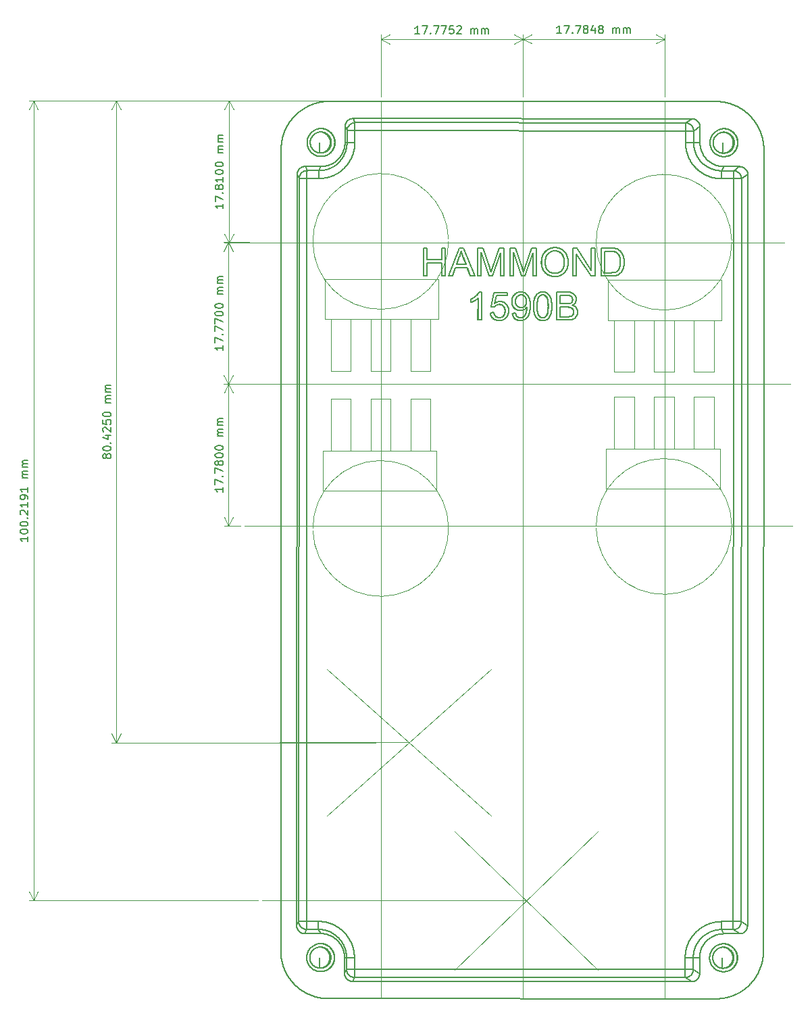
<source format=gbr>
%TF.GenerationSoftware,KiCad,Pcbnew,7.0.5.1-1-g8f565ef7f0-dirty-deb11*%
%TF.CreationDate,2023-08-08T15:30:21+00:00*%
%TF.ProjectId,GreenBean,47726565-6e42-4656-916e-2e6b69636164,rev?*%
%TF.SameCoordinates,Original*%
%TF.FileFunction,OtherDrawing,Comment*%
%FSLAX46Y46*%
G04 Gerber Fmt 4.6, Leading zero omitted, Abs format (unit mm)*
G04 Created by KiCad (PCBNEW 7.0.5.1-1-g8f565ef7f0-dirty-deb11) date 2023-08-08 15:30:21*
%MOMM*%
%LPD*%
G01*
G04 APERTURE LIST*
%ADD10C,0.100000*%
%ADD11C,0.150000*%
%ADD12C,0.200000*%
G04 APERTURE END LIST*
D10*
X107730000Y-77820000D02*
X176370000Y-77820000D01*
X106960000Y-60070000D02*
X175600000Y-60070000D01*
X138830000Y-113560000D02*
X118250000Y-131860000D01*
X143260000Y-142520000D02*
X110110000Y-142520000D01*
X152260000Y-133870000D02*
X134260000Y-151170000D01*
X134250000Y-133880000D02*
X152240000Y-151180000D01*
X128540000Y-122710000D02*
X112390000Y-122710000D01*
X160600000Y-42300923D02*
X160600000Y-154700908D01*
X142815213Y-42300923D02*
X142815213Y-154700908D01*
X118280000Y-113550000D02*
X138820000Y-131880000D01*
X107970000Y-95590000D02*
X176610000Y-95590000D01*
X125040000Y-42300923D02*
X125040000Y-154700908D01*
D11*
X129879987Y-33944819D02*
X129308559Y-33944819D01*
X129594273Y-33944819D02*
X129594273Y-32944819D01*
X129594273Y-32944819D02*
X129499035Y-33087676D01*
X129499035Y-33087676D02*
X129403797Y-33182914D01*
X129403797Y-33182914D02*
X129308559Y-33230533D01*
X130213321Y-32944819D02*
X130879987Y-32944819D01*
X130879987Y-32944819D02*
X130451416Y-33944819D01*
X131260940Y-33849580D02*
X131308559Y-33897200D01*
X131308559Y-33897200D02*
X131260940Y-33944819D01*
X131260940Y-33944819D02*
X131213321Y-33897200D01*
X131213321Y-33897200D02*
X131260940Y-33849580D01*
X131260940Y-33849580D02*
X131260940Y-33944819D01*
X131641892Y-32944819D02*
X132308558Y-32944819D01*
X132308558Y-32944819D02*
X131879987Y-33944819D01*
X132594273Y-32944819D02*
X133260939Y-32944819D01*
X133260939Y-32944819D02*
X132832368Y-33944819D01*
X134118082Y-32944819D02*
X133641892Y-32944819D01*
X133641892Y-32944819D02*
X133594273Y-33421009D01*
X133594273Y-33421009D02*
X133641892Y-33373390D01*
X133641892Y-33373390D02*
X133737130Y-33325771D01*
X133737130Y-33325771D02*
X133975225Y-33325771D01*
X133975225Y-33325771D02*
X134070463Y-33373390D01*
X134070463Y-33373390D02*
X134118082Y-33421009D01*
X134118082Y-33421009D02*
X134165701Y-33516247D01*
X134165701Y-33516247D02*
X134165701Y-33754342D01*
X134165701Y-33754342D02*
X134118082Y-33849580D01*
X134118082Y-33849580D02*
X134070463Y-33897200D01*
X134070463Y-33897200D02*
X133975225Y-33944819D01*
X133975225Y-33944819D02*
X133737130Y-33944819D01*
X133737130Y-33944819D02*
X133641892Y-33897200D01*
X133641892Y-33897200D02*
X133594273Y-33849580D01*
X134546654Y-33040057D02*
X134594273Y-32992438D01*
X134594273Y-32992438D02*
X134689511Y-32944819D01*
X134689511Y-32944819D02*
X134927606Y-32944819D01*
X134927606Y-32944819D02*
X135022844Y-32992438D01*
X135022844Y-32992438D02*
X135070463Y-33040057D01*
X135070463Y-33040057D02*
X135118082Y-33135295D01*
X135118082Y-33135295D02*
X135118082Y-33230533D01*
X135118082Y-33230533D02*
X135070463Y-33373390D01*
X135070463Y-33373390D02*
X134499035Y-33944819D01*
X134499035Y-33944819D02*
X135118082Y-33944819D01*
X136308559Y-33944819D02*
X136308559Y-33278152D01*
X136308559Y-33373390D02*
X136356178Y-33325771D01*
X136356178Y-33325771D02*
X136451416Y-33278152D01*
X136451416Y-33278152D02*
X136594273Y-33278152D01*
X136594273Y-33278152D02*
X136689511Y-33325771D01*
X136689511Y-33325771D02*
X136737130Y-33421009D01*
X136737130Y-33421009D02*
X136737130Y-33944819D01*
X136737130Y-33421009D02*
X136784749Y-33325771D01*
X136784749Y-33325771D02*
X136879987Y-33278152D01*
X136879987Y-33278152D02*
X137022844Y-33278152D01*
X137022844Y-33278152D02*
X137118083Y-33325771D01*
X137118083Y-33325771D02*
X137165702Y-33421009D01*
X137165702Y-33421009D02*
X137165702Y-33944819D01*
X137641892Y-33944819D02*
X137641892Y-33278152D01*
X137641892Y-33373390D02*
X137689511Y-33325771D01*
X137689511Y-33325771D02*
X137784749Y-33278152D01*
X137784749Y-33278152D02*
X137927606Y-33278152D01*
X137927606Y-33278152D02*
X138022844Y-33325771D01*
X138022844Y-33325771D02*
X138070463Y-33421009D01*
X138070463Y-33421009D02*
X138070463Y-33944819D01*
X138070463Y-33421009D02*
X138118082Y-33325771D01*
X138118082Y-33325771D02*
X138213320Y-33278152D01*
X138213320Y-33278152D02*
X138356177Y-33278152D01*
X138356177Y-33278152D02*
X138451416Y-33325771D01*
X138451416Y-33325771D02*
X138499035Y-33421009D01*
X138499035Y-33421009D02*
X138499035Y-33944819D01*
D10*
X142815213Y-41800923D02*
X142815213Y-34053580D01*
X125040000Y-41800923D02*
X125040000Y-34053580D01*
X142815213Y-34640000D02*
X125040000Y-34640000D01*
X142815213Y-34640000D02*
X125040000Y-34640000D01*
X142815213Y-34640000D02*
X141688709Y-35226421D01*
X142815213Y-34640000D02*
X141688709Y-34053579D01*
X125040000Y-34640000D02*
X126166504Y-34053579D01*
X125040000Y-34640000D02*
X126166504Y-35226421D01*
D11*
X105254819Y-90747618D02*
X105254819Y-91319046D01*
X105254819Y-91033332D02*
X104254819Y-91033332D01*
X104254819Y-91033332D02*
X104397676Y-91128570D01*
X104397676Y-91128570D02*
X104492914Y-91223808D01*
X104492914Y-91223808D02*
X104540533Y-91319046D01*
X104254819Y-90414284D02*
X104254819Y-89747618D01*
X104254819Y-89747618D02*
X105254819Y-90176189D01*
X105159580Y-89366665D02*
X105207200Y-89319046D01*
X105207200Y-89319046D02*
X105254819Y-89366665D01*
X105254819Y-89366665D02*
X105207200Y-89414284D01*
X105207200Y-89414284D02*
X105159580Y-89366665D01*
X105159580Y-89366665D02*
X105254819Y-89366665D01*
X104254819Y-88985713D02*
X104254819Y-88319047D01*
X104254819Y-88319047D02*
X105254819Y-88747618D01*
X104683390Y-87795237D02*
X104635771Y-87890475D01*
X104635771Y-87890475D02*
X104588152Y-87938094D01*
X104588152Y-87938094D02*
X104492914Y-87985713D01*
X104492914Y-87985713D02*
X104445295Y-87985713D01*
X104445295Y-87985713D02*
X104350057Y-87938094D01*
X104350057Y-87938094D02*
X104302438Y-87890475D01*
X104302438Y-87890475D02*
X104254819Y-87795237D01*
X104254819Y-87795237D02*
X104254819Y-87604761D01*
X104254819Y-87604761D02*
X104302438Y-87509523D01*
X104302438Y-87509523D02*
X104350057Y-87461904D01*
X104350057Y-87461904D02*
X104445295Y-87414285D01*
X104445295Y-87414285D02*
X104492914Y-87414285D01*
X104492914Y-87414285D02*
X104588152Y-87461904D01*
X104588152Y-87461904D02*
X104635771Y-87509523D01*
X104635771Y-87509523D02*
X104683390Y-87604761D01*
X104683390Y-87604761D02*
X104683390Y-87795237D01*
X104683390Y-87795237D02*
X104731009Y-87890475D01*
X104731009Y-87890475D02*
X104778628Y-87938094D01*
X104778628Y-87938094D02*
X104873866Y-87985713D01*
X104873866Y-87985713D02*
X105064342Y-87985713D01*
X105064342Y-87985713D02*
X105159580Y-87938094D01*
X105159580Y-87938094D02*
X105207200Y-87890475D01*
X105207200Y-87890475D02*
X105254819Y-87795237D01*
X105254819Y-87795237D02*
X105254819Y-87604761D01*
X105254819Y-87604761D02*
X105207200Y-87509523D01*
X105207200Y-87509523D02*
X105159580Y-87461904D01*
X105159580Y-87461904D02*
X105064342Y-87414285D01*
X105064342Y-87414285D02*
X104873866Y-87414285D01*
X104873866Y-87414285D02*
X104778628Y-87461904D01*
X104778628Y-87461904D02*
X104731009Y-87509523D01*
X104731009Y-87509523D02*
X104683390Y-87604761D01*
X104254819Y-86795237D02*
X104254819Y-86699999D01*
X104254819Y-86699999D02*
X104302438Y-86604761D01*
X104302438Y-86604761D02*
X104350057Y-86557142D01*
X104350057Y-86557142D02*
X104445295Y-86509523D01*
X104445295Y-86509523D02*
X104635771Y-86461904D01*
X104635771Y-86461904D02*
X104873866Y-86461904D01*
X104873866Y-86461904D02*
X105064342Y-86509523D01*
X105064342Y-86509523D02*
X105159580Y-86557142D01*
X105159580Y-86557142D02*
X105207200Y-86604761D01*
X105207200Y-86604761D02*
X105254819Y-86699999D01*
X105254819Y-86699999D02*
X105254819Y-86795237D01*
X105254819Y-86795237D02*
X105207200Y-86890475D01*
X105207200Y-86890475D02*
X105159580Y-86938094D01*
X105159580Y-86938094D02*
X105064342Y-86985713D01*
X105064342Y-86985713D02*
X104873866Y-87033332D01*
X104873866Y-87033332D02*
X104635771Y-87033332D01*
X104635771Y-87033332D02*
X104445295Y-86985713D01*
X104445295Y-86985713D02*
X104350057Y-86938094D01*
X104350057Y-86938094D02*
X104302438Y-86890475D01*
X104302438Y-86890475D02*
X104254819Y-86795237D01*
X104254819Y-85842856D02*
X104254819Y-85747618D01*
X104254819Y-85747618D02*
X104302438Y-85652380D01*
X104302438Y-85652380D02*
X104350057Y-85604761D01*
X104350057Y-85604761D02*
X104445295Y-85557142D01*
X104445295Y-85557142D02*
X104635771Y-85509523D01*
X104635771Y-85509523D02*
X104873866Y-85509523D01*
X104873866Y-85509523D02*
X105064342Y-85557142D01*
X105064342Y-85557142D02*
X105159580Y-85604761D01*
X105159580Y-85604761D02*
X105207200Y-85652380D01*
X105207200Y-85652380D02*
X105254819Y-85747618D01*
X105254819Y-85747618D02*
X105254819Y-85842856D01*
X105254819Y-85842856D02*
X105207200Y-85938094D01*
X105207200Y-85938094D02*
X105159580Y-85985713D01*
X105159580Y-85985713D02*
X105064342Y-86033332D01*
X105064342Y-86033332D02*
X104873866Y-86080951D01*
X104873866Y-86080951D02*
X104635771Y-86080951D01*
X104635771Y-86080951D02*
X104445295Y-86033332D01*
X104445295Y-86033332D02*
X104350057Y-85985713D01*
X104350057Y-85985713D02*
X104302438Y-85938094D01*
X104302438Y-85938094D02*
X104254819Y-85842856D01*
X105254819Y-84319046D02*
X104588152Y-84319046D01*
X104683390Y-84319046D02*
X104635771Y-84271427D01*
X104635771Y-84271427D02*
X104588152Y-84176189D01*
X104588152Y-84176189D02*
X104588152Y-84033332D01*
X104588152Y-84033332D02*
X104635771Y-83938094D01*
X104635771Y-83938094D02*
X104731009Y-83890475D01*
X104731009Y-83890475D02*
X105254819Y-83890475D01*
X104731009Y-83890475D02*
X104635771Y-83842856D01*
X104635771Y-83842856D02*
X104588152Y-83747618D01*
X104588152Y-83747618D02*
X104588152Y-83604761D01*
X104588152Y-83604761D02*
X104635771Y-83509522D01*
X104635771Y-83509522D02*
X104731009Y-83461903D01*
X104731009Y-83461903D02*
X105254819Y-83461903D01*
X105254819Y-82985713D02*
X104588152Y-82985713D01*
X104683390Y-82985713D02*
X104635771Y-82938094D01*
X104635771Y-82938094D02*
X104588152Y-82842856D01*
X104588152Y-82842856D02*
X104588152Y-82699999D01*
X104588152Y-82699999D02*
X104635771Y-82604761D01*
X104635771Y-82604761D02*
X104731009Y-82557142D01*
X104731009Y-82557142D02*
X105254819Y-82557142D01*
X104731009Y-82557142D02*
X104635771Y-82509523D01*
X104635771Y-82509523D02*
X104588152Y-82414285D01*
X104588152Y-82414285D02*
X104588152Y-82271428D01*
X104588152Y-82271428D02*
X104635771Y-82176189D01*
X104635771Y-82176189D02*
X104731009Y-82128570D01*
X104731009Y-82128570D02*
X105254819Y-82128570D01*
D10*
X107470000Y-77810000D02*
X105363580Y-77810000D01*
X107470000Y-95590000D02*
X105363580Y-95590000D01*
X105950000Y-77810000D02*
X105950000Y-95590000D01*
X105950000Y-77810000D02*
X105950000Y-95590000D01*
X105950000Y-77810000D02*
X106536421Y-78936504D01*
X105950000Y-77810000D02*
X105363579Y-78936504D01*
X105950000Y-95590000D02*
X105363579Y-94463496D01*
X105950000Y-95590000D02*
X106536421Y-94463496D01*
D11*
X90623390Y-86936070D02*
X90575771Y-87031308D01*
X90575771Y-87031308D02*
X90528152Y-87078927D01*
X90528152Y-87078927D02*
X90432914Y-87126546D01*
X90432914Y-87126546D02*
X90385295Y-87126546D01*
X90385295Y-87126546D02*
X90290057Y-87078927D01*
X90290057Y-87078927D02*
X90242438Y-87031308D01*
X90242438Y-87031308D02*
X90194819Y-86936070D01*
X90194819Y-86936070D02*
X90194819Y-86745594D01*
X90194819Y-86745594D02*
X90242438Y-86650356D01*
X90242438Y-86650356D02*
X90290057Y-86602737D01*
X90290057Y-86602737D02*
X90385295Y-86555118D01*
X90385295Y-86555118D02*
X90432914Y-86555118D01*
X90432914Y-86555118D02*
X90528152Y-86602737D01*
X90528152Y-86602737D02*
X90575771Y-86650356D01*
X90575771Y-86650356D02*
X90623390Y-86745594D01*
X90623390Y-86745594D02*
X90623390Y-86936070D01*
X90623390Y-86936070D02*
X90671009Y-87031308D01*
X90671009Y-87031308D02*
X90718628Y-87078927D01*
X90718628Y-87078927D02*
X90813866Y-87126546D01*
X90813866Y-87126546D02*
X91004342Y-87126546D01*
X91004342Y-87126546D02*
X91099580Y-87078927D01*
X91099580Y-87078927D02*
X91147200Y-87031308D01*
X91147200Y-87031308D02*
X91194819Y-86936070D01*
X91194819Y-86936070D02*
X91194819Y-86745594D01*
X91194819Y-86745594D02*
X91147200Y-86650356D01*
X91147200Y-86650356D02*
X91099580Y-86602737D01*
X91099580Y-86602737D02*
X91004342Y-86555118D01*
X91004342Y-86555118D02*
X90813866Y-86555118D01*
X90813866Y-86555118D02*
X90718628Y-86602737D01*
X90718628Y-86602737D02*
X90671009Y-86650356D01*
X90671009Y-86650356D02*
X90623390Y-86745594D01*
X90194819Y-85936070D02*
X90194819Y-85840832D01*
X90194819Y-85840832D02*
X90242438Y-85745594D01*
X90242438Y-85745594D02*
X90290057Y-85697975D01*
X90290057Y-85697975D02*
X90385295Y-85650356D01*
X90385295Y-85650356D02*
X90575771Y-85602737D01*
X90575771Y-85602737D02*
X90813866Y-85602737D01*
X90813866Y-85602737D02*
X91004342Y-85650356D01*
X91004342Y-85650356D02*
X91099580Y-85697975D01*
X91099580Y-85697975D02*
X91147200Y-85745594D01*
X91147200Y-85745594D02*
X91194819Y-85840832D01*
X91194819Y-85840832D02*
X91194819Y-85936070D01*
X91194819Y-85936070D02*
X91147200Y-86031308D01*
X91147200Y-86031308D02*
X91099580Y-86078927D01*
X91099580Y-86078927D02*
X91004342Y-86126546D01*
X91004342Y-86126546D02*
X90813866Y-86174165D01*
X90813866Y-86174165D02*
X90575771Y-86174165D01*
X90575771Y-86174165D02*
X90385295Y-86126546D01*
X90385295Y-86126546D02*
X90290057Y-86078927D01*
X90290057Y-86078927D02*
X90242438Y-86031308D01*
X90242438Y-86031308D02*
X90194819Y-85936070D01*
X91099580Y-85174165D02*
X91147200Y-85126546D01*
X91147200Y-85126546D02*
X91194819Y-85174165D01*
X91194819Y-85174165D02*
X91147200Y-85221784D01*
X91147200Y-85221784D02*
X91099580Y-85174165D01*
X91099580Y-85174165D02*
X91194819Y-85174165D01*
X90528152Y-84269404D02*
X91194819Y-84269404D01*
X90147200Y-84507499D02*
X90861485Y-84745594D01*
X90861485Y-84745594D02*
X90861485Y-84126547D01*
X90290057Y-83793213D02*
X90242438Y-83745594D01*
X90242438Y-83745594D02*
X90194819Y-83650356D01*
X90194819Y-83650356D02*
X90194819Y-83412261D01*
X90194819Y-83412261D02*
X90242438Y-83317023D01*
X90242438Y-83317023D02*
X90290057Y-83269404D01*
X90290057Y-83269404D02*
X90385295Y-83221785D01*
X90385295Y-83221785D02*
X90480533Y-83221785D01*
X90480533Y-83221785D02*
X90623390Y-83269404D01*
X90623390Y-83269404D02*
X91194819Y-83840832D01*
X91194819Y-83840832D02*
X91194819Y-83221785D01*
X90194819Y-82317023D02*
X90194819Y-82793213D01*
X90194819Y-82793213D02*
X90671009Y-82840832D01*
X90671009Y-82840832D02*
X90623390Y-82793213D01*
X90623390Y-82793213D02*
X90575771Y-82697975D01*
X90575771Y-82697975D02*
X90575771Y-82459880D01*
X90575771Y-82459880D02*
X90623390Y-82364642D01*
X90623390Y-82364642D02*
X90671009Y-82317023D01*
X90671009Y-82317023D02*
X90766247Y-82269404D01*
X90766247Y-82269404D02*
X91004342Y-82269404D01*
X91004342Y-82269404D02*
X91099580Y-82317023D01*
X91099580Y-82317023D02*
X91147200Y-82364642D01*
X91147200Y-82364642D02*
X91194819Y-82459880D01*
X91194819Y-82459880D02*
X91194819Y-82697975D01*
X91194819Y-82697975D02*
X91147200Y-82793213D01*
X91147200Y-82793213D02*
X91099580Y-82840832D01*
X90194819Y-81650356D02*
X90194819Y-81555118D01*
X90194819Y-81555118D02*
X90242438Y-81459880D01*
X90242438Y-81459880D02*
X90290057Y-81412261D01*
X90290057Y-81412261D02*
X90385295Y-81364642D01*
X90385295Y-81364642D02*
X90575771Y-81317023D01*
X90575771Y-81317023D02*
X90813866Y-81317023D01*
X90813866Y-81317023D02*
X91004342Y-81364642D01*
X91004342Y-81364642D02*
X91099580Y-81412261D01*
X91099580Y-81412261D02*
X91147200Y-81459880D01*
X91147200Y-81459880D02*
X91194819Y-81555118D01*
X91194819Y-81555118D02*
X91194819Y-81650356D01*
X91194819Y-81650356D02*
X91147200Y-81745594D01*
X91147200Y-81745594D02*
X91099580Y-81793213D01*
X91099580Y-81793213D02*
X91004342Y-81840832D01*
X91004342Y-81840832D02*
X90813866Y-81888451D01*
X90813866Y-81888451D02*
X90575771Y-81888451D01*
X90575771Y-81888451D02*
X90385295Y-81840832D01*
X90385295Y-81840832D02*
X90290057Y-81793213D01*
X90290057Y-81793213D02*
X90242438Y-81745594D01*
X90242438Y-81745594D02*
X90194819Y-81650356D01*
X91194819Y-80126546D02*
X90528152Y-80126546D01*
X90623390Y-80126546D02*
X90575771Y-80078927D01*
X90575771Y-80078927D02*
X90528152Y-79983689D01*
X90528152Y-79983689D02*
X90528152Y-79840832D01*
X90528152Y-79840832D02*
X90575771Y-79745594D01*
X90575771Y-79745594D02*
X90671009Y-79697975D01*
X90671009Y-79697975D02*
X91194819Y-79697975D01*
X90671009Y-79697975D02*
X90575771Y-79650356D01*
X90575771Y-79650356D02*
X90528152Y-79555118D01*
X90528152Y-79555118D02*
X90528152Y-79412261D01*
X90528152Y-79412261D02*
X90575771Y-79317022D01*
X90575771Y-79317022D02*
X90671009Y-79269403D01*
X90671009Y-79269403D02*
X91194819Y-79269403D01*
X91194819Y-78793213D02*
X90528152Y-78793213D01*
X90623390Y-78793213D02*
X90575771Y-78745594D01*
X90575771Y-78745594D02*
X90528152Y-78650356D01*
X90528152Y-78650356D02*
X90528152Y-78507499D01*
X90528152Y-78507499D02*
X90575771Y-78412261D01*
X90575771Y-78412261D02*
X90671009Y-78364642D01*
X90671009Y-78364642D02*
X91194819Y-78364642D01*
X90671009Y-78364642D02*
X90575771Y-78317023D01*
X90575771Y-78317023D02*
X90528152Y-78221785D01*
X90528152Y-78221785D02*
X90528152Y-78078928D01*
X90528152Y-78078928D02*
X90575771Y-77983689D01*
X90575771Y-77983689D02*
X90671009Y-77936070D01*
X90671009Y-77936070D02*
X91194819Y-77936070D01*
D10*
X124330000Y-42295000D02*
X91303580Y-42295000D01*
X124330000Y-122720000D02*
X91303580Y-122720000D01*
X91890000Y-42295000D02*
X91890000Y-122720000D01*
X91890000Y-42295000D02*
X91890000Y-122720000D01*
X91890000Y-42295000D02*
X92476421Y-43421504D01*
X91890000Y-42295000D02*
X91303579Y-43421504D01*
X91890000Y-122720000D02*
X91303579Y-121593496D01*
X91890000Y-122720000D02*
X92476421Y-121593496D01*
D11*
X105244819Y-72982618D02*
X105244819Y-73554046D01*
X105244819Y-73268332D02*
X104244819Y-73268332D01*
X104244819Y-73268332D02*
X104387676Y-73363570D01*
X104387676Y-73363570D02*
X104482914Y-73458808D01*
X104482914Y-73458808D02*
X104530533Y-73554046D01*
X104244819Y-72649284D02*
X104244819Y-71982618D01*
X104244819Y-71982618D02*
X105244819Y-72411189D01*
X105149580Y-71601665D02*
X105197200Y-71554046D01*
X105197200Y-71554046D02*
X105244819Y-71601665D01*
X105244819Y-71601665D02*
X105197200Y-71649284D01*
X105197200Y-71649284D02*
X105149580Y-71601665D01*
X105149580Y-71601665D02*
X105244819Y-71601665D01*
X104244819Y-71220713D02*
X104244819Y-70554047D01*
X104244819Y-70554047D02*
X105244819Y-70982618D01*
X104244819Y-70268332D02*
X104244819Y-69601666D01*
X104244819Y-69601666D02*
X105244819Y-70030237D01*
X104244819Y-69030237D02*
X104244819Y-68934999D01*
X104244819Y-68934999D02*
X104292438Y-68839761D01*
X104292438Y-68839761D02*
X104340057Y-68792142D01*
X104340057Y-68792142D02*
X104435295Y-68744523D01*
X104435295Y-68744523D02*
X104625771Y-68696904D01*
X104625771Y-68696904D02*
X104863866Y-68696904D01*
X104863866Y-68696904D02*
X105054342Y-68744523D01*
X105054342Y-68744523D02*
X105149580Y-68792142D01*
X105149580Y-68792142D02*
X105197200Y-68839761D01*
X105197200Y-68839761D02*
X105244819Y-68934999D01*
X105244819Y-68934999D02*
X105244819Y-69030237D01*
X105244819Y-69030237D02*
X105197200Y-69125475D01*
X105197200Y-69125475D02*
X105149580Y-69173094D01*
X105149580Y-69173094D02*
X105054342Y-69220713D01*
X105054342Y-69220713D02*
X104863866Y-69268332D01*
X104863866Y-69268332D02*
X104625771Y-69268332D01*
X104625771Y-69268332D02*
X104435295Y-69220713D01*
X104435295Y-69220713D02*
X104340057Y-69173094D01*
X104340057Y-69173094D02*
X104292438Y-69125475D01*
X104292438Y-69125475D02*
X104244819Y-69030237D01*
X104244819Y-68077856D02*
X104244819Y-67982618D01*
X104244819Y-67982618D02*
X104292438Y-67887380D01*
X104292438Y-67887380D02*
X104340057Y-67839761D01*
X104340057Y-67839761D02*
X104435295Y-67792142D01*
X104435295Y-67792142D02*
X104625771Y-67744523D01*
X104625771Y-67744523D02*
X104863866Y-67744523D01*
X104863866Y-67744523D02*
X105054342Y-67792142D01*
X105054342Y-67792142D02*
X105149580Y-67839761D01*
X105149580Y-67839761D02*
X105197200Y-67887380D01*
X105197200Y-67887380D02*
X105244819Y-67982618D01*
X105244819Y-67982618D02*
X105244819Y-68077856D01*
X105244819Y-68077856D02*
X105197200Y-68173094D01*
X105197200Y-68173094D02*
X105149580Y-68220713D01*
X105149580Y-68220713D02*
X105054342Y-68268332D01*
X105054342Y-68268332D02*
X104863866Y-68315951D01*
X104863866Y-68315951D02*
X104625771Y-68315951D01*
X104625771Y-68315951D02*
X104435295Y-68268332D01*
X104435295Y-68268332D02*
X104340057Y-68220713D01*
X104340057Y-68220713D02*
X104292438Y-68173094D01*
X104292438Y-68173094D02*
X104244819Y-68077856D01*
X105244819Y-66554046D02*
X104578152Y-66554046D01*
X104673390Y-66554046D02*
X104625771Y-66506427D01*
X104625771Y-66506427D02*
X104578152Y-66411189D01*
X104578152Y-66411189D02*
X104578152Y-66268332D01*
X104578152Y-66268332D02*
X104625771Y-66173094D01*
X104625771Y-66173094D02*
X104721009Y-66125475D01*
X104721009Y-66125475D02*
X105244819Y-66125475D01*
X104721009Y-66125475D02*
X104625771Y-66077856D01*
X104625771Y-66077856D02*
X104578152Y-65982618D01*
X104578152Y-65982618D02*
X104578152Y-65839761D01*
X104578152Y-65839761D02*
X104625771Y-65744522D01*
X104625771Y-65744522D02*
X104721009Y-65696903D01*
X104721009Y-65696903D02*
X105244819Y-65696903D01*
X105244819Y-65220713D02*
X104578152Y-65220713D01*
X104673390Y-65220713D02*
X104625771Y-65173094D01*
X104625771Y-65173094D02*
X104578152Y-65077856D01*
X104578152Y-65077856D02*
X104578152Y-64934999D01*
X104578152Y-64934999D02*
X104625771Y-64839761D01*
X104625771Y-64839761D02*
X104721009Y-64792142D01*
X104721009Y-64792142D02*
X105244819Y-64792142D01*
X104721009Y-64792142D02*
X104625771Y-64744523D01*
X104625771Y-64744523D02*
X104578152Y-64649285D01*
X104578152Y-64649285D02*
X104578152Y-64506428D01*
X104578152Y-64506428D02*
X104625771Y-64411189D01*
X104625771Y-64411189D02*
X104721009Y-64363570D01*
X104721009Y-64363570D02*
X105244819Y-64363570D01*
D10*
X108530000Y-60050000D02*
X105353580Y-60050000D01*
X108530000Y-77820000D02*
X105353580Y-77820000D01*
X105940000Y-60050000D02*
X105940000Y-77820000D01*
X105940000Y-60050000D02*
X105940000Y-77820000D01*
X105940000Y-60050000D02*
X106526421Y-61176504D01*
X105940000Y-60050000D02*
X105353579Y-61176504D01*
X105940000Y-77820000D02*
X105353579Y-76693496D01*
X105940000Y-77820000D02*
X106526421Y-76693496D01*
D11*
X105274819Y-55242618D02*
X105274819Y-55814046D01*
X105274819Y-55528332D02*
X104274819Y-55528332D01*
X104274819Y-55528332D02*
X104417676Y-55623570D01*
X104417676Y-55623570D02*
X104512914Y-55718808D01*
X104512914Y-55718808D02*
X104560533Y-55814046D01*
X104274819Y-54909284D02*
X104274819Y-54242618D01*
X104274819Y-54242618D02*
X105274819Y-54671189D01*
X105179580Y-53861665D02*
X105227200Y-53814046D01*
X105227200Y-53814046D02*
X105274819Y-53861665D01*
X105274819Y-53861665D02*
X105227200Y-53909284D01*
X105227200Y-53909284D02*
X105179580Y-53861665D01*
X105179580Y-53861665D02*
X105274819Y-53861665D01*
X104703390Y-53242618D02*
X104655771Y-53337856D01*
X104655771Y-53337856D02*
X104608152Y-53385475D01*
X104608152Y-53385475D02*
X104512914Y-53433094D01*
X104512914Y-53433094D02*
X104465295Y-53433094D01*
X104465295Y-53433094D02*
X104370057Y-53385475D01*
X104370057Y-53385475D02*
X104322438Y-53337856D01*
X104322438Y-53337856D02*
X104274819Y-53242618D01*
X104274819Y-53242618D02*
X104274819Y-53052142D01*
X104274819Y-53052142D02*
X104322438Y-52956904D01*
X104322438Y-52956904D02*
X104370057Y-52909285D01*
X104370057Y-52909285D02*
X104465295Y-52861666D01*
X104465295Y-52861666D02*
X104512914Y-52861666D01*
X104512914Y-52861666D02*
X104608152Y-52909285D01*
X104608152Y-52909285D02*
X104655771Y-52956904D01*
X104655771Y-52956904D02*
X104703390Y-53052142D01*
X104703390Y-53052142D02*
X104703390Y-53242618D01*
X104703390Y-53242618D02*
X104751009Y-53337856D01*
X104751009Y-53337856D02*
X104798628Y-53385475D01*
X104798628Y-53385475D02*
X104893866Y-53433094D01*
X104893866Y-53433094D02*
X105084342Y-53433094D01*
X105084342Y-53433094D02*
X105179580Y-53385475D01*
X105179580Y-53385475D02*
X105227200Y-53337856D01*
X105227200Y-53337856D02*
X105274819Y-53242618D01*
X105274819Y-53242618D02*
X105274819Y-53052142D01*
X105274819Y-53052142D02*
X105227200Y-52956904D01*
X105227200Y-52956904D02*
X105179580Y-52909285D01*
X105179580Y-52909285D02*
X105084342Y-52861666D01*
X105084342Y-52861666D02*
X104893866Y-52861666D01*
X104893866Y-52861666D02*
X104798628Y-52909285D01*
X104798628Y-52909285D02*
X104751009Y-52956904D01*
X104751009Y-52956904D02*
X104703390Y-53052142D01*
X105274819Y-51909285D02*
X105274819Y-52480713D01*
X105274819Y-52194999D02*
X104274819Y-52194999D01*
X104274819Y-52194999D02*
X104417676Y-52290237D01*
X104417676Y-52290237D02*
X104512914Y-52385475D01*
X104512914Y-52385475D02*
X104560533Y-52480713D01*
X104274819Y-51290237D02*
X104274819Y-51194999D01*
X104274819Y-51194999D02*
X104322438Y-51099761D01*
X104322438Y-51099761D02*
X104370057Y-51052142D01*
X104370057Y-51052142D02*
X104465295Y-51004523D01*
X104465295Y-51004523D02*
X104655771Y-50956904D01*
X104655771Y-50956904D02*
X104893866Y-50956904D01*
X104893866Y-50956904D02*
X105084342Y-51004523D01*
X105084342Y-51004523D02*
X105179580Y-51052142D01*
X105179580Y-51052142D02*
X105227200Y-51099761D01*
X105227200Y-51099761D02*
X105274819Y-51194999D01*
X105274819Y-51194999D02*
X105274819Y-51290237D01*
X105274819Y-51290237D02*
X105227200Y-51385475D01*
X105227200Y-51385475D02*
X105179580Y-51433094D01*
X105179580Y-51433094D02*
X105084342Y-51480713D01*
X105084342Y-51480713D02*
X104893866Y-51528332D01*
X104893866Y-51528332D02*
X104655771Y-51528332D01*
X104655771Y-51528332D02*
X104465295Y-51480713D01*
X104465295Y-51480713D02*
X104370057Y-51433094D01*
X104370057Y-51433094D02*
X104322438Y-51385475D01*
X104322438Y-51385475D02*
X104274819Y-51290237D01*
X104274819Y-50337856D02*
X104274819Y-50242618D01*
X104274819Y-50242618D02*
X104322438Y-50147380D01*
X104322438Y-50147380D02*
X104370057Y-50099761D01*
X104370057Y-50099761D02*
X104465295Y-50052142D01*
X104465295Y-50052142D02*
X104655771Y-50004523D01*
X104655771Y-50004523D02*
X104893866Y-50004523D01*
X104893866Y-50004523D02*
X105084342Y-50052142D01*
X105084342Y-50052142D02*
X105179580Y-50099761D01*
X105179580Y-50099761D02*
X105227200Y-50147380D01*
X105227200Y-50147380D02*
X105274819Y-50242618D01*
X105274819Y-50242618D02*
X105274819Y-50337856D01*
X105274819Y-50337856D02*
X105227200Y-50433094D01*
X105227200Y-50433094D02*
X105179580Y-50480713D01*
X105179580Y-50480713D02*
X105084342Y-50528332D01*
X105084342Y-50528332D02*
X104893866Y-50575951D01*
X104893866Y-50575951D02*
X104655771Y-50575951D01*
X104655771Y-50575951D02*
X104465295Y-50528332D01*
X104465295Y-50528332D02*
X104370057Y-50480713D01*
X104370057Y-50480713D02*
X104322438Y-50433094D01*
X104322438Y-50433094D02*
X104274819Y-50337856D01*
X105274819Y-48814046D02*
X104608152Y-48814046D01*
X104703390Y-48814046D02*
X104655771Y-48766427D01*
X104655771Y-48766427D02*
X104608152Y-48671189D01*
X104608152Y-48671189D02*
X104608152Y-48528332D01*
X104608152Y-48528332D02*
X104655771Y-48433094D01*
X104655771Y-48433094D02*
X104751009Y-48385475D01*
X104751009Y-48385475D02*
X105274819Y-48385475D01*
X104751009Y-48385475D02*
X104655771Y-48337856D01*
X104655771Y-48337856D02*
X104608152Y-48242618D01*
X104608152Y-48242618D02*
X104608152Y-48099761D01*
X104608152Y-48099761D02*
X104655771Y-48004522D01*
X104655771Y-48004522D02*
X104751009Y-47956903D01*
X104751009Y-47956903D02*
X105274819Y-47956903D01*
X105274819Y-47480713D02*
X104608152Y-47480713D01*
X104703390Y-47480713D02*
X104655771Y-47433094D01*
X104655771Y-47433094D02*
X104608152Y-47337856D01*
X104608152Y-47337856D02*
X104608152Y-47194999D01*
X104608152Y-47194999D02*
X104655771Y-47099761D01*
X104655771Y-47099761D02*
X104751009Y-47052142D01*
X104751009Y-47052142D02*
X105274819Y-47052142D01*
X104751009Y-47052142D02*
X104655771Y-47004523D01*
X104655771Y-47004523D02*
X104608152Y-46909285D01*
X104608152Y-46909285D02*
X104608152Y-46766428D01*
X104608152Y-46766428D02*
X104655771Y-46671189D01*
X104655771Y-46671189D02*
X104751009Y-46623570D01*
X104751009Y-46623570D02*
X105274819Y-46623570D01*
D10*
X127920000Y-42290000D02*
X105383580Y-42290000D01*
X127920000Y-60100000D02*
X105383580Y-60100000D01*
X105970000Y-42290000D02*
X105970000Y-60100000D01*
X105970000Y-42290000D02*
X105970000Y-60100000D01*
X105970000Y-42290000D02*
X106556421Y-43416504D01*
X105970000Y-42290000D02*
X105383579Y-43416504D01*
X105970000Y-60100000D02*
X105383579Y-58973496D01*
X105970000Y-60100000D02*
X106556421Y-58973496D01*
D11*
X147659988Y-33884819D02*
X147088560Y-33884819D01*
X147374274Y-33884819D02*
X147374274Y-32884819D01*
X147374274Y-32884819D02*
X147279036Y-33027676D01*
X147279036Y-33027676D02*
X147183798Y-33122914D01*
X147183798Y-33122914D02*
X147088560Y-33170533D01*
X147993322Y-32884819D02*
X148659988Y-32884819D01*
X148659988Y-32884819D02*
X148231417Y-33884819D01*
X149040941Y-33789580D02*
X149088560Y-33837200D01*
X149088560Y-33837200D02*
X149040941Y-33884819D01*
X149040941Y-33884819D02*
X148993322Y-33837200D01*
X148993322Y-33837200D02*
X149040941Y-33789580D01*
X149040941Y-33789580D02*
X149040941Y-33884819D01*
X149421893Y-32884819D02*
X150088559Y-32884819D01*
X150088559Y-32884819D02*
X149659988Y-33884819D01*
X150612369Y-33313390D02*
X150517131Y-33265771D01*
X150517131Y-33265771D02*
X150469512Y-33218152D01*
X150469512Y-33218152D02*
X150421893Y-33122914D01*
X150421893Y-33122914D02*
X150421893Y-33075295D01*
X150421893Y-33075295D02*
X150469512Y-32980057D01*
X150469512Y-32980057D02*
X150517131Y-32932438D01*
X150517131Y-32932438D02*
X150612369Y-32884819D01*
X150612369Y-32884819D02*
X150802845Y-32884819D01*
X150802845Y-32884819D02*
X150898083Y-32932438D01*
X150898083Y-32932438D02*
X150945702Y-32980057D01*
X150945702Y-32980057D02*
X150993321Y-33075295D01*
X150993321Y-33075295D02*
X150993321Y-33122914D01*
X150993321Y-33122914D02*
X150945702Y-33218152D01*
X150945702Y-33218152D02*
X150898083Y-33265771D01*
X150898083Y-33265771D02*
X150802845Y-33313390D01*
X150802845Y-33313390D02*
X150612369Y-33313390D01*
X150612369Y-33313390D02*
X150517131Y-33361009D01*
X150517131Y-33361009D02*
X150469512Y-33408628D01*
X150469512Y-33408628D02*
X150421893Y-33503866D01*
X150421893Y-33503866D02*
X150421893Y-33694342D01*
X150421893Y-33694342D02*
X150469512Y-33789580D01*
X150469512Y-33789580D02*
X150517131Y-33837200D01*
X150517131Y-33837200D02*
X150612369Y-33884819D01*
X150612369Y-33884819D02*
X150802845Y-33884819D01*
X150802845Y-33884819D02*
X150898083Y-33837200D01*
X150898083Y-33837200D02*
X150945702Y-33789580D01*
X150945702Y-33789580D02*
X150993321Y-33694342D01*
X150993321Y-33694342D02*
X150993321Y-33503866D01*
X150993321Y-33503866D02*
X150945702Y-33408628D01*
X150945702Y-33408628D02*
X150898083Y-33361009D01*
X150898083Y-33361009D02*
X150802845Y-33313390D01*
X151850464Y-33218152D02*
X151850464Y-33884819D01*
X151612369Y-32837200D02*
X151374274Y-33551485D01*
X151374274Y-33551485D02*
X151993321Y-33551485D01*
X152517131Y-33313390D02*
X152421893Y-33265771D01*
X152421893Y-33265771D02*
X152374274Y-33218152D01*
X152374274Y-33218152D02*
X152326655Y-33122914D01*
X152326655Y-33122914D02*
X152326655Y-33075295D01*
X152326655Y-33075295D02*
X152374274Y-32980057D01*
X152374274Y-32980057D02*
X152421893Y-32932438D01*
X152421893Y-32932438D02*
X152517131Y-32884819D01*
X152517131Y-32884819D02*
X152707607Y-32884819D01*
X152707607Y-32884819D02*
X152802845Y-32932438D01*
X152802845Y-32932438D02*
X152850464Y-32980057D01*
X152850464Y-32980057D02*
X152898083Y-33075295D01*
X152898083Y-33075295D02*
X152898083Y-33122914D01*
X152898083Y-33122914D02*
X152850464Y-33218152D01*
X152850464Y-33218152D02*
X152802845Y-33265771D01*
X152802845Y-33265771D02*
X152707607Y-33313390D01*
X152707607Y-33313390D02*
X152517131Y-33313390D01*
X152517131Y-33313390D02*
X152421893Y-33361009D01*
X152421893Y-33361009D02*
X152374274Y-33408628D01*
X152374274Y-33408628D02*
X152326655Y-33503866D01*
X152326655Y-33503866D02*
X152326655Y-33694342D01*
X152326655Y-33694342D02*
X152374274Y-33789580D01*
X152374274Y-33789580D02*
X152421893Y-33837200D01*
X152421893Y-33837200D02*
X152517131Y-33884819D01*
X152517131Y-33884819D02*
X152707607Y-33884819D01*
X152707607Y-33884819D02*
X152802845Y-33837200D01*
X152802845Y-33837200D02*
X152850464Y-33789580D01*
X152850464Y-33789580D02*
X152898083Y-33694342D01*
X152898083Y-33694342D02*
X152898083Y-33503866D01*
X152898083Y-33503866D02*
X152850464Y-33408628D01*
X152850464Y-33408628D02*
X152802845Y-33361009D01*
X152802845Y-33361009D02*
X152707607Y-33313390D01*
X154088560Y-33884819D02*
X154088560Y-33218152D01*
X154088560Y-33313390D02*
X154136179Y-33265771D01*
X154136179Y-33265771D02*
X154231417Y-33218152D01*
X154231417Y-33218152D02*
X154374274Y-33218152D01*
X154374274Y-33218152D02*
X154469512Y-33265771D01*
X154469512Y-33265771D02*
X154517131Y-33361009D01*
X154517131Y-33361009D02*
X154517131Y-33884819D01*
X154517131Y-33361009D02*
X154564750Y-33265771D01*
X154564750Y-33265771D02*
X154659988Y-33218152D01*
X154659988Y-33218152D02*
X154802845Y-33218152D01*
X154802845Y-33218152D02*
X154898084Y-33265771D01*
X154898084Y-33265771D02*
X154945703Y-33361009D01*
X154945703Y-33361009D02*
X154945703Y-33884819D01*
X155421893Y-33884819D02*
X155421893Y-33218152D01*
X155421893Y-33313390D02*
X155469512Y-33265771D01*
X155469512Y-33265771D02*
X155564750Y-33218152D01*
X155564750Y-33218152D02*
X155707607Y-33218152D01*
X155707607Y-33218152D02*
X155802845Y-33265771D01*
X155802845Y-33265771D02*
X155850464Y-33361009D01*
X155850464Y-33361009D02*
X155850464Y-33884819D01*
X155850464Y-33361009D02*
X155898083Y-33265771D01*
X155898083Y-33265771D02*
X155993321Y-33218152D01*
X155993321Y-33218152D02*
X156136178Y-33218152D01*
X156136178Y-33218152D02*
X156231417Y-33265771D01*
X156231417Y-33265771D02*
X156279036Y-33361009D01*
X156279036Y-33361009D02*
X156279036Y-33884819D01*
D10*
X142815213Y-41800923D02*
X142815213Y-33993580D01*
X160600000Y-41800923D02*
X160600000Y-33993580D01*
X142815213Y-34580000D02*
X160600000Y-34580000D01*
X142815213Y-34580000D02*
X160600000Y-34580000D01*
X142815213Y-34580000D02*
X143941717Y-33993579D01*
X142815213Y-34580000D02*
X143941717Y-35166421D01*
X160600000Y-34580000D02*
X159473496Y-35166421D01*
X160600000Y-34580000D02*
X159473496Y-33993579D01*
D11*
X80794819Y-96934270D02*
X80794819Y-97505698D01*
X80794819Y-97219984D02*
X79794819Y-97219984D01*
X79794819Y-97219984D02*
X79937676Y-97315222D01*
X79937676Y-97315222D02*
X80032914Y-97410460D01*
X80032914Y-97410460D02*
X80080533Y-97505698D01*
X79794819Y-96315222D02*
X79794819Y-96219984D01*
X79794819Y-96219984D02*
X79842438Y-96124746D01*
X79842438Y-96124746D02*
X79890057Y-96077127D01*
X79890057Y-96077127D02*
X79985295Y-96029508D01*
X79985295Y-96029508D02*
X80175771Y-95981889D01*
X80175771Y-95981889D02*
X80413866Y-95981889D01*
X80413866Y-95981889D02*
X80604342Y-96029508D01*
X80604342Y-96029508D02*
X80699580Y-96077127D01*
X80699580Y-96077127D02*
X80747200Y-96124746D01*
X80747200Y-96124746D02*
X80794819Y-96219984D01*
X80794819Y-96219984D02*
X80794819Y-96315222D01*
X80794819Y-96315222D02*
X80747200Y-96410460D01*
X80747200Y-96410460D02*
X80699580Y-96458079D01*
X80699580Y-96458079D02*
X80604342Y-96505698D01*
X80604342Y-96505698D02*
X80413866Y-96553317D01*
X80413866Y-96553317D02*
X80175771Y-96553317D01*
X80175771Y-96553317D02*
X79985295Y-96505698D01*
X79985295Y-96505698D02*
X79890057Y-96458079D01*
X79890057Y-96458079D02*
X79842438Y-96410460D01*
X79842438Y-96410460D02*
X79794819Y-96315222D01*
X79794819Y-95362841D02*
X79794819Y-95267603D01*
X79794819Y-95267603D02*
X79842438Y-95172365D01*
X79842438Y-95172365D02*
X79890057Y-95124746D01*
X79890057Y-95124746D02*
X79985295Y-95077127D01*
X79985295Y-95077127D02*
X80175771Y-95029508D01*
X80175771Y-95029508D02*
X80413866Y-95029508D01*
X80413866Y-95029508D02*
X80604342Y-95077127D01*
X80604342Y-95077127D02*
X80699580Y-95124746D01*
X80699580Y-95124746D02*
X80747200Y-95172365D01*
X80747200Y-95172365D02*
X80794819Y-95267603D01*
X80794819Y-95267603D02*
X80794819Y-95362841D01*
X80794819Y-95362841D02*
X80747200Y-95458079D01*
X80747200Y-95458079D02*
X80699580Y-95505698D01*
X80699580Y-95505698D02*
X80604342Y-95553317D01*
X80604342Y-95553317D02*
X80413866Y-95600936D01*
X80413866Y-95600936D02*
X80175771Y-95600936D01*
X80175771Y-95600936D02*
X79985295Y-95553317D01*
X79985295Y-95553317D02*
X79890057Y-95505698D01*
X79890057Y-95505698D02*
X79842438Y-95458079D01*
X79842438Y-95458079D02*
X79794819Y-95362841D01*
X80699580Y-94600936D02*
X80747200Y-94553317D01*
X80747200Y-94553317D02*
X80794819Y-94600936D01*
X80794819Y-94600936D02*
X80747200Y-94648555D01*
X80747200Y-94648555D02*
X80699580Y-94600936D01*
X80699580Y-94600936D02*
X80794819Y-94600936D01*
X79890057Y-94172365D02*
X79842438Y-94124746D01*
X79842438Y-94124746D02*
X79794819Y-94029508D01*
X79794819Y-94029508D02*
X79794819Y-93791413D01*
X79794819Y-93791413D02*
X79842438Y-93696175D01*
X79842438Y-93696175D02*
X79890057Y-93648556D01*
X79890057Y-93648556D02*
X79985295Y-93600937D01*
X79985295Y-93600937D02*
X80080533Y-93600937D01*
X80080533Y-93600937D02*
X80223390Y-93648556D01*
X80223390Y-93648556D02*
X80794819Y-94219984D01*
X80794819Y-94219984D02*
X80794819Y-93600937D01*
X80794819Y-92648556D02*
X80794819Y-93219984D01*
X80794819Y-92934270D02*
X79794819Y-92934270D01*
X79794819Y-92934270D02*
X79937676Y-93029508D01*
X79937676Y-93029508D02*
X80032914Y-93124746D01*
X80032914Y-93124746D02*
X80080533Y-93219984D01*
X80794819Y-92172365D02*
X80794819Y-91981889D01*
X80794819Y-91981889D02*
X80747200Y-91886651D01*
X80747200Y-91886651D02*
X80699580Y-91839032D01*
X80699580Y-91839032D02*
X80556723Y-91743794D01*
X80556723Y-91743794D02*
X80366247Y-91696175D01*
X80366247Y-91696175D02*
X79985295Y-91696175D01*
X79985295Y-91696175D02*
X79890057Y-91743794D01*
X79890057Y-91743794D02*
X79842438Y-91791413D01*
X79842438Y-91791413D02*
X79794819Y-91886651D01*
X79794819Y-91886651D02*
X79794819Y-92077127D01*
X79794819Y-92077127D02*
X79842438Y-92172365D01*
X79842438Y-92172365D02*
X79890057Y-92219984D01*
X79890057Y-92219984D02*
X79985295Y-92267603D01*
X79985295Y-92267603D02*
X80223390Y-92267603D01*
X80223390Y-92267603D02*
X80318628Y-92219984D01*
X80318628Y-92219984D02*
X80366247Y-92172365D01*
X80366247Y-92172365D02*
X80413866Y-92077127D01*
X80413866Y-92077127D02*
X80413866Y-91886651D01*
X80413866Y-91886651D02*
X80366247Y-91791413D01*
X80366247Y-91791413D02*
X80318628Y-91743794D01*
X80318628Y-91743794D02*
X80223390Y-91696175D01*
X80794819Y-90743794D02*
X80794819Y-91315222D01*
X80794819Y-91029508D02*
X79794819Y-91029508D01*
X79794819Y-91029508D02*
X79937676Y-91124746D01*
X79937676Y-91124746D02*
X80032914Y-91219984D01*
X80032914Y-91219984D02*
X80080533Y-91315222D01*
X80794819Y-89553317D02*
X80128152Y-89553317D01*
X80223390Y-89553317D02*
X80175771Y-89505698D01*
X80175771Y-89505698D02*
X80128152Y-89410460D01*
X80128152Y-89410460D02*
X80128152Y-89267603D01*
X80128152Y-89267603D02*
X80175771Y-89172365D01*
X80175771Y-89172365D02*
X80271009Y-89124746D01*
X80271009Y-89124746D02*
X80794819Y-89124746D01*
X80271009Y-89124746D02*
X80175771Y-89077127D01*
X80175771Y-89077127D02*
X80128152Y-88981889D01*
X80128152Y-88981889D02*
X80128152Y-88839032D01*
X80128152Y-88839032D02*
X80175771Y-88743793D01*
X80175771Y-88743793D02*
X80271009Y-88696174D01*
X80271009Y-88696174D02*
X80794819Y-88696174D01*
X80794819Y-88219984D02*
X80128152Y-88219984D01*
X80223390Y-88219984D02*
X80175771Y-88172365D01*
X80175771Y-88172365D02*
X80128152Y-88077127D01*
X80128152Y-88077127D02*
X80128152Y-87934270D01*
X80128152Y-87934270D02*
X80175771Y-87839032D01*
X80175771Y-87839032D02*
X80271009Y-87791413D01*
X80271009Y-87791413D02*
X80794819Y-87791413D01*
X80271009Y-87791413D02*
X80175771Y-87743794D01*
X80175771Y-87743794D02*
X80128152Y-87648556D01*
X80128152Y-87648556D02*
X80128152Y-87505699D01*
X80128152Y-87505699D02*
X80175771Y-87410460D01*
X80175771Y-87410460D02*
X80271009Y-87362841D01*
X80271009Y-87362841D02*
X80794819Y-87362841D01*
D10*
X109610000Y-142520000D02*
X80903580Y-142520000D01*
X109610000Y-42300923D02*
X80903580Y-42300923D01*
X81490000Y-142520000D02*
X81490000Y-42300923D01*
X81490000Y-142520000D02*
X81490000Y-42300923D01*
X81490000Y-142520000D02*
X80903579Y-141393496D01*
X81490000Y-142520000D02*
X82076421Y-141393496D01*
X81490000Y-42300923D02*
X82076421Y-43427427D01*
X81490000Y-42300923D02*
X80903579Y-43427427D01*
D12*
%TO.C,N1*%
X112482490Y-148794442D02*
X112482672Y-148844442D01*
X112482672Y-148844442D02*
X112483272Y-148894438D01*
X112483272Y-148894438D02*
X112484287Y-148944427D01*
X112484287Y-148944427D02*
X112485720Y-148994407D01*
X112485720Y-148994407D02*
X112487568Y-149044372D01*
X112487568Y-149044372D02*
X112489833Y-149094321D01*
X112489833Y-149094321D02*
X112492515Y-149144249D01*
X112492515Y-149144249D02*
X112495612Y-149194153D01*
X112495612Y-149194153D02*
X112499124Y-149244029D01*
X112499124Y-149244029D02*
X112503053Y-149293874D01*
X112503053Y-149293874D02*
X112507396Y-149343685D01*
X112507396Y-149343685D02*
X112512155Y-149393458D01*
X112512155Y-149393458D02*
X112517328Y-149443189D01*
X112517328Y-149443189D02*
X112522915Y-149492876D01*
X112522915Y-149492876D02*
X112528916Y-149542515D01*
X112528916Y-149542515D02*
X112535330Y-149592101D01*
X112534127Y-48394455D02*
X112482490Y-148794442D01*
X112534190Y-48369988D02*
X112534127Y-48394455D01*
X112534627Y-48319990D02*
X112534190Y-48369988D01*
X112535330Y-149592101D02*
X112542158Y-149641633D01*
X112535482Y-48269997D02*
X112534627Y-48319990D01*
X112536753Y-48220014D02*
X112535482Y-48269997D01*
X112538441Y-48170042D02*
X112536753Y-48220014D01*
X112540544Y-48120087D02*
X112538441Y-48170042D01*
X112542158Y-149641633D02*
X112549398Y-149691106D01*
X112543064Y-48070150D02*
X112540544Y-48120087D01*
X112546000Y-48020237D02*
X112543064Y-48070150D01*
X112549352Y-47970349D02*
X112546000Y-48020237D01*
X112549398Y-149691106D02*
X112557050Y-149740517D01*
X112553120Y-47920492D02*
X112549352Y-47970349D01*
X112557050Y-149740517D02*
X112565113Y-149789862D01*
X112557303Y-47870667D02*
X112553120Y-47920492D01*
X112561900Y-47820879D02*
X112557303Y-47870667D01*
X112565113Y-149789862D02*
X112573587Y-149839138D01*
X112566913Y-47771131D02*
X112561900Y-47820879D01*
X112572340Y-47721427D02*
X112566913Y-47771131D01*
X112573587Y-149839138D02*
X112582472Y-149888343D01*
X112578181Y-47671769D02*
X112572340Y-47721427D01*
X112582472Y-149888343D02*
X112591766Y-149937471D01*
X112584435Y-47622162D02*
X112578181Y-47671769D01*
X112591103Y-47572609D02*
X112584435Y-47622162D01*
X112591766Y-149937471D02*
X112601469Y-149986520D01*
X112598183Y-47523113D02*
X112591103Y-47572609D01*
X112601469Y-149986520D02*
X112611581Y-150035487D01*
X112605675Y-47473677D02*
X112598183Y-47523113D01*
X112611581Y-150035487D02*
X112622101Y-150084368D01*
X112613579Y-47424306D02*
X112605675Y-47473677D01*
X112621895Y-47375003D02*
X112613579Y-47424306D01*
X112622101Y-150084368D02*
X112633027Y-150133159D01*
X112630620Y-47325770D02*
X112621895Y-47375003D01*
X112633027Y-150133159D02*
X112644359Y-150181858D01*
X112639756Y-47276612D02*
X112630620Y-47325770D01*
X112644359Y-150181858D02*
X112656097Y-150230460D01*
X112649301Y-47227532D02*
X112639756Y-47276612D01*
X112656097Y-150230460D02*
X112668240Y-150278963D01*
X112659255Y-47178533D02*
X112649301Y-47227532D01*
X112668240Y-150278963D02*
X112680786Y-150327364D01*
X112669616Y-47129618D02*
X112659255Y-47178533D01*
X112680385Y-47080792D02*
X112669616Y-47129618D01*
X112680786Y-150327364D02*
X112693735Y-150375658D01*
X112691561Y-47032057D02*
X112680385Y-47080792D01*
X112693735Y-150375658D02*
X112707086Y-150423842D01*
X112703142Y-46983417D02*
X112691561Y-47032057D01*
X112707086Y-150423842D02*
X112720839Y-150471913D01*
X112715128Y-46934875D02*
X112703142Y-46983417D01*
X112720839Y-150471913D02*
X112734991Y-150519869D01*
X112727518Y-46886434D02*
X112715128Y-46934875D01*
X112734991Y-150519869D02*
X112749542Y-150567704D01*
X112740311Y-46838099D02*
X112727518Y-46886434D01*
X112749542Y-150567704D02*
X112764492Y-150615417D01*
X112753506Y-46789872D02*
X112740311Y-46838099D01*
X112764492Y-150615417D02*
X112779838Y-150663003D01*
X112767103Y-46741756D02*
X112753506Y-46789872D01*
X112779838Y-150663003D02*
X112795581Y-150710460D01*
X112781101Y-46693755D02*
X112767103Y-46741756D01*
X112795498Y-46645873D02*
X112781101Y-46693755D01*
X112795581Y-150710460D02*
X112811718Y-150757784D01*
X112810293Y-46598112D02*
X112795498Y-46645873D01*
X112811718Y-150757784D02*
X112828249Y-150804972D01*
X112825486Y-46550477D02*
X112810293Y-46598112D01*
X112828249Y-150804972D02*
X112845173Y-150852021D01*
X112841075Y-46502969D02*
X112825486Y-46550477D01*
X112845173Y-150852021D02*
X112862488Y-150898927D01*
X112857060Y-46455593D02*
X112841075Y-46502969D01*
X112862488Y-150898927D02*
X112880194Y-150945687D01*
X112873439Y-46408352D02*
X112857060Y-46455593D01*
X112880194Y-150945687D02*
X112898289Y-150992298D01*
X112890211Y-46361249D02*
X112873439Y-46408352D01*
X112898289Y-150992298D02*
X112916771Y-151038756D01*
X112907375Y-46314288D02*
X112890211Y-46361249D01*
X112916771Y-151038756D02*
X112935640Y-151085059D01*
X112924929Y-46267471D02*
X112907375Y-46314288D01*
X112935640Y-151085059D02*
X112954894Y-151131203D01*
X112942874Y-46220802D02*
X112924929Y-46267471D01*
X112954894Y-151131203D02*
X112974532Y-151177185D01*
X112961206Y-46174284D02*
X112942874Y-46220802D01*
X112974532Y-151177185D02*
X112994552Y-151223001D01*
X112979925Y-46127921D02*
X112961206Y-46174284D01*
X112994552Y-151223001D02*
X113014954Y-151268650D01*
X112999030Y-46081715D02*
X112979925Y-46127921D01*
X113014954Y-151268650D02*
X113035735Y-151314126D01*
X113018520Y-46035670D02*
X112999030Y-46081715D01*
X113035735Y-151314126D02*
X113056894Y-151359428D01*
X113038392Y-45989789D02*
X113018520Y-46035670D01*
X113056894Y-151359428D02*
X113078430Y-151404552D01*
X113058646Y-45944075D02*
X113038392Y-45989789D01*
X113078430Y-151404552D02*
X113100342Y-151449495D01*
X113079281Y-45898531D02*
X113058646Y-45944075D01*
X113100294Y-45853161D02*
X113079281Y-45898531D01*
X113100342Y-151449495D02*
X113122627Y-151494254D01*
X113121684Y-45807968D02*
X113100294Y-45853161D01*
X113122627Y-151494254D02*
X113145284Y-151538826D01*
X113143450Y-45762955D02*
X113121684Y-45807968D01*
X113145284Y-151538826D02*
X113168312Y-151583207D01*
X113165591Y-45718124D02*
X113143450Y-45762955D01*
X113168312Y-151583207D02*
X113191709Y-151627395D01*
X113188104Y-45673479D02*
X113165591Y-45718124D01*
X113191709Y-151627395D02*
X113215474Y-151671386D01*
X113210989Y-45629024D02*
X113188104Y-45673479D01*
X113215474Y-151671386D02*
X113239604Y-151715178D01*
X113234244Y-45584761D02*
X113210989Y-45629024D01*
X113239604Y-151715178D02*
X113264098Y-151758767D01*
X113257866Y-45540693D02*
X113234244Y-45584761D01*
X113264098Y-151758767D02*
X113288955Y-151802151D01*
X113281855Y-45496824D02*
X113257866Y-45540693D01*
X113288955Y-151802151D02*
X113314172Y-151845326D01*
X113306208Y-45453156D02*
X113281855Y-45496824D01*
X113314172Y-151845326D02*
X113339749Y-151888289D01*
X113330925Y-45409692D02*
X113306208Y-45453156D01*
X113339749Y-151888289D02*
X113365682Y-151931038D01*
X113356003Y-45366436D02*
X113330925Y-45409692D01*
X113365682Y-151931038D02*
X113391971Y-151973569D01*
X113381440Y-45323391D02*
X113356003Y-45366436D01*
X113391971Y-151973569D02*
X113418613Y-152015879D01*
X113407235Y-45280559D02*
X113381440Y-45323391D01*
X113418613Y-152015879D02*
X113445607Y-152057966D01*
X113433387Y-45237943D02*
X113407235Y-45280559D01*
X113445607Y-152057966D02*
X113472950Y-152099827D01*
X113459892Y-45195547D02*
X113433387Y-45237943D01*
X113472950Y-152099827D02*
X113500642Y-152141458D01*
X113486750Y-45153373D02*
X113459892Y-45195547D01*
X113500642Y-152141458D02*
X113528679Y-152182857D01*
X113513958Y-45111424D02*
X113486750Y-45153373D01*
X113528679Y-152182857D02*
X113557061Y-152224021D01*
X113541516Y-45069704D02*
X113513958Y-45111424D01*
X113557061Y-152224021D02*
X113585784Y-152264947D01*
X113569419Y-45028214D02*
X113541516Y-45069704D01*
X113585784Y-152264947D02*
X113614848Y-152305633D01*
X113597668Y-44986959D02*
X113569419Y-45028214D01*
X113614848Y-152305633D02*
X113644250Y-152346074D01*
X113626259Y-44945940D02*
X113597668Y-44986959D01*
X113644250Y-152346074D02*
X113673987Y-152386270D01*
X113655191Y-44905162D02*
X113626259Y-44945940D01*
X113673987Y-152386270D02*
X113704059Y-152426216D01*
X113684462Y-44864625D02*
X113655191Y-44905162D01*
X113704059Y-152426216D02*
X113734462Y-152465910D01*
X113714070Y-44824334D02*
X113684462Y-44864625D01*
X113734462Y-152465910D02*
X113765195Y-152505349D01*
X113744012Y-44784291D02*
X113714070Y-44824334D01*
X113765195Y-152505349D02*
X113796256Y-152544531D01*
X113774288Y-44744499D02*
X113744012Y-44784291D01*
X113796256Y-152544531D02*
X113827642Y-152583453D01*
X113804893Y-44704961D02*
X113774288Y-44744499D01*
X113827642Y-152583453D02*
X113859351Y-152622111D01*
X113835827Y-44665679D02*
X113804893Y-44704961D01*
X113859351Y-152622111D02*
X113891382Y-152660505D01*
X113867088Y-44626656D02*
X113835827Y-44665679D01*
X113891382Y-152660505D02*
X113923731Y-152698629D01*
X113898672Y-44587895D02*
X113867088Y-44626656D01*
X113923731Y-152698629D02*
X113956397Y-152736483D01*
X113930579Y-44549399D02*
X113898672Y-44587895D01*
X113956397Y-152736483D02*
X113989377Y-152774064D01*
X113962805Y-44511170D02*
X113930579Y-44549399D01*
X113989377Y-152774064D02*
X114022669Y-152811368D01*
X113995348Y-44473211D02*
X113962805Y-44511170D01*
X114022669Y-152811368D02*
X114056271Y-152848394D01*
X114028207Y-44435524D02*
X113995348Y-44473211D01*
X114056271Y-152848394D02*
X114090181Y-152885138D01*
X114061379Y-44398112D02*
X114028207Y-44435524D01*
X114090181Y-152885138D02*
X114124395Y-152921599D01*
X114094861Y-44360979D02*
X114061379Y-44398112D01*
X114124395Y-152921599D02*
X114158912Y-152957773D01*
X114128651Y-44324125D02*
X114094861Y-44360979D01*
X114158912Y-152957773D02*
X114193729Y-152993658D01*
X114162748Y-44287554D02*
X114128651Y-44324125D01*
X114193729Y-152993658D02*
X114228844Y-153029252D01*
X114197148Y-44251269D02*
X114162748Y-44287554D01*
X114228844Y-153029252D02*
X114264255Y-153064552D01*
X114231849Y-44215272D02*
X114197148Y-44251269D01*
X114264255Y-153064552D02*
X114299958Y-153099555D01*
X114266849Y-44179565D02*
X114231849Y-44215272D01*
X114299958Y-153099555D02*
X114335952Y-153134260D01*
X114302146Y-44144151D02*
X114266849Y-44179565D01*
X114335952Y-153134260D02*
X114372234Y-153168664D01*
X114337736Y-44109032D02*
X114302146Y-44144151D01*
X114372234Y-153168664D02*
X114408801Y-153202764D01*
X114373618Y-44074211D02*
X114337736Y-44109032D01*
X114408801Y-153202764D02*
X114445652Y-153236558D01*
X114409788Y-44039691D02*
X114373618Y-44074211D01*
X114445652Y-153236558D02*
X114482782Y-153270044D01*
X114446245Y-44005473D02*
X114409788Y-44039691D01*
X114482782Y-153270044D02*
X114520190Y-153303219D01*
X114482986Y-43971560D02*
X114446245Y-44005473D01*
X114483977Y-145645709D02*
X114486754Y-145695631D01*
X114483977Y-145645709D02*
X114532375Y-51545245D01*
X114486754Y-145695631D02*
X114489531Y-145745554D01*
X114489531Y-145745554D02*
X114496527Y-145795004D01*
X114496527Y-145795004D02*
X114504875Y-145844302D01*
X114504875Y-145844302D02*
X114516037Y-145892960D01*
X114516037Y-145892960D02*
X114529851Y-145941014D01*
X114520009Y-43937954D02*
X114482986Y-43971560D01*
X114520190Y-153303219D02*
X114557874Y-153336082D01*
X114529851Y-145941014D02*
X114545107Y-145988564D01*
X114532375Y-51545245D02*
X114780239Y-52069138D01*
X114533482Y-51525696D02*
X114532375Y-51545245D01*
X114536311Y-51475776D02*
X114533482Y-51525696D01*
X114539969Y-51425950D02*
X114536311Y-51475776D01*
X114545107Y-145988564D02*
X114564214Y-146034769D01*
X114548367Y-51376660D02*
X114539969Y-51425950D01*
X114556765Y-51327370D02*
X114548367Y-51376660D01*
X114557310Y-43904659D02*
X114520009Y-43937954D01*
X114557874Y-153336082D02*
X114595830Y-153368629D01*
X114564214Y-146034769D02*
X114583474Y-146080901D01*
X114570118Y-51279214D02*
X114556765Y-51327370D01*
X114583474Y-146080901D02*
X114607635Y-146124676D01*
X114583981Y-51231174D02*
X114570118Y-51279214D01*
X114594887Y-43871675D02*
X114557310Y-43904659D01*
X114595830Y-153368629D02*
X114634056Y-153400859D01*
X114601359Y-51184366D02*
X114583981Y-51231174D01*
X114607635Y-146124676D02*
X114631795Y-146168451D01*
X114620513Y-51138180D02*
X114601359Y-51184366D01*
X114631795Y-146168451D02*
X114659698Y-146209878D01*
X114632738Y-43839005D02*
X114594887Y-43871675D01*
X114634056Y-153400859D02*
X114672549Y-153432769D01*
X114641798Y-51093022D02*
X114620513Y-51138180D01*
X114659698Y-146209878D02*
X114688609Y-146250672D01*
X114666004Y-51049272D02*
X114641798Y-51093022D01*
X114670859Y-43806652D02*
X114632738Y-43839005D01*
X114672549Y-153432769D02*
X114711307Y-153464357D01*
X114688609Y-146250672D02*
X114719914Y-146289559D01*
X114691062Y-51006058D02*
X114666004Y-51049272D01*
X114709250Y-43774618D02*
X114670859Y-43806652D01*
X114711307Y-153464357D02*
X114750327Y-153495621D01*
X114719914Y-146289559D02*
X114753210Y-146326860D01*
X114720014Y-50965293D02*
X114691062Y-51006058D01*
X114732381Y-145121286D02*
X114483977Y-145645709D01*
X114732381Y-145121286D02*
X114733617Y-145171265D01*
X114733617Y-145171265D02*
X114737350Y-145221120D01*
X114737350Y-145221120D02*
X114743571Y-145270727D01*
X114743571Y-145270727D02*
X114752265Y-145319960D01*
X114747905Y-43742905D02*
X114709250Y-43774618D01*
X114748966Y-50924528D02*
X114720014Y-50965293D01*
X114750327Y-153495621D02*
X114789606Y-153526559D01*
X114752265Y-145319960D02*
X114763408Y-145368697D01*
X114753210Y-146326860D02*
X114787712Y-146362956D01*
X114763408Y-145368697D02*
X114776975Y-145416816D01*
X114770839Y-145121301D02*
X114732381Y-145121286D01*
X114776975Y-145416816D02*
X114792929Y-145464196D01*
X114780239Y-52069138D02*
X114732381Y-145121286D01*
X114780239Y-52069138D02*
X114830239Y-52069159D01*
X114780459Y-52048935D02*
X114780239Y-52069138D01*
X114782028Y-50887043D02*
X114748966Y-50924528D01*
X114782756Y-51998993D02*
X114780459Y-52048935D01*
X114786824Y-43711515D02*
X114747905Y-43742905D01*
X114787547Y-51949228D02*
X114782756Y-51998993D01*
X114787712Y-146362956D02*
X114824977Y-146396294D01*
X114789606Y-153526559D02*
X114829141Y-153557168D01*
X114792929Y-145464196D02*
X114811232Y-145510720D01*
X114794820Y-51899765D02*
X114787547Y-51949228D01*
X114804557Y-51850728D02*
X114794820Y-51899765D01*
X114811232Y-145510720D02*
X114831838Y-145556271D01*
X114815363Y-50849777D02*
X114782028Y-50887043D01*
X114816733Y-51802238D02*
X114804557Y-51850728D01*
X114820839Y-145121325D02*
X114770839Y-145121301D01*
X114824977Y-146396294D02*
X114862457Y-146429360D01*
X114826003Y-43680450D02*
X114786824Y-43711515D01*
X114829141Y-153557168D02*
X114868930Y-153587447D01*
X114830239Y-52069159D02*
X114880239Y-52069182D01*
X114831318Y-51754418D02*
X114816733Y-51802238D01*
X114831838Y-145556271D02*
X114854695Y-145600735D01*
X114848275Y-51707387D02*
X114831318Y-51754418D01*
X114851454Y-50815270D02*
X114815363Y-50849777D01*
X114854695Y-145600735D02*
X114879745Y-145644001D01*
X114862457Y-146429360D02*
X114903220Y-146458315D01*
X114865439Y-43649714D02*
X114826003Y-43680450D01*
X114867562Y-51661262D02*
X114848275Y-51707387D01*
X114868930Y-153587447D02*
X114908970Y-153617394D01*
X114870839Y-145121349D02*
X114820839Y-145121325D01*
X114879745Y-145644001D02*
X114906926Y-145685962D01*
X114880239Y-52069182D02*
X114930239Y-52069206D01*
X114888752Y-50781971D02*
X114851454Y-50815270D01*
X114889130Y-51616159D02*
X114867562Y-51661262D01*
X114903220Y-146458315D02*
X114943983Y-146487270D01*
X114905130Y-43619306D02*
X114865439Y-43649714D01*
X114906926Y-145685962D02*
X114936171Y-145726511D01*
X114908970Y-153617394D02*
X114949259Y-153647005D01*
X114912926Y-51572190D02*
X114889130Y-51616159D01*
X114920839Y-145121373D02*
X114870839Y-145121349D01*
X114927635Y-50750660D02*
X114888752Y-50781971D01*
X114930239Y-52069206D02*
X114980239Y-52069231D01*
X114936171Y-145726511D02*
X114967405Y-145765548D01*
X114938889Y-51529466D02*
X114912926Y-51572190D01*
X114943983Y-146487270D02*
X114987194Y-146512333D01*
X114945074Y-43589231D02*
X114905130Y-43619306D01*
X114949259Y-153647005D02*
X114989792Y-153676280D01*
X114966955Y-51488092D02*
X114938889Y-51529466D01*
X114967405Y-145765548D02*
X115000551Y-145802975D01*
X114968428Y-50721748D02*
X114927635Y-50750660D01*
X114970839Y-145121398D02*
X114920839Y-145121373D01*
X114980239Y-52069231D02*
X115030239Y-52069256D01*
X114985266Y-43559490D02*
X114945074Y-43589231D01*
X114987194Y-146512333D02*
X115030943Y-146536541D01*
X114989792Y-153676280D02*
X115030568Y-153705216D01*
X114997054Y-51448173D02*
X114966955Y-51488092D01*
X115000551Y-145802975D02*
X115035526Y-145838700D01*
X115009851Y-50693839D02*
X114968428Y-50721748D01*
X115020839Y-145121423D02*
X114970839Y-145121398D01*
X115025705Y-43530084D02*
X114985266Y-43559490D01*
X115029110Y-51409808D02*
X114997054Y-51448173D01*
X115030239Y-52069256D02*
X115080239Y-52069281D01*
X115030568Y-153705216D02*
X115071584Y-153733811D01*
X115030943Y-146536541D02*
X115076099Y-146557831D01*
X115035526Y-145838700D02*
X115072242Y-145872632D01*
X115053625Y-50669676D02*
X115009851Y-50693839D01*
X115063043Y-51373092D02*
X115029110Y-51409808D01*
X115066387Y-43501017D02*
X115025705Y-43530084D01*
X115070839Y-145121448D02*
X115020839Y-145121423D01*
X115071584Y-153733811D02*
X115112837Y-153762063D01*
X115072242Y-145872632D02*
X115110608Y-145904687D01*
X115076099Y-146557831D02*
X115122283Y-146576988D01*
X115080239Y-52069281D02*
X115130239Y-52069306D01*
X115097399Y-50645513D02*
X115053625Y-50669676D01*
X115098768Y-51338118D02*
X115063043Y-51373092D01*
X115107311Y-43472289D02*
X115066387Y-43501017D01*
X115110608Y-145904687D02*
X115150528Y-145934785D01*
X115112837Y-153762063D02*
X115154324Y-153789971D01*
X115120839Y-145121473D02*
X115070839Y-145121448D01*
X115122283Y-146576988D02*
X115169090Y-146594369D01*
X115130239Y-52069306D02*
X115180239Y-52069331D01*
X115136197Y-51304973D02*
X115098768Y-51338118D01*
X115143528Y-50626248D02*
X115097399Y-50645513D01*
X115148472Y-43443904D02*
X115107311Y-43472289D01*
X115150528Y-145934785D02*
X115191902Y-145962851D01*
X115154324Y-153789971D02*
X115196042Y-153817532D01*
X115169090Y-146594369D02*
X115217129Y-146608234D01*
X115170839Y-145121498D02*
X115120839Y-145121473D01*
X115175235Y-51273740D02*
X115136197Y-51304973D01*
X115180239Y-52069331D02*
X115230239Y-52069356D01*
X115189733Y-50607139D02*
X115143528Y-50626248D01*
X115189869Y-43415863D02*
X115148472Y-43443904D01*
X115191902Y-145962851D02*
X115234626Y-145988815D01*
X115196042Y-153817532D02*
X115237988Y-153844744D01*
X115215784Y-51244496D02*
X115175235Y-51273740D01*
X115217129Y-146608234D02*
X115265285Y-146621590D01*
X115220839Y-145121523D02*
X115170839Y-145121498D01*
X115230239Y-52069356D02*
X115280239Y-52069381D01*
X115231498Y-43388168D02*
X115189869Y-43415863D01*
X115234626Y-145988815D02*
X115278595Y-146012611D01*
X115237281Y-50591879D02*
X115189733Y-50607139D01*
X115237988Y-153844744D02*
X115280159Y-153871605D01*
X115257744Y-51217314D02*
X115215784Y-51244496D01*
X115265285Y-146621590D02*
X115314575Y-146629989D01*
X115270839Y-145121548D02*
X115220839Y-145121523D01*
X115273356Y-43360820D02*
X115231498Y-43388168D01*
X115278595Y-146012611D02*
X115323697Y-146034181D01*
X115280159Y-153871605D02*
X115322553Y-153898115D01*
X115280239Y-52069381D02*
X115330239Y-52069406D01*
X115285335Y-50578063D02*
X115237281Y-50591879D01*
X115301010Y-51192264D02*
X115257744Y-51217314D01*
X115314575Y-146629989D02*
X115363864Y-146638389D01*
X115315440Y-43333822D02*
X115273356Y-43360820D01*
X115320839Y-145121574D02*
X115270839Y-145121548D01*
X115322553Y-153898115D02*
X115365167Y-153924270D01*
X115323697Y-146034181D02*
X115369821Y-146053470D01*
X115330239Y-52069406D02*
X115380239Y-52069432D01*
X115333992Y-50566898D02*
X115285335Y-50578063D01*
X115345474Y-51169406D02*
X115301010Y-51192264D01*
X115357748Y-43307176D02*
X115315440Y-43333822D01*
X115363864Y-146638389D02*
X115413690Y-146642048D01*
X115365167Y-153924270D02*
X115407997Y-153950069D01*
X115369821Y-146053470D02*
X115416851Y-146070431D01*
X115370839Y-145121599D02*
X115320839Y-145121574D01*
X115380239Y-52069432D02*
X115430239Y-52069457D01*
X115383290Y-50558549D02*
X115333992Y-50566898D01*
X115391024Y-51148798D02*
X115345474Y-51169406D01*
X115400277Y-43280884D02*
X115357748Y-43307176D01*
X115407997Y-153950069D02*
X115451040Y-153975510D01*
X115413690Y-146642048D02*
X115463610Y-146644877D01*
X115416851Y-146070431D02*
X115464669Y-146085020D01*
X115420839Y-145121624D02*
X115370839Y-145121599D01*
X115430239Y-52069457D02*
X115480239Y-52069482D01*
X115432739Y-50551552D02*
X115383290Y-50558549D01*
X115437547Y-51130492D02*
X115391024Y-51148798D01*
X115443023Y-43254947D02*
X115400277Y-43280884D01*
X115451040Y-153975510D02*
X115494294Y-154000592D01*
X115463610Y-146644877D02*
X115483159Y-146645984D01*
X115464669Y-146085020D02*
X115513157Y-146097202D01*
X115470839Y-145121650D02*
X115420839Y-145121624D01*
X115480239Y-52069482D02*
X115530239Y-52069508D01*
X115482662Y-50548774D02*
X115432739Y-50551552D01*
X115483159Y-146645984D02*
X115731563Y-146121562D01*
X115484926Y-51114534D02*
X115437547Y-51130492D01*
X115485985Y-43229367D02*
X115443023Y-43254947D01*
X115494294Y-154000592D02*
X115537755Y-154025312D01*
X115513157Y-146097202D02*
X115562193Y-146106946D01*
X115520839Y-145121675D02*
X115470839Y-145121650D01*
X115529157Y-43204146D02*
X115485985Y-43229367D01*
X115530239Y-52069508D02*
X115580239Y-52069533D01*
X115532585Y-50545997D02*
X115482662Y-50548774D01*
X115532585Y-50545997D02*
X117532691Y-50547025D01*
X115533043Y-51100962D02*
X115484926Y-51114534D01*
X115537755Y-154025312D02*
X115581421Y-154049669D01*
X115562193Y-146106946D02*
X115611655Y-146114228D01*
X115570839Y-145121701D02*
X115520839Y-145121675D01*
X115572539Y-43179285D02*
X115529157Y-43204146D01*
X115580239Y-52069533D02*
X115630239Y-52069559D01*
X115581421Y-154049669D02*
X115625289Y-154073661D01*
X115581779Y-51089812D02*
X115533043Y-51100962D01*
X115611655Y-146114228D02*
X115661419Y-146119029D01*
X115616126Y-43154787D02*
X115572539Y-43179285D01*
X115620839Y-145121727D02*
X115570839Y-145121701D01*
X115625289Y-154073661D02*
X115669354Y-154097287D01*
X115630239Y-52069559D02*
X115680239Y-52069585D01*
X115631011Y-51081111D02*
X115581779Y-51089812D01*
X115659916Y-43130654D02*
X115616126Y-43154787D01*
X115661419Y-146119029D02*
X115711360Y-146121337D01*
X115669354Y-154097287D02*
X115713616Y-154120545D01*
X115670839Y-145121752D02*
X115620839Y-145121727D01*
X115680239Y-52069585D02*
X115730239Y-52069610D01*
X115680616Y-51074881D02*
X115631011Y-51081111D01*
X115703905Y-43106886D02*
X115659916Y-43130654D01*
X115711360Y-146121337D02*
X115731563Y-146121562D01*
X115713616Y-154120545D02*
X115758069Y-154143434D01*
X115720827Y-145171786D02*
X115720839Y-145121786D01*
X115720839Y-145121778D02*
X115670839Y-145121752D01*
X115720839Y-145121778D02*
X115768697Y-52069630D01*
X115720839Y-145121786D02*
X115720839Y-145121778D01*
X115720845Y-145221786D02*
X115720827Y-145171786D01*
X115720892Y-145271786D02*
X115720845Y-145221786D01*
X115720968Y-145321786D02*
X115720892Y-145271786D01*
X115721075Y-145371786D02*
X115720968Y-145321786D01*
X115721214Y-145421786D02*
X115721075Y-145371786D01*
X115721385Y-145471785D02*
X115721214Y-145421786D01*
X115721592Y-145521785D02*
X115721385Y-145471785D01*
X115721836Y-145571784D02*
X115721592Y-145521785D01*
X115722121Y-145621783D02*
X115721836Y-145571784D01*
X115722450Y-145671782D02*
X115722121Y-145621783D01*
X115722828Y-145721781D02*
X115722450Y-145671782D01*
X115723262Y-145771779D02*
X115722828Y-145721781D01*
X115723763Y-145821776D02*
X115723262Y-145771779D01*
X115724343Y-145871773D02*
X115723763Y-145821776D01*
X115725023Y-145921768D02*
X115724343Y-145871773D01*
X115725838Y-145971762D02*
X115725023Y-145921768D01*
X115726856Y-146021751D02*
X115725838Y-145971762D01*
X115728250Y-146071732D02*
X115726856Y-146021751D01*
X115730239Y-52069610D02*
X115768697Y-52069630D01*
X115730470Y-51071137D02*
X115680616Y-51074881D01*
X115731563Y-146121562D02*
X115728250Y-146071732D01*
X115731563Y-146121562D02*
X117207545Y-146122320D01*
X115731843Y-149642426D02*
X115732689Y-149592435D01*
X115732427Y-149692421D02*
X115731843Y-149642426D01*
X115732689Y-149592435D02*
X115734962Y-149542488D01*
X115734438Y-149742379D02*
X115732427Y-149692421D01*
X115734962Y-149542488D02*
X115738660Y-149492627D01*
X115737875Y-149792259D02*
X115734438Y-149742379D01*
X115738660Y-149492627D02*
X115743782Y-149442891D01*
X115742736Y-149842020D02*
X115737875Y-149792259D01*
X115743782Y-149442891D02*
X115750322Y-149393323D01*
X115748091Y-43083485D02*
X115703905Y-43106886D01*
X115749016Y-149891622D02*
X115742736Y-149842020D01*
X115750322Y-149393323D02*
X115758275Y-149343961D01*
X115756711Y-149941025D02*
X115749016Y-149891622D01*
X115758069Y-154143434D02*
X115802712Y-154165951D01*
X115758275Y-149343961D02*
X115767636Y-149294847D01*
X115765813Y-149990188D02*
X115756711Y-149941025D01*
X115767636Y-149294847D02*
X115778395Y-149246020D01*
X115768697Y-52069630D02*
X115768737Y-52019630D01*
X115768697Y-52069630D02*
X117244679Y-52070389D01*
X115768737Y-52019630D02*
X115768806Y-51969630D01*
X115768806Y-51969630D02*
X115768904Y-51919630D01*
X115768904Y-51919630D02*
X115769032Y-51869630D01*
X115769032Y-51869630D02*
X115769190Y-51819631D01*
X115769190Y-51819631D02*
X115769380Y-51769631D01*
X115769380Y-51769631D02*
X115769604Y-51719631D01*
X115769604Y-51719631D02*
X115769862Y-51669632D01*
X115769862Y-51669632D02*
X115770157Y-51619633D01*
X115770157Y-51619633D02*
X115770493Y-51569634D01*
X115770493Y-51569634D02*
X115770874Y-51519636D01*
X115770874Y-51519636D02*
X115771303Y-51469637D01*
X115771303Y-51469637D02*
X115771789Y-51419640D01*
X115771789Y-51419640D02*
X115772341Y-51369643D01*
X115772341Y-51369643D02*
X115772972Y-51319647D01*
X115772972Y-51319647D02*
X115773704Y-51269652D01*
X115773704Y-51269652D02*
X115774571Y-51219660D01*
X115774571Y-51219660D02*
X115775640Y-51169671D01*
X115775640Y-51169671D02*
X115777085Y-51119692D01*
X115776317Y-150039070D02*
X115765813Y-149990188D01*
X115777085Y-51119692D02*
X115780450Y-51069890D01*
X115778395Y-149246020D02*
X115790545Y-149197520D01*
X115780450Y-51069890D02*
X115532585Y-50545997D01*
X115780450Y-51069890D02*
X115730470Y-51071137D01*
X115784355Y-47542439D02*
X115785200Y-47492448D01*
X115784938Y-47592434D02*
X115784355Y-47542439D01*
X115785200Y-47492448D02*
X115787473Y-47442502D01*
X115786949Y-47642392D02*
X115784938Y-47592434D01*
X115787473Y-47442502D02*
X115791172Y-47392640D01*
X115788212Y-150087633D02*
X115776317Y-150039070D01*
X115790387Y-47692272D02*
X115786949Y-47642392D01*
X115790545Y-149197520D02*
X115804075Y-149149388D01*
X115791172Y-47392640D02*
X115796294Y-47342905D01*
X115792470Y-43060453D02*
X115748091Y-43083485D01*
X115795247Y-47742034D02*
X115790387Y-47692272D01*
X115796294Y-47342905D02*
X115802834Y-47293336D01*
X115801490Y-150135836D02*
X115788212Y-150087633D01*
X115801528Y-47791636D02*
X115795247Y-47742034D01*
X115802712Y-154165951D02*
X115847541Y-154188095D01*
X115802834Y-47293336D02*
X115810787Y-47243975D01*
X115804075Y-149149388D02*
X115818975Y-149101661D01*
X115809222Y-47841038D02*
X115801528Y-47791636D01*
X115810787Y-47243975D02*
X115820147Y-47194860D01*
X115816139Y-150183640D02*
X115801490Y-150135836D01*
X115818325Y-47890201D02*
X115809222Y-47841038D01*
X115818975Y-149101661D02*
X115835232Y-149054380D01*
X115820147Y-47194860D02*
X115830907Y-47146033D01*
X115828828Y-47939084D02*
X115818325Y-47890201D01*
X115830907Y-47146033D02*
X115843057Y-47097534D01*
X115832148Y-150231006D02*
X115816139Y-150183640D01*
X115835232Y-149054380D02*
X115852833Y-149007582D01*
X115837040Y-43037792D02*
X115792470Y-43060453D01*
X115840724Y-47987646D02*
X115828828Y-47939084D01*
X115843057Y-47097534D02*
X115856587Y-47049401D01*
X115847541Y-154188095D02*
X115892552Y-154209865D01*
X115849504Y-150277895D02*
X115832148Y-150231006D01*
X115852833Y-149007582D02*
X115871764Y-148961306D01*
X115854002Y-48035849D02*
X115840724Y-47987646D01*
X115856587Y-47049401D02*
X115871487Y-47001675D01*
X115868192Y-150324270D02*
X115849504Y-150277895D01*
X115868651Y-48083653D02*
X115854002Y-48035849D01*
X115871487Y-47001675D02*
X115887744Y-46954393D01*
X115871764Y-148961306D02*
X115892009Y-148915590D01*
X115881797Y-43015504D02*
X115837040Y-43037792D01*
X115884660Y-48131019D02*
X115868651Y-48083653D01*
X115887744Y-46954393D02*
X115905345Y-46907595D01*
X115888197Y-150370092D02*
X115868192Y-150324270D01*
X115892009Y-148915590D02*
X115913552Y-148870470D01*
X115892552Y-154209865D02*
X115937744Y-154231258D01*
X115902016Y-48177909D02*
X115884660Y-48131019D01*
X115905345Y-46907595D02*
X115924276Y-46861319D01*
X115909503Y-150415323D02*
X115888197Y-150370092D01*
X115913552Y-148870470D02*
X115936375Y-148825985D01*
X115920704Y-48224283D02*
X115902016Y-48177909D01*
X115924276Y-46861319D02*
X115944521Y-46815603D01*
X115926738Y-42993589D02*
X115881797Y-43015504D01*
X115932092Y-150459927D02*
X115909503Y-150415323D01*
X115936375Y-148825985D02*
X115960459Y-148782170D01*
X115937744Y-154231258D02*
X115983113Y-154252275D01*
X115940709Y-48270105D02*
X115920704Y-48224283D01*
X115944521Y-46815603D02*
X115966063Y-46770484D01*
X115955946Y-150503868D02*
X115932092Y-150459927D01*
X115960459Y-148782170D02*
X115985785Y-148739060D01*
X115962014Y-48315337D02*
X115940709Y-48270105D01*
X115966063Y-46770484D02*
X115988886Y-46725999D01*
X115971861Y-42972049D02*
X115926738Y-42993589D01*
X115981046Y-150547110D02*
X115955946Y-150503868D01*
X115983113Y-154252275D02*
X116028654Y-154272913D01*
X115984604Y-48359941D02*
X115962014Y-48315337D01*
X115985785Y-148739060D02*
X116012332Y-148696692D01*
X115988886Y-46725999D02*
X116012971Y-46682183D01*
X116007371Y-150589617D02*
X115981046Y-150547110D01*
X116008458Y-48403882D02*
X115984604Y-48359941D01*
X116012332Y-148696692D02*
X116040079Y-148655100D01*
X116012971Y-46682183D02*
X116038297Y-46639074D01*
X116017161Y-42950886D02*
X115971861Y-42972049D01*
X116028654Y-154272913D02*
X116074367Y-154293170D01*
X116033558Y-48447123D02*
X116008458Y-48403882D01*
X116034899Y-150631354D02*
X116007371Y-150589617D01*
X116038297Y-46639074D02*
X116064844Y-46596706D01*
X116040079Y-148655100D02*
X116069003Y-148614317D01*
X116059883Y-48489630D02*
X116033558Y-48447123D01*
X116062636Y-42930102D02*
X116017161Y-42950886D01*
X116063609Y-150672288D02*
X116034899Y-150631354D01*
X116064844Y-46596706D02*
X116092591Y-46555113D01*
X116069003Y-148614317D02*
X116099080Y-148574377D01*
X116074367Y-154293170D02*
X116120247Y-154313046D01*
X116087411Y-48531368D02*
X116059883Y-48489630D01*
X116092591Y-46555113D02*
X116121514Y-46514330D01*
X116093476Y-150712385D02*
X116063609Y-150672288D01*
X116099080Y-148574377D02*
X116130285Y-148535312D01*
X116108283Y-42909697D02*
X116062636Y-42930102D01*
X116116121Y-48572302D02*
X116087411Y-48531368D01*
X116120247Y-154313046D02*
X116166290Y-154332538D01*
X116121514Y-46514330D02*
X116151591Y-46474390D01*
X116124476Y-150751613D02*
X116093476Y-150712385D01*
X116126566Y-149671311D02*
X116128434Y-149721274D01*
X116126590Y-149621314D02*
X116126566Y-149671311D01*
X116128434Y-149721274D02*
X116132191Y-149771129D01*
X116128506Y-149571354D02*
X116126590Y-149621314D01*
X116130285Y-148535312D02*
X116162594Y-148497155D01*
X116132191Y-149771129D02*
X116137832Y-149820807D01*
X116132311Y-149521502D02*
X116128506Y-149571354D01*
X116137832Y-149820807D02*
X116145349Y-149870236D01*
X116137999Y-149471830D02*
X116132311Y-149521502D01*
X116145349Y-149870236D02*
X116154730Y-149919345D01*
X116145563Y-149422408D02*
X116137999Y-149471830D01*
X116145988Y-48612399D02*
X116116121Y-48572302D01*
X116151591Y-46474390D02*
X116182797Y-46435326D01*
X116154098Y-42889673D02*
X116108283Y-42909697D01*
X116154730Y-149919345D02*
X116165963Y-149968064D01*
X116154992Y-149373308D02*
X116145563Y-149422408D01*
X116156585Y-150789939D02*
X116124476Y-150751613D01*
X116162594Y-148497155D02*
X116195980Y-148459936D01*
X116165963Y-149968064D02*
X116179032Y-150016322D01*
X116166271Y-149324600D02*
X116154992Y-149373308D01*
X116166290Y-154332538D02*
X116212495Y-154351647D01*
X116176988Y-48651626D02*
X116145988Y-48612399D01*
X116179032Y-150016322D02*
X116193917Y-150064052D01*
X116179078Y-47571325D02*
X116180946Y-47621287D01*
X116179102Y-47521328D02*
X116179078Y-47571325D01*
X116179386Y-149276354D02*
X116166271Y-149324600D01*
X116180946Y-47621287D02*
X116184703Y-47671143D01*
X116181018Y-47471368D02*
X116179102Y-47521328D01*
X116182797Y-46435326D02*
X116215106Y-46397168D01*
X116184703Y-47671143D02*
X116190344Y-47720821D01*
X116184823Y-47421516D02*
X116181018Y-47471368D01*
X116189775Y-150827332D02*
X116156585Y-150789939D01*
X116190344Y-47720821D02*
X116197860Y-47770249D01*
X116190511Y-47371843D02*
X116184823Y-47421516D01*
X116193917Y-150064052D02*
X116210597Y-150111185D01*
X116194317Y-149228638D02*
X116179386Y-149276354D01*
X116195980Y-148459936D02*
X116230416Y-148423687D01*
X116197860Y-47770249D02*
X116207242Y-47819358D01*
X116198075Y-47322422D02*
X116190511Y-47371843D01*
X116200079Y-42870032D02*
X116154098Y-42889673D01*
X116207242Y-47819358D02*
X116218475Y-47868077D01*
X116207504Y-47273322D02*
X116198075Y-47322422D01*
X116209097Y-48689952D02*
X116176988Y-48651626D01*
X116210597Y-150111185D02*
X116229049Y-150157652D01*
X116211043Y-149181522D02*
X116194317Y-149228638D01*
X116212495Y-154351647D02*
X116258857Y-154370369D01*
X116215106Y-46397168D02*
X116248492Y-46359950D01*
X116218475Y-47868077D02*
X116231543Y-47916336D01*
X116218783Y-47224614D02*
X116207504Y-47273322D01*
X116224020Y-150863761D02*
X116189775Y-150827332D01*
X116229049Y-150157652D02*
X116249246Y-150203388D01*
X116229539Y-149135072D02*
X116211043Y-149181522D01*
X116230416Y-148423687D02*
X116265873Y-148388436D01*
X116231543Y-47916336D02*
X116246428Y-47964066D01*
X116231898Y-47176367D02*
X116218783Y-47224614D01*
X116242287Y-48727345D02*
X116209097Y-48689952D01*
X116246221Y-42850775D02*
X116200079Y-42870032D01*
X116246428Y-47964066D02*
X116263109Y-48011198D01*
X116246829Y-47128652D02*
X116231898Y-47176367D01*
X116248492Y-46359950D02*
X116282927Y-46323700D01*
X116249246Y-150203388D02*
X116271160Y-150248327D01*
X116249780Y-149089356D02*
X116229539Y-149135072D01*
X116258857Y-154370369D02*
X116305374Y-154388705D01*
X116259292Y-150899198D02*
X116224020Y-150863761D01*
X116263109Y-48011198D02*
X116281561Y-48057666D01*
X116263554Y-47081536D02*
X116246829Y-47128652D01*
X116265873Y-148388436D02*
X116302322Y-148354212D01*
X116271160Y-150248327D02*
X116294758Y-150292405D01*
X116271737Y-149044438D02*
X116249780Y-149089356D01*
X116276532Y-48763775D02*
X116242287Y-48727345D01*
X116281561Y-48057666D02*
X116301758Y-48103402D01*
X116282051Y-47035086D02*
X116263554Y-47081536D01*
X116282927Y-46323700D02*
X116318384Y-46288449D01*
X116292523Y-42831902D02*
X116246221Y-42850775D01*
X116294758Y-150292405D02*
X116320007Y-150335558D01*
X116295377Y-149000383D02*
X116271737Y-149044438D01*
X116295562Y-150933612D02*
X116259292Y-150899198D01*
X116301758Y-48103402D02*
X116323671Y-48148341D01*
X116302292Y-46989369D02*
X116282051Y-47035086D01*
X116302322Y-148354212D02*
X116339735Y-148321044D01*
X116305374Y-154388705D02*
X116352041Y-154406652D01*
X116311804Y-48799211D02*
X116276532Y-48763775D01*
X116318384Y-46288449D02*
X116354834Y-46254226D01*
X116320007Y-150335558D02*
X116346871Y-150377724D01*
X116320667Y-148957254D02*
X116295377Y-149000383D01*
X116323671Y-48148341D02*
X116347270Y-48192418D01*
X116324248Y-46944451D02*
X116302292Y-46989369D01*
X116332800Y-150966976D02*
X116295562Y-150933612D01*
X116338980Y-42813417D02*
X116292523Y-42831902D01*
X116339735Y-148321044D02*
X116378079Y-148288958D01*
X116346871Y-150377724D02*
X116375311Y-150418844D01*
X116347270Y-48192418D02*
X116372519Y-48235571D01*
X116347572Y-148915113D02*
X116320667Y-148957254D01*
X116347889Y-46900396D02*
X116324248Y-46944451D01*
X116348073Y-48833626D02*
X116311804Y-48799211D01*
X116352041Y-154406652D02*
X116398857Y-154424210D01*
X116354834Y-46254226D02*
X116392246Y-46221057D01*
X116370976Y-150999263D02*
X116332800Y-150966976D01*
X116372519Y-48235571D02*
X116399383Y-48277738D01*
X116373179Y-46857268D02*
X116347889Y-46900396D01*
X116375311Y-150418844D02*
X116405287Y-150458858D01*
X116376052Y-148874021D02*
X116347572Y-148915113D01*
X116378079Y-148288958D02*
X116417325Y-148257981D01*
X116385311Y-48866990D02*
X116348073Y-48833626D01*
X116385590Y-42795319D02*
X116338980Y-42813417D01*
X116392246Y-46221057D02*
X116430591Y-46188972D01*
X116398857Y-154424210D02*
X116445818Y-154441376D01*
X116399383Y-48277738D02*
X116427823Y-48318858D01*
X116400083Y-46815127D02*
X116373179Y-46857268D01*
X116405287Y-150458858D02*
X116436756Y-150497710D01*
X116406066Y-148834035D02*
X116376052Y-148874021D01*
X116410058Y-151030445D02*
X116370976Y-150999263D01*
X116417325Y-148257981D02*
X116457440Y-148228137D01*
X116423487Y-48899276D02*
X116385311Y-48866990D01*
X116427823Y-48318858D02*
X116457799Y-48358872D01*
X116428563Y-46774034D02*
X116400083Y-46815127D01*
X116430591Y-46188972D02*
X116469837Y-46157994D01*
X116432349Y-42777611D02*
X116385590Y-42795319D01*
X116436756Y-150497710D02*
X116469672Y-150535342D01*
X116437572Y-148795214D02*
X116406066Y-148834035D01*
X116445818Y-154441376D02*
X116492919Y-154458151D01*
X116450016Y-151060499D02*
X116410058Y-151030445D01*
X116457440Y-148228137D02*
X116498391Y-148199452D01*
X116457799Y-48358872D02*
X116489268Y-48397723D01*
X116458578Y-46734049D02*
X116428563Y-46774034D01*
X116462570Y-48930459D02*
X116423487Y-48899276D01*
X116469672Y-150535342D02*
X116503989Y-150571702D01*
X116469837Y-46157994D02*
X116509952Y-46128151D01*
X116470524Y-148757613D02*
X116437572Y-148795214D01*
X116479253Y-42760292D02*
X116432349Y-42777611D01*
X116489268Y-48397723D02*
X116522184Y-48435356D01*
X116490084Y-46695228D02*
X116458578Y-46734049D01*
X116490816Y-151089398D02*
X116450016Y-151060499D01*
X116492919Y-154458151D02*
X116540160Y-154474533D01*
X116498391Y-148199452D02*
X116540145Y-148171948D01*
X116502528Y-48960512D02*
X116462570Y-48930459D01*
X116503989Y-150571702D02*
X116539658Y-150606738D01*
X116504876Y-148721286D02*
X116470524Y-148757613D01*
X116509952Y-46128151D02*
X116550903Y-46099465D01*
X116522184Y-48435356D02*
X116556501Y-48471716D01*
X116523036Y-46657626D02*
X116490084Y-46695228D01*
X116526301Y-42743365D02*
X116479253Y-42760292D01*
X116532425Y-151117120D02*
X116490816Y-151089398D01*
X116539658Y-150606738D02*
X116576626Y-150640398D01*
X116540145Y-148171948D02*
X116582667Y-148145649D01*
X116540160Y-154474533D02*
X116587534Y-154490520D01*
X116540578Y-148686285D02*
X116504876Y-148721286D01*
X116543328Y-48989412D02*
X116502528Y-48960512D01*
X116550903Y-46099465D02*
X116592656Y-46071962D01*
X116556501Y-48471716D02*
X116592169Y-48506751D01*
X116557388Y-46621299D02*
X116523036Y-46657626D01*
X116573488Y-42726831D02*
X116526301Y-42743365D01*
X116574809Y-151143643D02*
X116532425Y-151117120D01*
X116576626Y-150640398D02*
X116614842Y-150672635D01*
X116577579Y-148652660D02*
X116540578Y-148686285D01*
X116582667Y-148145649D02*
X116625924Y-148120575D01*
X116584937Y-49017134D02*
X116543328Y-48989412D01*
X116587534Y-154490520D02*
X116635041Y-154506113D01*
X116592169Y-48506751D02*
X116629138Y-48540412D01*
X116592656Y-46071962D02*
X116635179Y-46045662D01*
X116593090Y-46586298D02*
X116557388Y-46621299D01*
X116614842Y-150672635D02*
X116654251Y-150703403D01*
X116615825Y-148620459D02*
X116577579Y-148652660D01*
X116617934Y-151168943D02*
X116574809Y-151143643D01*
X116620811Y-42710691D02*
X116573488Y-42726831D01*
X116625924Y-148120575D02*
X116669879Y-148096747D01*
X116627321Y-49043656D02*
X116584937Y-49017134D01*
X116629138Y-48540412D02*
X116667354Y-48572649D01*
X116630090Y-46552673D02*
X116593090Y-46586298D01*
X116635041Y-154506113D02*
X116682676Y-154521308D01*
X116635179Y-46045662D02*
X116678435Y-46020588D01*
X116654251Y-150703403D02*
X116694795Y-150732658D01*
X116655263Y-148589729D02*
X116615825Y-148620459D01*
X116661764Y-151193001D02*
X116617934Y-151168943D01*
X116667354Y-48572649D02*
X116706762Y-48603417D01*
X116668267Y-42694946D02*
X116620811Y-42710691D01*
X116668337Y-46520472D02*
X116630090Y-46552673D01*
X116669879Y-148096747D02*
X116714497Y-148074184D01*
X116670446Y-49068956D02*
X116627321Y-49043656D01*
X116678435Y-46020588D02*
X116722391Y-45996760D01*
X116682676Y-154521308D02*
X116730436Y-154536106D01*
X116694795Y-150732658D02*
X116736418Y-150760357D01*
X116695836Y-148560513D02*
X116655263Y-148589729D01*
X116706263Y-151215797D02*
X116661764Y-151193001D01*
X116706762Y-48603417D02*
X116747307Y-48632672D01*
X116707775Y-46489742D02*
X116668337Y-46520472D01*
X116714275Y-49093014D02*
X116670446Y-49068956D01*
X116714497Y-148074184D02*
X116759741Y-148052906D01*
X116715852Y-42679596D02*
X116668267Y-42694946D01*
X116722391Y-45996760D02*
X116767009Y-45974198D01*
X116730436Y-154536106D02*
X116778317Y-154550506D01*
X116736418Y-150760357D02*
X116779059Y-150786462D01*
X116737485Y-148532853D02*
X116695836Y-148560513D01*
X116747307Y-48632672D02*
X116788930Y-48660371D01*
X116748348Y-46460526D02*
X116707775Y-46489742D01*
X116751395Y-151237312D02*
X116706263Y-151215797D01*
X116758775Y-49115810D02*
X116714275Y-49093014D01*
X116759741Y-148052906D02*
X116805575Y-148032929D01*
X116763564Y-42664644D02*
X116715852Y-42679596D01*
X116767009Y-45974198D02*
X116812253Y-45952920D01*
X116778317Y-154550506D02*
X116826317Y-154564506D01*
X116779059Y-150786462D02*
X116822658Y-150810934D01*
X116780151Y-148506790D02*
X116737485Y-148532853D01*
X116788930Y-48660371D02*
X116831571Y-48686475D01*
X116789997Y-46432867D02*
X116748348Y-46460526D01*
X116797124Y-151257529D02*
X116751395Y-151237312D01*
X116803907Y-49137326D02*
X116758775Y-49115810D01*
X116805575Y-148032929D02*
X116851961Y-148014270D01*
X116811399Y-42650090D02*
X116763564Y-42664644D01*
X116812253Y-45952920D02*
X116858087Y-45932943D01*
X116822658Y-150810934D02*
X116867151Y-150833738D01*
X116823773Y-148482360D02*
X116780151Y-148506790D01*
X116826317Y-154564506D02*
X116874432Y-154578105D01*
X116831571Y-48686475D02*
X116875169Y-48710947D01*
X116832663Y-46406803D02*
X116789997Y-46432867D01*
X116843411Y-151276431D02*
X116797124Y-151257529D01*
X116849635Y-49157543D02*
X116803907Y-49137326D01*
X116851961Y-148014270D02*
X116898861Y-147996943D01*
X116858087Y-45932943D02*
X116904473Y-45914283D01*
X116859353Y-42635935D02*
X116811399Y-42650090D01*
X116867151Y-150833738D02*
X116912475Y-150854842D01*
X116868288Y-148459598D02*
X116823773Y-148482360D01*
X116874432Y-154578105D02*
X116922658Y-154591303D01*
X116875169Y-48710947D02*
X116919663Y-48733752D01*
X116876285Y-46382373D02*
X116832663Y-46406803D01*
X116890220Y-151294003D02*
X116843411Y-151276431D01*
X116895923Y-49176445D02*
X116849635Y-49157543D01*
X116898861Y-147996943D02*
X116946237Y-147980964D01*
X116904473Y-45914283D02*
X116951373Y-45896957D01*
X116907424Y-42622181D02*
X116859353Y-42635935D01*
X116912475Y-150854842D02*
X116958566Y-150874216D01*
X116913633Y-148438537D02*
X116868288Y-148459598D01*
X116919663Y-48733752D02*
X116964987Y-48754856D01*
X116920800Y-46359611D02*
X116876285Y-46382373D01*
X116922658Y-154591303D02*
X116970993Y-154604099D01*
X116937511Y-151310231D02*
X116890220Y-151294003D01*
X116942732Y-49194017D02*
X116895923Y-49176445D01*
X116946237Y-147980964D02*
X116994051Y-147966344D01*
X116951373Y-45896957D02*
X116998749Y-45880977D01*
X116955608Y-42608827D02*
X116907424Y-42622181D01*
X116958566Y-150874216D02*
X117005357Y-150891832D01*
X116959742Y-148419207D02*
X116913633Y-148438537D01*
X116964987Y-48754856D02*
X117011078Y-48774230D01*
X116966145Y-46338551D02*
X116920800Y-46359611D01*
X116970993Y-154604099D02*
X117019433Y-154616491D01*
X116985247Y-151325101D02*
X116937511Y-151310231D01*
X116990023Y-49210245D02*
X116942732Y-49194017D01*
X116994051Y-147966344D02*
X117042262Y-147953097D01*
X116998749Y-45880977D02*
X117046562Y-45866358D01*
X117003901Y-42595875D02*
X116955608Y-42608827D01*
X117005357Y-150891832D02*
X117052781Y-150907664D01*
X117006550Y-148401637D02*
X116959742Y-148419207D01*
X117011078Y-48774230D02*
X117057869Y-48791845D01*
X117012254Y-46319221D02*
X116966145Y-46338551D01*
X117019433Y-154616491D02*
X117067975Y-154628479D01*
X117033389Y-151338601D02*
X116985247Y-151325101D01*
X117037759Y-49225114D02*
X116990023Y-49210245D01*
X117042262Y-147953097D02*
X117090832Y-147941233D01*
X117046562Y-45866358D02*
X117094774Y-45853111D01*
X117052301Y-42583327D02*
X117003901Y-42595875D01*
X117052781Y-150907664D02*
X117100770Y-150921690D01*
X117053989Y-148385850D02*
X117006550Y-148401637D01*
X117057869Y-48791845D02*
X117105293Y-48807678D01*
X117059062Y-46301650D02*
X117012254Y-46319221D01*
X117067975Y-154628479D02*
X117116614Y-154640062D01*
X117081896Y-151350720D02*
X117033389Y-151338601D01*
X117085900Y-49238614D02*
X117037759Y-49225114D01*
X117090832Y-147941233D02*
X117139722Y-147930761D01*
X117094774Y-45853111D02*
X117143344Y-45841246D01*
X117100770Y-150921690D02*
X117149256Y-150933890D01*
X117100803Y-42571182D02*
X117052301Y-42583327D01*
X117101992Y-148371870D02*
X117053989Y-148385850D01*
X117105293Y-48807678D02*
X117153282Y-48821704D01*
X117106501Y-46285863D02*
X117059062Y-46301650D01*
X117116614Y-154640062D02*
X117165349Y-154651240D01*
X117130730Y-151361448D02*
X117081896Y-151350720D01*
X117134408Y-49250733D02*
X117085900Y-49238614D01*
X117139722Y-147930761D02*
X117188890Y-147921690D01*
X117143344Y-45841246D02*
X117192233Y-45830774D01*
X117149256Y-150933890D02*
X117198169Y-150944246D01*
X117149405Y-42559442D02*
X117100803Y-42571182D01*
X117150489Y-148359716D02*
X117101992Y-148371870D01*
X117153282Y-48821704D02*
X117201768Y-48833904D01*
X117154504Y-46271883D02*
X117106501Y-46285863D01*
X117165349Y-154651240D02*
X117214175Y-154662011D01*
X117179850Y-151370776D02*
X117130730Y-151361448D01*
X117183241Y-49261461D02*
X117134408Y-49250733D01*
X117188890Y-147921690D02*
X117238298Y-147914027D01*
X117192233Y-45830774D02*
X117241402Y-45821703D01*
X117196810Y-145172545D02*
X117196821Y-145122545D01*
X117196821Y-145122537D02*
X115720839Y-145121778D01*
X117196821Y-145122545D02*
X117196821Y-145122537D01*
X117196827Y-145222545D02*
X117196810Y-145172545D01*
X117196874Y-145272545D02*
X117196827Y-145222545D01*
X117196950Y-145322545D02*
X117196874Y-145272545D01*
X117197057Y-145372545D02*
X117196950Y-145322545D01*
X117197196Y-145422544D02*
X117197057Y-145372545D01*
X117197368Y-145472544D02*
X117197196Y-145422544D01*
X117197575Y-145522544D02*
X117197368Y-145472544D01*
X117197819Y-145572543D02*
X117197575Y-145522544D01*
X117198103Y-42548107D02*
X117149405Y-42559442D01*
X117198103Y-145622542D02*
X117197819Y-145572543D01*
X117198169Y-150944246D02*
X117247438Y-150952744D01*
X117198432Y-145672541D02*
X117198103Y-145622542D01*
X117198810Y-145722540D02*
X117198432Y-145672541D01*
X117199245Y-145772538D02*
X117198810Y-145722540D01*
X117199412Y-148349407D02*
X117150489Y-148359716D01*
X117199745Y-145822535D02*
X117199245Y-145772538D01*
X117200325Y-145872532D02*
X117199745Y-145822535D01*
X117201005Y-145922527D02*
X117200325Y-145872532D01*
X117201768Y-48833904D02*
X117250680Y-48844260D01*
X117201820Y-145972521D02*
X117201005Y-145922527D01*
X117202743Y-145122544D02*
X117196821Y-145122537D01*
X117202838Y-146022510D02*
X117201820Y-145972521D01*
X117203001Y-46259730D02*
X117154504Y-46271883D01*
X117204232Y-146072491D02*
X117202838Y-146022510D01*
X117207545Y-146122320D02*
X117204232Y-146072491D01*
X117207545Y-146122320D02*
X117257544Y-146122701D01*
X117214175Y-154662011D02*
X117263089Y-154672374D01*
X117229217Y-151378697D02*
X117179850Y-151370776D01*
X117232362Y-49270790D02*
X117183241Y-49261461D01*
X117238298Y-147914027D02*
X117287904Y-147907780D01*
X117241402Y-45821703D02*
X117290810Y-45814041D01*
X117244679Y-52070389D02*
X117244719Y-52020389D01*
X117244679Y-52070389D02*
X117294679Y-52070138D01*
X117244719Y-52020389D02*
X117244788Y-51970389D01*
X117244788Y-51970389D02*
X117244887Y-51920389D01*
X117244887Y-51920389D02*
X117245014Y-51870389D01*
X117245014Y-51870389D02*
X117245173Y-51820389D01*
X117245173Y-51820389D02*
X117245363Y-51770390D01*
X117245363Y-51770390D02*
X117245586Y-51720390D01*
X117245586Y-51720390D02*
X117245844Y-51670391D01*
X117245844Y-51670391D02*
X117246140Y-51620392D01*
X117246140Y-51620392D02*
X117246476Y-51570393D01*
X117246476Y-51570393D02*
X117246856Y-51520394D01*
X117246856Y-51520394D02*
X117247286Y-51470396D01*
X117246894Y-42537179D02*
X117198103Y-42548107D01*
X117247286Y-51470396D02*
X117247772Y-51420399D01*
X117247438Y-150952744D02*
X117296994Y-150959371D01*
X117247772Y-51420399D02*
X117248324Y-51370402D01*
X117248324Y-51370402D02*
X117248955Y-51320406D01*
X117248690Y-148340956D02*
X117199412Y-148349407D01*
X117248955Y-51320406D02*
X117249686Y-51270411D01*
X117249686Y-51270411D02*
X117250553Y-51220419D01*
X117250553Y-51220419D02*
X117251623Y-51170430D01*
X117250680Y-48844260D02*
X117299950Y-48852757D01*
X117251623Y-51170430D02*
X117253068Y-51120451D01*
X117251924Y-46249420D02*
X117203001Y-46259730D01*
X117252741Y-145122911D02*
X117202743Y-145122544D01*
X117253068Y-51120451D02*
X117256432Y-51070649D01*
X117256432Y-51070649D02*
X115780450Y-51069890D01*
X117257544Y-146122701D02*
X117307531Y-146123791D01*
X117263089Y-154672374D02*
X117312087Y-154682330D01*
X117278790Y-151385205D02*
X117229217Y-151378697D01*
X117281729Y-49278711D02*
X117232362Y-49270790D01*
X117287904Y-147907780D02*
X117337669Y-147902952D01*
X117290810Y-45814041D02*
X117340416Y-45807793D01*
X117291983Y-51070488D02*
X117256432Y-51070649D01*
X117294679Y-52070138D02*
X117344672Y-52069335D01*
X117295775Y-42526657D02*
X117246894Y-42537179D01*
X117296994Y-150959371D02*
X117346765Y-150964117D01*
X117298252Y-148334377D02*
X117248690Y-148340956D01*
X117299950Y-48852757D02*
X117349506Y-48859384D01*
X117301201Y-46240970D02*
X117251924Y-46249420D01*
X117302733Y-145123831D02*
X117252741Y-145122911D01*
X117307531Y-146123791D02*
X117357498Y-146125590D01*
X117312087Y-154682330D02*
X117361167Y-154691877D01*
X117323244Y-149646705D02*
X117323564Y-149696704D01*
X117323564Y-149696704D02*
X117323883Y-149746703D01*
X117323883Y-149746703D02*
X117324203Y-149796702D01*
X117324203Y-149796702D02*
X117324522Y-149846701D01*
X117324522Y-149846701D02*
X117324841Y-149896700D01*
X117324841Y-149896700D02*
X117325161Y-149946699D01*
X117325161Y-149946699D02*
X117325480Y-149996698D01*
X117325480Y-149996698D02*
X117325800Y-150046697D01*
X117325800Y-150046697D02*
X117326119Y-150096696D01*
X117326119Y-150096696D02*
X117326439Y-150146695D01*
X117326439Y-150146695D02*
X117326758Y-150196694D01*
X117326758Y-150196694D02*
X117327078Y-150246693D01*
X117327078Y-150246693D02*
X117327397Y-150296692D01*
X117327397Y-150296692D02*
X117327716Y-150346691D01*
X117327716Y-150346691D02*
X117328036Y-150396690D01*
X117328036Y-150396690D02*
X117328355Y-150446689D01*
X117328355Y-150446689D02*
X117328675Y-150496688D01*
X117328529Y-151390293D02*
X117278790Y-151385205D01*
X117328675Y-150496688D02*
X117328994Y-150546687D01*
X117328994Y-150546687D02*
X117329314Y-150596686D01*
X117329314Y-150596686D02*
X117329633Y-150646685D01*
X117329633Y-150646685D02*
X117329953Y-150696684D01*
X117329953Y-150696684D02*
X117330272Y-150746683D01*
X117330272Y-150746683D02*
X117330591Y-150796682D01*
X117330591Y-150796682D02*
X117330911Y-150846681D01*
X117330911Y-150846681D02*
X117331230Y-150896680D01*
X117331230Y-150896680D02*
X117331550Y-150946679D01*
X117331302Y-49285218D02*
X117281729Y-49278711D01*
X117331550Y-150946679D02*
X117331653Y-150962877D01*
X117337669Y-147902952D02*
X117387551Y-147899548D01*
X117340416Y-45807793D02*
X117390181Y-45802966D01*
X117341976Y-51069654D02*
X117291983Y-51070488D01*
X117344672Y-52069335D02*
X117394653Y-52067979D01*
X117344741Y-42516544D02*
X117295775Y-42526657D01*
X117346765Y-150964117D02*
X117396681Y-150966977D01*
X117348028Y-148329678D02*
X117298252Y-148334377D01*
X117349506Y-48859384D02*
X117399277Y-48864131D01*
X117350764Y-46234391D02*
X117301201Y-46240970D01*
X117352711Y-145125304D02*
X117302733Y-145123831D01*
X117357498Y-146125590D02*
X117407435Y-146128097D01*
X117361167Y-154691877D02*
X117410325Y-154701014D01*
X117375756Y-47546719D02*
X117376075Y-47596718D01*
X117376075Y-47596718D02*
X117376395Y-47646717D01*
X117376395Y-47646717D02*
X117376714Y-47696716D01*
X117376714Y-47696716D02*
X117377034Y-47746715D01*
X117377034Y-47746715D02*
X117377353Y-47796714D01*
X117377353Y-47796714D02*
X117377673Y-47846713D01*
X117377673Y-47846713D02*
X117377992Y-47896712D01*
X117377992Y-47896712D02*
X117378312Y-47946711D01*
X117378312Y-47946711D02*
X117378631Y-47996710D01*
X117378392Y-151393959D02*
X117328529Y-151390293D01*
X117378631Y-47996710D02*
X117378950Y-48046709D01*
X117378950Y-48046709D02*
X117379270Y-48096708D01*
X117379270Y-48096708D02*
X117379589Y-48146707D01*
X117379589Y-48146707D02*
X117379909Y-48196706D01*
X117379909Y-48196706D02*
X117380228Y-48246705D01*
X117380228Y-48246705D02*
X117380548Y-48296704D01*
X117380548Y-48296704D02*
X117380867Y-48346703D01*
X117380867Y-48346703D02*
X117381186Y-48396702D01*
X117381040Y-49290307D02*
X117331302Y-49285218D01*
X117381186Y-48396702D02*
X117381506Y-48446701D01*
X117381506Y-48446701D02*
X117381825Y-48496700D01*
X117381825Y-48496700D02*
X117382145Y-48546698D01*
X117382145Y-48546698D02*
X117382464Y-48596697D01*
X117382464Y-48596697D02*
X117382784Y-48646696D01*
X117382784Y-48646696D02*
X117383103Y-48696695D01*
X117383103Y-48696695D02*
X117383423Y-48746694D01*
X117383423Y-48746694D02*
X117383742Y-48796693D01*
X117383742Y-48796693D02*
X117384061Y-48846692D01*
X117384061Y-48846692D02*
X117384165Y-48862891D01*
X117384196Y-48867736D02*
X117434196Y-48867833D01*
X117387253Y-150966582D02*
X117437158Y-150963559D01*
X117387551Y-147899548D02*
X117437510Y-147897571D01*
X117390181Y-45802966D02*
X117440063Y-45799562D01*
X117391952Y-51068111D02*
X117341976Y-51069654D01*
X117393790Y-42506839D02*
X117344741Y-42516544D01*
X117394653Y-52067979D02*
X117444616Y-52066071D01*
X117396681Y-150966977D02*
X117444696Y-150967943D01*
X117397945Y-148326866D02*
X117348028Y-148329678D01*
X117399277Y-48864131D02*
X117449192Y-48866991D01*
X117400539Y-46229692D02*
X117350764Y-46234391D01*
X117402669Y-145127329D02*
X117352711Y-145125304D01*
X117407435Y-146128097D02*
X117457331Y-146131314D01*
X117410325Y-154701014D02*
X117459557Y-154709742D01*
X117427284Y-148329138D02*
X117392365Y-148327087D01*
X117428341Y-151396198D02*
X117378392Y-151393959D01*
X117430904Y-49293972D02*
X117381040Y-49290307D01*
X117434196Y-48867833D02*
X117484196Y-48867930D01*
X117437158Y-150963559D02*
X117486914Y-150958650D01*
X117437510Y-147897571D02*
X117485111Y-147897016D01*
X117439765Y-48866596D02*
X117489670Y-48863573D01*
X117440063Y-45799562D02*
X117490022Y-45797585D01*
X117441901Y-51065860D02*
X117391952Y-51068111D01*
X117442918Y-42497543D02*
X117393790Y-42506839D01*
X117444616Y-52066071D02*
X117494556Y-52063610D01*
X117444696Y-150967943D02*
X117446575Y-150967945D01*
X117446575Y-150967945D02*
X117496564Y-150967025D01*
X117447934Y-148325946D02*
X117397945Y-148326866D01*
X117449192Y-48866991D02*
X117497208Y-48867957D01*
X117449813Y-148325948D02*
X117447934Y-148325946D01*
X117450457Y-46226880D02*
X117400539Y-46229692D01*
X117452603Y-145129906D02*
X117402669Y-145127329D01*
X117457331Y-146131314D02*
X117507177Y-146135237D01*
X117459557Y-154709742D02*
X117508861Y-154718058D01*
X117461099Y-151396891D02*
X117511085Y-151395781D01*
X117477074Y-148333674D02*
X117427284Y-148329138D01*
X117478332Y-151397009D02*
X117428341Y-151396198D01*
X117479795Y-46229152D02*
X117444877Y-46227100D01*
X117480822Y-151397012D02*
X117478332Y-151397009D01*
X117480852Y-49296211D02*
X117430904Y-49293972D01*
X117481014Y-147897271D02*
X117467878Y-147897067D01*
X117483265Y-146647013D02*
X115483159Y-146645984D01*
X117483265Y-146647013D02*
X117207545Y-146122320D01*
X117484196Y-48867930D02*
X117499087Y-48867959D01*
X117485111Y-147897016D02*
X117535103Y-147897827D01*
X117486914Y-150958650D02*
X117536448Y-150951861D01*
X117489670Y-48863573D02*
X117539425Y-48858663D01*
X117490022Y-45797585D02*
X117537623Y-45797029D01*
X117491813Y-51062900D02*
X117441901Y-51065860D01*
X117492122Y-42488656D02*
X117442918Y-42497543D01*
X117494556Y-52063610D02*
X117544465Y-52060598D01*
X117495498Y-146647044D02*
X117483265Y-146647013D01*
X117496564Y-150967025D02*
X117546482Y-150964213D01*
X117497208Y-48867957D02*
X117499087Y-48867959D01*
X117497829Y-148326914D02*
X117449813Y-148325948D01*
X117499087Y-48867959D02*
X117549075Y-48867038D01*
X117500446Y-46225959D02*
X117450457Y-46226880D01*
X117502325Y-46225962D02*
X117500446Y-46225959D01*
X117502504Y-145133035D02*
X117452603Y-145129906D01*
X117507177Y-146135237D02*
X117556961Y-146139868D01*
X117508861Y-154718058D02*
X117558232Y-154725964D01*
X117511085Y-151395781D02*
X117561019Y-151393243D01*
X117513610Y-49296904D02*
X117563596Y-49295794D01*
X117525933Y-151396454D02*
X117480822Y-151397012D01*
X117526658Y-148340092D02*
X117477074Y-148333674D01*
X117529586Y-46233688D02*
X117479795Y-46229152D01*
X117530844Y-49297023D02*
X117480852Y-49296211D01*
X117530984Y-147898950D02*
X117481014Y-147897271D01*
X117532691Y-50547025D02*
X117256432Y-51070649D01*
X117532691Y-50547025D02*
X117582689Y-50546634D01*
X117533334Y-49297026D02*
X117530844Y-49297023D01*
X117533526Y-45797285D02*
X117520389Y-45797081D01*
X117535103Y-147897827D02*
X117585051Y-147900066D01*
X117536448Y-150951861D02*
X117585689Y-150943202D01*
X117537623Y-45797029D02*
X117587615Y-45797840D01*
X117539425Y-48858663D02*
X117588959Y-48851875D01*
X117541398Y-42480180D02*
X117492122Y-42488656D01*
X117541677Y-51059231D02*
X117491813Y-51062900D01*
X117544465Y-52060598D02*
X117594337Y-52057034D01*
X117545493Y-146647690D02*
X117495498Y-146647044D01*
X117546482Y-150964213D02*
X117596257Y-150959514D01*
X117547744Y-148329774D02*
X117497829Y-148326914D01*
X117549075Y-48867038D02*
X117598993Y-48864227D01*
X117550340Y-46226928D02*
X117502325Y-46225962D01*
X117552369Y-145136715D02*
X117502504Y-145133035D01*
X117556961Y-146139868D02*
X117606675Y-146145205D01*
X117558232Y-154725964D02*
X117607667Y-154733458D01*
X117561019Y-151393243D02*
X117610860Y-151389280D01*
X117563596Y-49295794D02*
X117613530Y-49293257D01*
X117575892Y-151394476D02*
X117525933Y-151396454D01*
X117575963Y-148348381D02*
X117526658Y-148340092D01*
X117578445Y-49296467D02*
X117533334Y-49297026D01*
X117579170Y-46240105D02*
X117529586Y-46233688D01*
X117580886Y-147902056D02*
X117530984Y-147898950D01*
X117582689Y-50546634D02*
X117632673Y-50545410D01*
X117583496Y-45798964D02*
X117533526Y-45797285D01*
X117585051Y-147900066D02*
X117634915Y-147903731D01*
X117585689Y-150943202D02*
X117634568Y-150932686D01*
X117587615Y-45797840D02*
X117637563Y-45800079D01*
X117588959Y-48851875D02*
X117638201Y-48843216D01*
X117590743Y-42472115D02*
X117541398Y-42480180D01*
X117591485Y-51054856D02*
X117541677Y-51059231D01*
X117594337Y-52057034D02*
X117644167Y-52052920D01*
X117595471Y-146649170D02*
X117545493Y-146647690D01*
X117596257Y-150959514D02*
X117645820Y-150952935D01*
X117597515Y-148334520D02*
X117547744Y-148329774D01*
X117598993Y-48864227D02*
X117648769Y-48859528D01*
X117600255Y-46229787D02*
X117550340Y-46226928D01*
X117602189Y-145140947D02*
X117552369Y-145136715D01*
X117606675Y-146145205D02*
X117656308Y-146151246D01*
X117607667Y-154733458D02*
X117657163Y-154740539D01*
X117610860Y-151389280D02*
X117660567Y-151383895D01*
X117613530Y-49293257D02*
X117663371Y-49289294D01*
X117624919Y-148358530D02*
X117575963Y-148348381D01*
X117625775Y-151391073D02*
X117575892Y-151394476D01*
X117628404Y-49294490D02*
X117578445Y-49296467D01*
X117628475Y-46248394D02*
X117579170Y-46240105D01*
X117630678Y-147906586D02*
X117580886Y-147902056D01*
X117632673Y-50545410D02*
X117682630Y-50543353D01*
X117633397Y-45802069D02*
X117583496Y-45798964D01*
X117634568Y-150932686D02*
X117683013Y-150920328D01*
X117634915Y-147903731D02*
X117684654Y-147908820D01*
X117637563Y-45800079D02*
X117687427Y-45803745D01*
X117638201Y-48843216D02*
X117687080Y-48832700D01*
X117640154Y-42464462D02*
X117590743Y-42472115D01*
X117641226Y-51049775D02*
X117591485Y-51054856D01*
X117644167Y-52052920D02*
X117693949Y-52048254D01*
X117645417Y-146651482D02*
X117595471Y-146649170D01*
X117645820Y-150952935D02*
X117695097Y-150944484D01*
X117647071Y-148341147D02*
X117597515Y-148334520D01*
X117648769Y-48859528D02*
X117698331Y-48852948D01*
X117650027Y-46234534D02*
X117600255Y-46229787D01*
X117651960Y-145145728D02*
X117602189Y-145140947D01*
X117656308Y-146151246D02*
X117705851Y-146157991D01*
X117657163Y-154740539D02*
X117706716Y-154747208D01*
X117660567Y-151383895D02*
X117710100Y-151377091D01*
X117663371Y-49289294D02*
X117713079Y-49283908D01*
X117673456Y-148370525D02*
X117624919Y-148358530D01*
X117675539Y-151386245D02*
X117625775Y-151391073D01*
X117677431Y-46258544D02*
X117628475Y-46248394D01*
X117678286Y-49291086D02*
X117628404Y-49294490D01*
X117680321Y-147912537D02*
X117630678Y-147906586D01*
X117682630Y-50543353D02*
X117732546Y-50540463D01*
X117683013Y-150920328D02*
X117730957Y-150906145D01*
X117683190Y-45806600D02*
X117633397Y-45802069D01*
X117684654Y-147908820D02*
X117734227Y-147915327D01*
X117687080Y-48832700D02*
X117735525Y-48820341D01*
X117687427Y-45803745D02*
X117737166Y-45808833D01*
X117689626Y-42457221D02*
X117640154Y-42464462D01*
X117690889Y-51043988D02*
X117641226Y-51049775D01*
X117693949Y-52048254D02*
X117743676Y-52043039D01*
X117695097Y-150944484D02*
X117744020Y-150934175D01*
X117695317Y-146654627D02*
X117645417Y-146651482D01*
X117696340Y-148349645D02*
X117647071Y-148341147D01*
X117698331Y-48852948D02*
X117747609Y-48844498D01*
X117699583Y-46241161D02*
X117650027Y-46234534D01*
X117701674Y-145151060D02*
X117651960Y-145145728D01*
X117705851Y-146157991D02*
X117755293Y-146165439D01*
X117706716Y-154747208D02*
X117756323Y-154753464D01*
X117710100Y-151377091D02*
X117759419Y-151368875D01*
X117713079Y-49283908D02*
X117762612Y-49277104D01*
X117721504Y-148384348D02*
X117673456Y-148370525D01*
X117725146Y-151379997D02*
X117675539Y-151386245D01*
X117725968Y-46270538D02*
X117677431Y-46258544D01*
X117728051Y-49286258D02*
X117678286Y-49291086D01*
X117729774Y-147919904D02*
X117680321Y-147912537D01*
X117730957Y-150906145D02*
X117778329Y-150890158D01*
X117732546Y-50540463D02*
X117782407Y-50536742D01*
X117732833Y-45812551D02*
X117683190Y-45806600D01*
X117734227Y-147915327D02*
X117783594Y-147923249D01*
X117735525Y-48820341D02*
X117783468Y-48806158D01*
X117737166Y-45808833D02*
X117786739Y-45815341D01*
X117739158Y-42450392D02*
X117689626Y-42457221D01*
X117740466Y-51037497D02*
X117690889Y-51043988D01*
X117743676Y-52043039D02*
X117793342Y-52037274D01*
X117744020Y-150934175D02*
X117792517Y-150922022D01*
X117745158Y-146658603D02*
X117695317Y-146654627D01*
X117745253Y-148360001D02*
X117696340Y-148349645D01*
X117747609Y-48844498D02*
X117796532Y-48834189D01*
X117748852Y-46249658D02*
X117699583Y-46241161D01*
X117751327Y-145156941D02*
X117701674Y-145151060D01*
X117755293Y-146165439D02*
X117804624Y-146173587D01*
X117756323Y-154753464D02*
X117805980Y-154759306D01*
X117759419Y-151368875D02*
X117808483Y-151359253D01*
X117762612Y-49277104D02*
X117811931Y-49268888D01*
X117768995Y-148399979D02*
X117721504Y-148384348D01*
X117774016Y-46284361D02*
X117725968Y-46270538D01*
X117774554Y-151372335D02*
X117725146Y-151379997D01*
X117777658Y-49280011D02*
X117728051Y-49286258D01*
X117778329Y-150890158D02*
X117825062Y-150872389D01*
X117778996Y-147928681D02*
X117729774Y-147919904D01*
X117782286Y-45819918D02*
X117732833Y-45812551D01*
X117782407Y-50536742D02*
X117832198Y-50532190D01*
X117783468Y-48806158D02*
X117830840Y-48790171D01*
X117783594Y-147923249D02*
X117832714Y-147932577D01*
X117786739Y-45815341D02*
X117836105Y-45823262D01*
X117788744Y-42443976D02*
X117739158Y-42450392D01*
X117789945Y-51030303D02*
X117740466Y-51037497D01*
X117792517Y-150922022D02*
X117840520Y-150908041D01*
X117793342Y-52037274D02*
X117842942Y-52030961D01*
X117793739Y-148372201D02*
X117745253Y-148360001D01*
X117794926Y-146663409D02*
X117745158Y-146658603D01*
X117796532Y-48834189D02*
X117845029Y-48822035D01*
X117797765Y-46260015D02*
X117748852Y-46249658D01*
X117800912Y-145163370D02*
X117751327Y-145156941D01*
X117804624Y-146173587D02*
X117853835Y-146182434D01*
X117805980Y-154759306D02*
X117855684Y-154764734D01*
X117808483Y-151359253D02*
X117857251Y-151348233D01*
X117811931Y-49268888D02*
X117860994Y-49259267D01*
X117815860Y-148417397D02*
X117768995Y-148399979D01*
X117821506Y-46299993D02*
X117774016Y-46284361D01*
X117823722Y-151363264D02*
X117774554Y-151372335D01*
X117825062Y-150872389D02*
X117871089Y-150852865D01*
X117827065Y-49272348D02*
X117777658Y-49280011D01*
X117827947Y-147938861D02*
X117778996Y-147928681D01*
X117830840Y-48790171D02*
X117877573Y-48772403D01*
X117831507Y-45828694D02*
X117782286Y-45819918D01*
X117832198Y-50532190D02*
X117881907Y-50526809D01*
X117832714Y-147932577D02*
X117881548Y-147943305D01*
X117836105Y-45823262D02*
X117885226Y-45832591D01*
X117838383Y-42437974D02*
X117788744Y-42443976D01*
X117839318Y-51022408D02*
X117789945Y-51030303D01*
X117840520Y-150908041D02*
X117887959Y-150892255D01*
X117841728Y-148386227D02*
X117793739Y-148372201D01*
X117842942Y-52030961D02*
X117892469Y-52024100D01*
X117844607Y-146669044D02*
X117794926Y-146663409D01*
X117845029Y-48822035D02*
X117893032Y-48808055D01*
X117846251Y-46272214D02*
X117797765Y-46260015D01*
X117850422Y-145170347D02*
X117800912Y-145163370D01*
X117853835Y-146182434D02*
X117902915Y-146191979D01*
X117855684Y-154764734D02*
X117905432Y-154769747D01*
X117857251Y-151348233D02*
X117905685Y-151335825D01*
X117860994Y-49259267D02*
X117909763Y-49248247D01*
X117862032Y-148436576D02*
X117815860Y-148417397D01*
X117868371Y-46317411D02*
X117821506Y-46299993D01*
X117871089Y-150852865D02*
X117916344Y-150831612D01*
X117872611Y-151352792D02*
X117823722Y-151363264D01*
X117876234Y-49263278D02*
X117827065Y-49272348D01*
X117876587Y-147950435D02*
X117827947Y-147938861D01*
X117877573Y-48772403D02*
X117923600Y-48752878D01*
X117880458Y-45838874D02*
X117831507Y-45828694D01*
X117881548Y-147943305D02*
X117930055Y-147955424D01*
X117881907Y-50526809D02*
X117931520Y-50520600D01*
X117885226Y-45832591D02*
X117934059Y-45843319D01*
X117887959Y-150892255D02*
X117934767Y-150874684D01*
X117888069Y-42432386D02*
X117838383Y-42437974D01*
X117888573Y-51013813D02*
X117839318Y-51022408D01*
X117889152Y-148402059D02*
X117841728Y-148386227D01*
X117892469Y-52024100D02*
X117941916Y-52016692D01*
X117893032Y-48808055D02*
X117940471Y-48792268D01*
X117894187Y-146675506D02*
X117844607Y-146669044D01*
X117894240Y-46286241D02*
X117846251Y-46272214D01*
X117899853Y-145177870D02*
X117850422Y-145170347D01*
X117902915Y-146191979D02*
X117951854Y-146202219D01*
X117905432Y-154769747D02*
X117955220Y-154774346D01*
X117905685Y-151335825D02*
X117953745Y-151322038D01*
X117907445Y-148457488D02*
X117862032Y-148436576D01*
X117909763Y-49248247D02*
X117958197Y-49235838D01*
X117914543Y-46336590D02*
X117868371Y-46317411D01*
X117916344Y-150831612D02*
X117960763Y-150808662D01*
X117921182Y-151340928D02*
X117872611Y-151352792D01*
X117923600Y-48752878D02*
X117968856Y-48731626D01*
X117924877Y-147963394D02*
X117876587Y-147950435D01*
X117925123Y-49252806D02*
X117876234Y-49263278D01*
X117929099Y-45850448D02*
X117880458Y-45838874D01*
X117930055Y-147955424D02*
X117978196Y-147968924D01*
X117931520Y-50520600D02*
X117981022Y-50513565D01*
X117934059Y-45843319D02*
X117982567Y-45855438D01*
X117934767Y-150874684D02*
X117980876Y-150855354D01*
X117935943Y-148419675D02*
X117889152Y-148402059D01*
X117937701Y-51004520D02*
X117888573Y-51013813D01*
X117937801Y-42427212D02*
X117888069Y-42432386D01*
X117940471Y-48792268D02*
X117987279Y-48774697D01*
X117941664Y-46302073D02*
X117894240Y-46286241D01*
X117941916Y-52016692D02*
X117991279Y-52008737D01*
X117943652Y-146682794D02*
X117894187Y-146675506D01*
X117949197Y-145185940D02*
X117899853Y-145177870D01*
X117951854Y-146202219D02*
X118000644Y-146213152D01*
X117952034Y-148480105D02*
X117907445Y-148457488D01*
X117953745Y-151322038D02*
X118001391Y-151306883D01*
X117955220Y-154774346D02*
X118005045Y-154778530D01*
X117958197Y-49235838D02*
X118006257Y-49222051D01*
X117959957Y-46357502D02*
X117914543Y-46336590D01*
X117960763Y-150808662D02*
X118004281Y-150784048D01*
X117968856Y-48731626D02*
X118013274Y-48708676D01*
X117969393Y-151327680D02*
X117921182Y-151340928D01*
X117972776Y-147977727D02*
X117924877Y-147963394D01*
X117973693Y-49240941D02*
X117925123Y-49252806D01*
X117977388Y-45863407D02*
X117929099Y-45850448D01*
X117978196Y-147968924D02*
X118025932Y-147983794D01*
X117980876Y-150855354D02*
X118026221Y-150834293D01*
X117981022Y-50513565D02*
X118030400Y-50505706D01*
X117982034Y-148439049D02*
X117935943Y-148419675D01*
X117982567Y-45855438D02*
X118030708Y-45868937D01*
X117986693Y-50994531D02*
X117937701Y-51004520D01*
X117987279Y-48774697D02*
X118033388Y-48755368D01*
X117987573Y-42422452D02*
X117937801Y-42427212D01*
X117988455Y-46319688D02*
X117941664Y-46302073D01*
X117991279Y-52008737D02*
X118040551Y-52000238D01*
X117992990Y-146690905D02*
X117943652Y-146682794D01*
X117995736Y-148504392D02*
X117952034Y-148480105D01*
X117998449Y-145194555D02*
X117949197Y-145185940D01*
X118000644Y-146213152D02*
X118049273Y-146224777D01*
X118001391Y-151306883D02*
X118048585Y-151290373D01*
X118004281Y-150784048D02*
X118046836Y-150757804D01*
X118004546Y-46380118D02*
X117959957Y-46357502D01*
X118005045Y-154778530D02*
X118054902Y-154782298D01*
X118006257Y-49222051D02*
X118053903Y-49206896D01*
X118013274Y-48708676D02*
X118056793Y-48684062D01*
X118017206Y-151313061D02*
X117969393Y-151327680D01*
X118020247Y-147993423D02*
X117972776Y-147977727D01*
X118021905Y-49227694D02*
X117973693Y-49240941D01*
X118025288Y-45877740D02*
X117977388Y-45863407D01*
X118025932Y-147983794D02*
X118073224Y-148000021D01*
X118026221Y-150834293D02*
X118070736Y-150811531D01*
X118027358Y-148460153D02*
X117982034Y-148439049D01*
X118030400Y-50505706D02*
X118079640Y-50497025D01*
X118030708Y-45868937D02*
X118078444Y-45883807D01*
X118033388Y-48755368D02*
X118078733Y-48734307D01*
X118034545Y-46339062D02*
X117988455Y-46319688D01*
X118035538Y-50983848D02*
X117986693Y-50994531D01*
X118037384Y-42418108D02*
X117987573Y-42422452D01*
X118038487Y-148530316D02*
X117995736Y-148504392D01*
X118040551Y-52000238D02*
X118089727Y-51991194D01*
X118042185Y-146699837D02*
X117992990Y-146690905D01*
X118046836Y-150757804D02*
X118088368Y-150729969D01*
X118047603Y-145203713D02*
X117998449Y-145194555D01*
X118048248Y-46404405D02*
X118004546Y-46380118D01*
X118048585Y-151290373D02*
X118095288Y-151272521D01*
X118049273Y-146224777D02*
X118097733Y-146237091D01*
X118053903Y-49206896D02*
X118101097Y-49190386D01*
X118054902Y-154782298D02*
X118104790Y-154785650D01*
X118056793Y-48684062D02*
X118099348Y-48657818D01*
X118064582Y-151297082D02*
X118017206Y-151313061D01*
X118067250Y-148010469D02*
X118020247Y-147993423D01*
X118069718Y-49213075D02*
X118021905Y-49227694D01*
X118070736Y-150811531D02*
X118114358Y-150787101D01*
X118071852Y-148482957D02*
X118027358Y-148460153D01*
X118072759Y-45893437D02*
X118025288Y-45877740D01*
X118073224Y-148000021D02*
X118120033Y-148017593D01*
X118078444Y-45883807D02*
X118125736Y-45900035D01*
X118078733Y-48734307D02*
X118123248Y-48711545D01*
X118079640Y-50497025D02*
X118128728Y-50487524D01*
X118079870Y-46360167D02*
X118034545Y-46339062D01*
X118080227Y-148557839D02*
X118038487Y-148530316D01*
X118084226Y-50972473D02*
X118035538Y-50983848D01*
X118087229Y-42414179D02*
X118037384Y-42418108D01*
X118088368Y-150729969D02*
X118128817Y-150700582D01*
X118089727Y-51991194D02*
X118138799Y-51981608D01*
X118090999Y-46430329D02*
X118048248Y-46404405D01*
X118091224Y-146709588D02*
X118042185Y-146699837D01*
X118095288Y-151272521D02*
X118141462Y-151253343D01*
X118096652Y-145213414D02*
X118047603Y-145203713D01*
X118097733Y-146237091D02*
X118146013Y-146250090D01*
X118099348Y-48657818D02*
X118140880Y-48629983D01*
X118101097Y-49190386D02*
X118147800Y-49172535D01*
X118104790Y-154785650D02*
X118154703Y-154788587D01*
X118111482Y-151279755D02*
X118064582Y-151297082D01*
X118113746Y-148028851D02*
X118067250Y-148010469D01*
X118114358Y-150787101D02*
X118157024Y-150761038D01*
X118115450Y-148507429D02*
X118071852Y-148482957D01*
X118117094Y-49197095D02*
X118069718Y-49213075D01*
X118119762Y-45910483D02*
X118072759Y-45893437D01*
X118120033Y-148017593D02*
X118166320Y-148036496D01*
X118120894Y-148586922D02*
X118080227Y-148557839D01*
X118123248Y-48711545D02*
X118166870Y-48687115D01*
X118124363Y-46382971D02*
X118079870Y-46360167D01*
X118125736Y-45900035D02*
X118172544Y-45917607D01*
X118128728Y-50487524D02*
X118177652Y-50477206D01*
X118128817Y-150700582D02*
X118168125Y-150669685D01*
X118132738Y-46457852D02*
X118090999Y-46430329D01*
X118132748Y-50960408D02*
X118084226Y-50972473D01*
X118137106Y-42410665D02*
X118087229Y-42414179D01*
X118138799Y-51981608D02*
X118187762Y-51971479D01*
X118140094Y-146720156D02*
X118091224Y-146709588D01*
X118140880Y-48629983D02*
X118181329Y-48600596D01*
X118141462Y-151253343D02*
X118187069Y-151232853D01*
X118145592Y-145223657D02*
X118096652Y-145213414D01*
X118146013Y-146250090D02*
X118194104Y-146263774D01*
X118147800Y-49172535D02*
X118193973Y-49153356D01*
X118154703Y-154788587D02*
X118204640Y-154791107D01*
X118157024Y-150761038D02*
X118198673Y-150733378D01*
X118157868Y-151261096D02*
X118111482Y-151279755D01*
X118158091Y-148533534D02*
X118115450Y-148507429D01*
X118159699Y-148048554D02*
X118113746Y-148028851D01*
X118160433Y-148617523D02*
X118120894Y-148586922D01*
X118163994Y-49179769D02*
X118117094Y-49197095D01*
X118166258Y-45928864D02*
X118119762Y-45910483D01*
X118166320Y-148036496D02*
X118212049Y-148056713D01*
X118166870Y-48687115D02*
X118209536Y-48661051D01*
X118167962Y-46407443D02*
X118124363Y-46382971D01*
X118168125Y-150669685D02*
X118206235Y-150637323D01*
X118172544Y-45917607D02*
X118218832Y-45936509D01*
X118173406Y-46486935D02*
X118132738Y-46457852D01*
X118177652Y-50477206D02*
X118226396Y-50466075D01*
X118181095Y-50947656D02*
X118132748Y-50960408D01*
X118181329Y-48600596D02*
X118220636Y-48569699D01*
X118187009Y-42407568D02*
X118137106Y-42410665D01*
X118187069Y-151232853D02*
X118232072Y-151211068D01*
X118187762Y-51971479D02*
X118236610Y-51960810D01*
X118188781Y-146731536D02*
X118140094Y-146720156D01*
X118193973Y-49153356D02*
X118239580Y-49132866D01*
X118194104Y-146263774D02*
X118241995Y-146278139D01*
X118194415Y-145234440D02*
X118145592Y-145223657D01*
X118198673Y-150733378D02*
X118239246Y-150704163D01*
X118198784Y-148649599D02*
X118160433Y-148617523D01*
X118199714Y-148561233D02*
X118158091Y-148533534D01*
X118203702Y-151241119D02*
X118157868Y-151261096D01*
X118204640Y-154791107D02*
X118254595Y-154793212D01*
X118205070Y-148069561D02*
X118159699Y-148048554D01*
X118206235Y-150637323D02*
X118243093Y-150603542D01*
X118209536Y-48661051D02*
X118251185Y-48633392D01*
X118210380Y-49161109D02*
X118163994Y-49179769D01*
X118210603Y-46433547D02*
X118167962Y-46407443D01*
X118212049Y-148056713D02*
X118257181Y-148078228D01*
X118212211Y-45948567D02*
X118166258Y-45928864D01*
X118212944Y-46517537D02*
X118173406Y-46486935D01*
X118218832Y-45936509D02*
X118264560Y-45956726D01*
X118220636Y-48569699D02*
X118258747Y-48537337D01*
X118226396Y-50466075D02*
X118274948Y-50454132D01*
X118229255Y-50934219D02*
X118181095Y-50947656D01*
X118232072Y-151211068D02*
X118276434Y-151188007D01*
X118235895Y-148683102D02*
X118198784Y-148649599D01*
X118236610Y-51960810D02*
X118285337Y-51949602D01*
X118236937Y-42404886D02*
X118187009Y-42407568D01*
X118237272Y-146743726D02*
X118188781Y-146731536D01*
X118239246Y-150704163D02*
X118278684Y-150673432D01*
X118239580Y-49132866D02*
X118284583Y-49111082D01*
X118240259Y-148590488D02*
X118199714Y-148561233D01*
X118241995Y-146278139D02*
X118289679Y-146293181D01*
X118243093Y-150603542D02*
X118278647Y-150568390D01*
X118243116Y-145245763D02*
X118194415Y-145234440D01*
X118248947Y-151219840D02*
X118203702Y-151241119D01*
X118249822Y-148091857D02*
X118205070Y-148069561D01*
X118251185Y-48633392D02*
X118291758Y-48604176D01*
X118251296Y-46549612D02*
X118212944Y-46517537D01*
X118252226Y-46461247D02*
X118210603Y-46433547D01*
X118254595Y-154793212D02*
X118304567Y-154794899D01*
X118256214Y-49141132D02*
X118210380Y-49161109D01*
X118257181Y-148078228D02*
X118301680Y-148101024D01*
X118257581Y-45969575D02*
X118212211Y-45948567D01*
X118258747Y-48537337D02*
X118295605Y-48503556D01*
X118264560Y-45956726D02*
X118309693Y-45978241D01*
X118271711Y-148717987D02*
X118235895Y-148683102D01*
X118274948Y-50454132D02*
X118323295Y-50441382D01*
X118276434Y-151188007D02*
X118320119Y-151163688D01*
X118277220Y-50920101D02*
X118229255Y-50934219D01*
X118278647Y-150568390D02*
X118312845Y-150531918D01*
X118278684Y-150673432D02*
X118316930Y-150641232D01*
X118279667Y-148621256D02*
X118240259Y-148590488D01*
X118284583Y-49111082D02*
X118328946Y-49088021D01*
X118285337Y-51949602D02*
X118333938Y-51937856D01*
X118285552Y-146756723D02*
X118237272Y-146743726D01*
X118286886Y-42402620D02*
X118236937Y-42404886D01*
X118288407Y-46583116D02*
X118251296Y-46549612D01*
X118289679Y-146293181D02*
X118337143Y-146308899D01*
X118291688Y-145257622D02*
X118243116Y-145245763D01*
X118291758Y-48604176D02*
X118331195Y-48573446D01*
X118292770Y-46490501D02*
X118252226Y-46461247D01*
X118293565Y-151197278D02*
X118248947Y-151219840D01*
X118293919Y-148115422D02*
X118249822Y-148091857D01*
X118295605Y-48503556D02*
X118331158Y-48468404D01*
X118301458Y-49119854D02*
X118256214Y-49141132D01*
X118301680Y-148101024D02*
X118345510Y-148125082D01*
X118302334Y-45991870D02*
X118257581Y-45969575D01*
X118304567Y-154794899D02*
X118354550Y-154796171D01*
X118306181Y-148754201D02*
X118271711Y-148717987D01*
X118309693Y-45978241D02*
X118354192Y-46001037D01*
X118312845Y-150531918D02*
X118345638Y-150494178D01*
X118316930Y-150641232D02*
X118353931Y-150607606D01*
X118317883Y-148653493D02*
X118279667Y-148621256D01*
X118320119Y-151163688D02*
X118363092Y-151138130D01*
X118323295Y-50441382D02*
X118371422Y-50427828D01*
X118324223Y-46618000D02*
X118288407Y-46583116D01*
X118324979Y-50905303D02*
X118277220Y-50920101D01*
X118328946Y-49088021D02*
X118372631Y-49063701D01*
X118331158Y-48468404D02*
X118365356Y-48431932D01*
X118331195Y-48573446D02*
X118369442Y-48541245D01*
X118332179Y-46521269D02*
X118292770Y-46490501D01*
X118333610Y-146770523D02*
X118285552Y-146756723D01*
X118333938Y-51937856D02*
X118382405Y-51925573D01*
X118336852Y-42400771D02*
X118286886Y-42402620D01*
X118337143Y-146308899D02*
X118384380Y-146325289D01*
X118337324Y-148140237D02*
X118293919Y-148115422D01*
X118337520Y-151173450D02*
X118293565Y-151197278D01*
X118339257Y-148791694D02*
X118306181Y-148754201D01*
X118340127Y-145270018D02*
X118291688Y-145257622D01*
X118345510Y-148125082D02*
X118388634Y-148150382D01*
X118345638Y-150494178D02*
X118376979Y-150455224D01*
X118346077Y-49097291D02*
X118301458Y-49119854D01*
X118346430Y-46015435D02*
X118302334Y-45991870D01*
X118353931Y-150607606D02*
X118389633Y-150572605D01*
X118354192Y-46001037D02*
X118398022Y-46025095D01*
X118354550Y-154796171D02*
X118404543Y-154797025D01*
X118354851Y-148687154D02*
X118317883Y-148653493D01*
X118358693Y-46654215D02*
X118324223Y-46618000D01*
X118363092Y-151138130D02*
X118405316Y-151111355D01*
X118365356Y-48431932D02*
X118398150Y-48394192D01*
X118369442Y-48541245D02*
X118406443Y-48507620D01*
X118370395Y-46553507D02*
X118332179Y-46521269D01*
X118370889Y-148830412D02*
X118339257Y-148791694D01*
X118371422Y-50427828D02*
X118419317Y-50413474D01*
X118372524Y-50889829D02*
X118324979Y-50905303D01*
X118372631Y-49063701D02*
X118415603Y-49038144D01*
X118376979Y-150455224D02*
X118406824Y-150415112D01*
X118380003Y-148166282D02*
X118337324Y-148140237D01*
X118380777Y-151148376D02*
X118337520Y-151173450D01*
X118381430Y-146785122D02*
X118333610Y-146770523D01*
X118382405Y-51925573D02*
X118430734Y-51912755D01*
X118384380Y-146325289D02*
X118431380Y-146342347D01*
X118386831Y-42399339D02*
X118336852Y-42400771D01*
X118388426Y-145282949D02*
X118340127Y-145270018D01*
X118388634Y-148150382D02*
X118431018Y-148176904D01*
X118389633Y-150572605D02*
X118423985Y-150536278D01*
X118389836Y-46040250D02*
X118346430Y-46015435D01*
X118390032Y-49073464D02*
X118346077Y-49097291D01*
X118390520Y-148722189D02*
X118354851Y-148687154D01*
X118391768Y-46691708D02*
X118358693Y-46654215D01*
X118398022Y-46025095D02*
X118441146Y-46050396D01*
X118398150Y-48394192D02*
X118429491Y-48355238D01*
X118401034Y-148870299D02*
X118370889Y-148830412D01*
X118404543Y-154797025D02*
X118454541Y-154797463D01*
X118405316Y-151111355D02*
X118446759Y-151083385D01*
X118406443Y-48507620D02*
X118442145Y-48472619D01*
X118406824Y-150415112D02*
X118435130Y-150373900D01*
X118407363Y-46587167D02*
X118370395Y-46553507D01*
X118415603Y-49038144D02*
X118457828Y-49011369D01*
X118419317Y-50413474D02*
X118466965Y-50398323D01*
X118419844Y-50873681D02*
X118372524Y-50889829D01*
X118421920Y-148193535D02*
X118380003Y-148166282D01*
X118423299Y-151122077D02*
X118380777Y-151148376D01*
X118423401Y-46730426D02*
X118391768Y-46691708D01*
X118423985Y-150536278D02*
X118456937Y-150498677D01*
X118424837Y-148758549D02*
X118390520Y-148722189D01*
X118429001Y-146800515D02*
X118381430Y-146785122D01*
X118429491Y-48355238D02*
X118459336Y-48315126D01*
X118429648Y-148911299D02*
X118401034Y-148870299D01*
X118430734Y-51912755D02*
X118478918Y-51899404D01*
X118431018Y-148176904D02*
X118472627Y-148204626D01*
X118431380Y-146342347D02*
X118478133Y-146360070D01*
X118432515Y-46066295D02*
X118389836Y-46040250D01*
X118433288Y-49048390D02*
X118390032Y-49073464D01*
X118435130Y-150373900D02*
X118461856Y-150331645D01*
X118436579Y-145296413D02*
X118388426Y-145282949D01*
X118436820Y-42398323D02*
X118386831Y-42399339D01*
X118441146Y-46050396D02*
X118483530Y-46076918D01*
X118442145Y-48472619D02*
X118476497Y-48436292D01*
X118443031Y-46622202D02*
X118407363Y-46587167D01*
X118446759Y-151083385D02*
X118487386Y-151054242D01*
X118453546Y-46770313D02*
X118423401Y-46730426D01*
X118454541Y-154797463D02*
X118479007Y-154797526D01*
X118456690Y-148953351D02*
X118429648Y-148911299D01*
X118456937Y-150498677D02*
X118488443Y-150459856D01*
X118457753Y-148796182D02*
X118424837Y-148758549D01*
X118457828Y-49011369D02*
X118499271Y-48983398D01*
X118459336Y-48315126D02*
X118487642Y-48273913D01*
X118461856Y-150331645D02*
X118486964Y-150288410D01*
X118463042Y-148221975D02*
X118421920Y-148193535D01*
X118465053Y-151094573D02*
X118423299Y-151122077D01*
X118466931Y-50856864D02*
X118419844Y-50873681D01*
X118466965Y-50398323D02*
X118514355Y-50382380D01*
X118472627Y-148204626D02*
X118513427Y-148233526D01*
X118474432Y-46093549D02*
X118432515Y-46066295D01*
X118475811Y-49022090D02*
X118433288Y-49048390D01*
X118476309Y-146816700D02*
X118429001Y-146800515D01*
X118476497Y-48436292D02*
X118509449Y-48398691D01*
X118477348Y-46658562D02*
X118443031Y-46622202D01*
X118478133Y-146360070D02*
X118524630Y-146378455D01*
X118478918Y-51899404D02*
X118526952Y-51885521D01*
X118479007Y-154797526D02*
X166975799Y-154822459D01*
X118482122Y-148996397D02*
X118456690Y-148953351D01*
X118482160Y-46811312D02*
X118453546Y-46770313D01*
X118483530Y-46076918D02*
X118525139Y-46104640D01*
X118484580Y-145310408D02*
X118436579Y-145296413D01*
X118486817Y-42397723D02*
X118436820Y-42398323D01*
X118486964Y-150288410D02*
X118510418Y-150244256D01*
X118487386Y-151054242D02*
X118527163Y-151023951D01*
X118487642Y-48273913D02*
X118514368Y-48231659D01*
X118488443Y-150459856D02*
X118518458Y-150419871D01*
X118489222Y-148835033D02*
X118457753Y-148796182D01*
X118499271Y-48983398D02*
X118539897Y-48954256D01*
X118503334Y-148251579D02*
X118463042Y-148221975D01*
X118505906Y-149040375D02*
X118482122Y-148996397D01*
X118506004Y-151065888D02*
X118465053Y-151094573D01*
X118509202Y-46853365D02*
X118482160Y-46811312D01*
X118509449Y-48398691D02*
X118540955Y-48359870D01*
X118510265Y-46696195D02*
X118477348Y-46658562D01*
X118510418Y-150244256D02*
X118532184Y-150199245D01*
X118513427Y-148233526D02*
X118553385Y-148263579D01*
X118513774Y-50839381D02*
X118466931Y-50856864D01*
X118514355Y-50382380D02*
X118561472Y-50365650D01*
X118514368Y-48231659D02*
X118539476Y-48188424D01*
X118515554Y-46121989D02*
X118474432Y-46093549D01*
X118517565Y-48994586D02*
X118475811Y-49022090D01*
X118518458Y-150419871D02*
X118546937Y-150378778D01*
X118519198Y-148875047D02*
X118489222Y-148835033D01*
X118523340Y-146833671D02*
X118476309Y-146816700D01*
X118524630Y-146378455D02*
X118570861Y-146397498D01*
X118525139Y-46104640D02*
X118565939Y-46133539D01*
X118526952Y-51885521D02*
X118574830Y-51871108D01*
X118527163Y-151023951D02*
X118566059Y-150992535D01*
X118528009Y-149085221D02*
X118505906Y-149040375D01*
X118532184Y-150199245D02*
X118552232Y-150153444D01*
X118532424Y-145324933D02*
X118484580Y-145310408D01*
X118534633Y-46896411D02*
X118509202Y-46853365D01*
X118536816Y-42397541D02*
X118486817Y-42397723D01*
X118539476Y-48188424D02*
X118562930Y-48144269D01*
X118539897Y-48954256D02*
X118579675Y-48923964D01*
X118540955Y-48359870D02*
X118570969Y-48319884D01*
X118541734Y-46735046D02*
X118510265Y-46696195D01*
X118542765Y-148282321D02*
X118503334Y-148251579D01*
X118546119Y-151036044D02*
X118506004Y-151065888D01*
X118546937Y-150378778D02*
X118573842Y-150336637D01*
X118547638Y-148916167D02*
X118519198Y-148875047D01*
X118548399Y-149130871D02*
X118528009Y-149085221D01*
X118552232Y-150153444D02*
X118570532Y-150106916D01*
X118553385Y-148263579D02*
X118592468Y-148294762D01*
X118555846Y-46151592D02*
X118515554Y-46121989D01*
X118558418Y-46940388D02*
X118534633Y-46896411D01*
X118558516Y-48965901D02*
X118517565Y-48994586D01*
X118560365Y-50821235D02*
X118513774Y-50839381D01*
X118561472Y-50365650D02*
X118608304Y-50348136D01*
X118562930Y-48144269D02*
X118584696Y-48099259D01*
X118565939Y-46133539D02*
X118605897Y-46163593D01*
X118566059Y-150992535D02*
X118604042Y-150960021D01*
X118567048Y-149177260D02*
X118548399Y-149130871D01*
X118570082Y-146851423D02*
X118523340Y-146833671D01*
X118570532Y-150106916D02*
X118587058Y-150059729D01*
X118570861Y-146397498D02*
X118616818Y-146417195D01*
X118570969Y-48319884D02*
X118599449Y-48278791D01*
X118571710Y-46775061D02*
X118541734Y-46735046D01*
X118573842Y-150336637D02*
X118599132Y-150293508D01*
X118574502Y-148958334D02*
X118547638Y-148916167D01*
X118574830Y-51871108D02*
X118622545Y-51856167D01*
X118579675Y-48923964D02*
X118618571Y-48892548D01*
X118580104Y-145339986D02*
X118532424Y-145324933D01*
X118580521Y-46985234D02*
X118558418Y-46940388D01*
X118581300Y-148314177D02*
X118542765Y-148282321D01*
X118583927Y-149224321D02*
X118567048Y-149177260D01*
X118584696Y-48099259D02*
X118604744Y-48053457D01*
X118585364Y-151005067D02*
X118546119Y-151036044D01*
X118587058Y-150059729D02*
X118601787Y-150011951D01*
X118592468Y-148294762D02*
X118630644Y-148327049D01*
X118595276Y-46182335D02*
X118555846Y-46151592D01*
X118598630Y-48936058D02*
X118558516Y-48965901D01*
X118599014Y-149271988D02*
X118583927Y-149224321D01*
X118599132Y-150293508D02*
X118622773Y-150249453D01*
X118599449Y-48278791D02*
X118626353Y-48236651D01*
X118599751Y-149001487D02*
X118574502Y-148958334D01*
X118600150Y-46816180D02*
X118571710Y-46775061D01*
X118600911Y-47030884D02*
X118580521Y-46985234D01*
X118601787Y-150011951D02*
X118614698Y-149963650D01*
X118604042Y-150960021D02*
X118641080Y-150926435D01*
X118604744Y-48053457D02*
X118623044Y-48006930D01*
X118605897Y-46163593D02*
X118644980Y-46194776D01*
X118606693Y-50802429D02*
X118560365Y-50821235D01*
X118608304Y-50348136D02*
X118654837Y-50329845D01*
X118612286Y-149320191D02*
X118599014Y-149271988D01*
X118614698Y-149963650D02*
X118625771Y-149914895D01*
X118616521Y-146869952D02*
X118570082Y-146851423D01*
X118616818Y-146417195D02*
X118662490Y-146437542D01*
X118618571Y-48892548D02*
X118656553Y-48860034D01*
X118618910Y-148347122D02*
X118581300Y-148314177D01*
X118619559Y-47077273D02*
X118600911Y-47030884D01*
X118622545Y-51856167D02*
X118670092Y-51840699D01*
X118622773Y-150249453D02*
X118644729Y-150204535D01*
X118623044Y-48006930D02*
X118639570Y-47959743D01*
X118623349Y-149045564D02*
X118599751Y-149001487D01*
X118623709Y-150972981D02*
X118585364Y-151005067D01*
X118623725Y-149368862D02*
X118612286Y-149320191D01*
X118625771Y-149914895D02*
X118634992Y-149865755D01*
X118626353Y-48236651D02*
X118651644Y-48193522D01*
X118627014Y-46858347D02*
X118600150Y-46816180D01*
X118627614Y-145355564D02*
X118580104Y-145339986D01*
X118630644Y-148327049D02*
X118667882Y-148360413D01*
X118633314Y-149417931D02*
X118623725Y-149368862D01*
X118633812Y-46214191D02*
X118595276Y-46182335D01*
X118634992Y-149865755D02*
X118642347Y-149816302D01*
X118636439Y-47124335D02*
X118619559Y-47077273D01*
X118637876Y-48905080D02*
X118598630Y-48936058D01*
X118639570Y-47959743D02*
X118654299Y-47911965D01*
X118641039Y-149467327D02*
X118633314Y-149417931D01*
X118641080Y-150926435D02*
X118677143Y-150891805D01*
X118642347Y-149816302D02*
X118647826Y-149766606D01*
X118644729Y-150204535D02*
X118664970Y-150158819D01*
X118644980Y-46194776D02*
X118683156Y-46227062D01*
X118645263Y-149090503D02*
X118623349Y-149045564D01*
X118646890Y-149516981D02*
X118641039Y-149467327D01*
X118647826Y-149766606D02*
X118651420Y-149716738D01*
X118650858Y-149566820D02*
X118646890Y-149516981D01*
X118651420Y-149716738D02*
X118653124Y-149666771D01*
X118651526Y-47172001D02*
X118636439Y-47124335D01*
X118651644Y-48193522D02*
X118675284Y-48149467D01*
X118652263Y-46901500D02*
X118627014Y-46858347D01*
X118652750Y-50782968D02*
X118606693Y-50802429D01*
X118652937Y-149616774D02*
X118650858Y-149566820D01*
X118653124Y-149666771D02*
X118652937Y-149616774D01*
X118654299Y-47911965D02*
X118667210Y-47863663D01*
X118654837Y-50329845D02*
X118701059Y-50310780D01*
X118655564Y-148381127D02*
X118618910Y-148347122D01*
X118656553Y-48860034D02*
X118693591Y-48826448D01*
X118661122Y-150939812D02*
X118623709Y-150972981D01*
X118662490Y-146437542D02*
X118707869Y-146458535D01*
X118662645Y-146889253D02*
X118616521Y-146869952D01*
X118664798Y-47220204D02*
X118651526Y-47172001D01*
X118664970Y-150158819D02*
X118683466Y-150112369D01*
X118665460Y-149136239D02*
X118645263Y-149090503D01*
X118667210Y-47863663D02*
X118678283Y-47814908D01*
X118667882Y-148360413D02*
X118704152Y-148394827D01*
X118670092Y-51840699D02*
X118717465Y-51824707D01*
X118671422Y-46247135D02*
X118633812Y-46214191D01*
X118674950Y-145371668D02*
X118627614Y-145355564D01*
X118675284Y-48149467D02*
X118697241Y-48104549D01*
X118675861Y-46945578D02*
X118652263Y-46901500D01*
X118676221Y-48872994D02*
X118637876Y-48905080D01*
X118676237Y-47268875D02*
X118664798Y-47220204D01*
X118677143Y-150891805D02*
X118712202Y-150856158D01*
X118678283Y-47814908D02*
X118687504Y-47765769D01*
X118683156Y-46227062D02*
X118720394Y-46260426D01*
X118683466Y-150112369D02*
X118700192Y-150065253D01*
X118683912Y-149182707D02*
X118665460Y-149136239D01*
X118685826Y-47317944D02*
X118676237Y-47268875D01*
X118687504Y-47765769D02*
X118694859Y-47716316D01*
X118691231Y-148416165D02*
X118655564Y-148381127D01*
X118693551Y-47367341D02*
X118685826Y-47317944D01*
X118693591Y-48826448D02*
X118729655Y-48791818D01*
X118694859Y-47716316D02*
X118700337Y-47666620D01*
X118697241Y-48104549D02*
X118717482Y-48058832D01*
X118697571Y-150905589D02*
X118661122Y-150939812D01*
X118697774Y-46990517D02*
X118675861Y-46945578D01*
X118698526Y-50762856D02*
X118652750Y-50782968D01*
X118699402Y-47416994D02*
X118693551Y-47367341D01*
X118700192Y-150065253D02*
X118715123Y-150017537D01*
X118700337Y-47666620D02*
X118703931Y-47616752D01*
X118700592Y-149229839D02*
X118683912Y-149182707D01*
X118701059Y-50310780D02*
X118746957Y-50290947D01*
X118703370Y-47466834D02*
X118699402Y-47416994D01*
X118703931Y-47616752D02*
X118705636Y-47566784D01*
X118704152Y-148394827D02*
X118739424Y-148430263D01*
X118705449Y-47516787D02*
X118703370Y-47466834D01*
X118705636Y-47566784D02*
X118705449Y-47516787D01*
X118707869Y-146458535D02*
X118752945Y-146480169D01*
X118708075Y-46281140D02*
X118671422Y-46247135D01*
X118708441Y-146909319D02*
X118662645Y-146889253D01*
X118712202Y-150856158D02*
X118746229Y-150819525D01*
X118713633Y-48839826D02*
X118676221Y-48872994D01*
X118715123Y-150017537D02*
X118728238Y-149969291D01*
X118715478Y-149277569D02*
X118700592Y-149229839D01*
X118717465Y-51824707D02*
X118764658Y-51808192D01*
X118717482Y-48058832D02*
X118735978Y-48012383D01*
X118717972Y-47036253D02*
X118697774Y-46990517D01*
X118720394Y-46260426D02*
X118756664Y-46294840D01*
X118722105Y-145388293D02*
X118674950Y-145371668D01*
X118725882Y-148452209D02*
X118691231Y-148416165D01*
X118728238Y-149969291D02*
X118739517Y-149920583D01*
X118728546Y-149325828D02*
X118715478Y-149277569D01*
X118729655Y-48791818D02*
X118764714Y-48756172D01*
X118733028Y-150870338D02*
X118697571Y-150905589D01*
X118735978Y-48012383D02*
X118752704Y-47965266D01*
X118736424Y-47082720D02*
X118717972Y-47036253D01*
X118739424Y-148430263D02*
X118773669Y-148466693D01*
X118739517Y-149920583D02*
X118748946Y-149871483D01*
X118739779Y-149374546D02*
X118728546Y-149325828D01*
X118743742Y-46316179D02*
X118708075Y-46281140D01*
X118744012Y-50742096D02*
X118698526Y-50762856D01*
X118746229Y-150819525D02*
X118779195Y-150781934D01*
X118746957Y-50290947D02*
X118792518Y-50270353D01*
X118748946Y-149871483D02*
X118756510Y-149822061D01*
X118749160Y-149423655D02*
X118739779Y-149374546D01*
X118750083Y-48805602D02*
X118713633Y-48839826D01*
X118752704Y-47965266D02*
X118767635Y-47917551D01*
X118752945Y-146480169D02*
X118797711Y-146502442D01*
X118753104Y-47129852D02*
X118736424Y-47082720D01*
X118753896Y-146930146D02*
X118708441Y-146909319D01*
X118756510Y-149822061D02*
X118762198Y-149772389D01*
X118756664Y-46294840D02*
X118791935Y-46330277D01*
X118756677Y-149473084D02*
X118749160Y-149423655D01*
X118759490Y-148489227D02*
X118725882Y-148452209D01*
X118762198Y-149772389D02*
X118766003Y-149722537D01*
X118762318Y-149522762D02*
X118756677Y-149473084D01*
X118764658Y-51808192D02*
X118811666Y-51791156D01*
X118764714Y-48756172D02*
X118798741Y-48719538D01*
X118766003Y-149722537D02*
X118767919Y-149672577D01*
X118766075Y-149572618D02*
X118762318Y-149522762D01*
X118767464Y-150834088D02*
X118733028Y-150870338D01*
X118767635Y-47917551D02*
X118780749Y-47869304D01*
X118767919Y-149672577D02*
X118767943Y-149622580D01*
X118767943Y-149622580D02*
X118766075Y-149572618D01*
X118767989Y-47177582D02*
X118753104Y-47129852D01*
X118769073Y-145405438D02*
X118722105Y-145388293D01*
X118773669Y-148466693D02*
X118806859Y-148504086D01*
X118778394Y-46352222D02*
X118743742Y-46316179D01*
X118779195Y-150781934D02*
X118811074Y-150743417D01*
X118780749Y-47869304D02*
X118792029Y-47820596D01*
X118781058Y-47225841D02*
X118767989Y-47177582D01*
X118785540Y-48770351D02*
X118750083Y-48805602D01*
X118789199Y-50720693D02*
X118744012Y-50742096D01*
X118791935Y-46330277D02*
X118826180Y-46366706D01*
X118792026Y-148527190D02*
X118759490Y-148489227D01*
X118792029Y-47820596D02*
X118801458Y-47771496D01*
X118792291Y-47274560D02*
X118781058Y-47225841D01*
X118792518Y-50270353D02*
X118837730Y-50249001D01*
X118797711Y-146502442D02*
X118842155Y-146525347D01*
X118798741Y-48719538D02*
X118831707Y-48681948D01*
X118798998Y-146951728D02*
X118753896Y-146930146D01*
X118800849Y-150796870D02*
X118767464Y-150834088D01*
X118801458Y-47771496D02*
X118809021Y-47722075D01*
X118801672Y-47323669D02*
X118792291Y-47274560D01*
X118806859Y-148504086D02*
X118838967Y-148542412D01*
X118809021Y-47722075D02*
X118814710Y-47672403D01*
X118809189Y-47373098D02*
X118801672Y-47323669D01*
X118811074Y-150743417D02*
X118841840Y-150704005D01*
X118811666Y-51791156D02*
X118858483Y-51773602D01*
X118812001Y-46389240D02*
X118778394Y-46352222D01*
X118814710Y-47672403D02*
X118818515Y-47622551D01*
X118814829Y-47422775D02*
X118809189Y-47373098D01*
X118815849Y-145423102D02*
X118769073Y-145405438D01*
X118818515Y-47622551D02*
X118820430Y-47572590D01*
X118818587Y-47472631D02*
X118814829Y-47422775D01*
X118819975Y-48734102D02*
X118785540Y-48770351D01*
X118820430Y-47572590D02*
X118820454Y-47522593D01*
X118820454Y-47522593D02*
X118818587Y-47472631D01*
X118823464Y-148566068D02*
X118792026Y-148527190D01*
X118826180Y-46366706D02*
X118859371Y-46404099D01*
X118831707Y-48681948D02*
X118863586Y-48643430D01*
X118833158Y-150758713D02*
X118800849Y-150796870D01*
X118834078Y-50698651D02*
X118789199Y-50720693D01*
X118837730Y-50249001D02*
X118882579Y-50226900D01*
X118838967Y-148542412D02*
X118869968Y-148581639D01*
X118841840Y-150704005D02*
X118871467Y-150663730D01*
X118842155Y-146525347D02*
X118886270Y-146548880D01*
X118843734Y-146974059D02*
X118798998Y-146951728D01*
X118844538Y-46427204D02*
X118812001Y-46389240D01*
X118853361Y-48696883D02*
X118819975Y-48734102D01*
X118853780Y-148605827D02*
X118823464Y-148566068D01*
X118858483Y-51773602D02*
X118905103Y-51755531D01*
X118859371Y-46404099D02*
X118891479Y-46442425D01*
X118862426Y-145441282D02*
X118815849Y-145423102D01*
X118863586Y-48643430D02*
X118894352Y-48604018D01*
X118864364Y-150719648D02*
X118833158Y-150758713D01*
X118869968Y-148581639D02*
X118899835Y-148621736D01*
X118871467Y-150663730D02*
X118899931Y-150622625D01*
X118875976Y-46466081D02*
X118844538Y-46427204D01*
X118878639Y-50675974D02*
X118834078Y-50698651D01*
X118882579Y-50226900D02*
X118927053Y-50204053D01*
X118882946Y-148646437D02*
X118853780Y-148605827D01*
X118885670Y-48658726D02*
X118853361Y-48696883D01*
X118886270Y-146548880D02*
X118930047Y-146573037D01*
X118888091Y-146997132D02*
X118843734Y-146974059D01*
X118891479Y-46442425D02*
X118922479Y-46481653D01*
X118894352Y-48604018D02*
X118923979Y-48563744D01*
X118894441Y-150679708D02*
X118864364Y-150719648D01*
X118899835Y-148621736D02*
X118928544Y-148662670D01*
X118899931Y-150622625D02*
X118927210Y-150580724D01*
X118905103Y-51755531D02*
X118951521Y-51736946D01*
X118906291Y-46505841D02*
X118875976Y-46466081D01*
X118908800Y-145459975D02*
X118862426Y-145441282D01*
X118910941Y-148687863D02*
X118882946Y-148646437D01*
X118916876Y-48619662D02*
X118885670Y-48658726D01*
X118922479Y-46481653D02*
X118952347Y-46521750D01*
X118922874Y-50652667D02*
X118878639Y-50675974D01*
X118923365Y-150638925D02*
X118894441Y-150679708D01*
X118923979Y-48563744D02*
X118952443Y-48522639D01*
X118927053Y-50204053D02*
X118971141Y-50180469D01*
X118927210Y-150580724D02*
X118953280Y-150538061D01*
X118928544Y-148662670D02*
X118956073Y-148704408D01*
X118930047Y-146573037D02*
X118973477Y-146597812D01*
X118932058Y-147020941D02*
X118888091Y-146997132D01*
X118935458Y-46546450D02*
X118906291Y-46505841D01*
X118937741Y-148730072D02*
X118910941Y-148687863D01*
X118946953Y-48579722D02*
X118916876Y-48619662D01*
X118951111Y-150597333D02*
X118923365Y-150638925D01*
X118951521Y-51736946D02*
X118997730Y-51717849D01*
X118952347Y-46521750D02*
X118981056Y-46562684D01*
X118952443Y-48522639D02*
X118979722Y-48480738D01*
X118953280Y-150538061D02*
X118978121Y-150494670D01*
X118954965Y-145479180D02*
X118908800Y-145459975D01*
X118956073Y-148704408D02*
X118982398Y-148746915D01*
X118963324Y-148773029D02*
X118937741Y-148730072D01*
X118963453Y-46587876D02*
X118935458Y-46546450D01*
X118966774Y-50628735D02*
X118922874Y-50652667D01*
X118971141Y-50180469D02*
X119014829Y-50156153D01*
X118973477Y-146597812D02*
X119016550Y-146623202D01*
X118975621Y-147045480D02*
X118932058Y-147020941D01*
X118975876Y-48538939D02*
X118946953Y-48579722D01*
X118977659Y-150554964D02*
X118951111Y-150597333D01*
X118978121Y-150494670D02*
X119001713Y-150450587D01*
X118979722Y-48480738D02*
X119005792Y-48438074D01*
X118981056Y-46562684D02*
X119008585Y-46604421D01*
X118982398Y-148746915D02*
X119007497Y-148790156D01*
X118987670Y-148816700D02*
X118963324Y-148773029D01*
X118990253Y-46630085D02*
X118963453Y-46587876D01*
X118997730Y-51717849D02*
X119043725Y-51698243D01*
X119000914Y-145498894D02*
X118954965Y-145479180D01*
X119001713Y-150450587D02*
X119024035Y-150405849D01*
X119002985Y-150511855D02*
X118977659Y-150554964D01*
X119003623Y-48497346D02*
X118975876Y-48538939D01*
X119005792Y-48438074D02*
X119030633Y-48394683D01*
X119007497Y-148790156D02*
X119031352Y-148834097D01*
X119008585Y-46604421D02*
X119034909Y-46646928D01*
X119010330Y-50604183D02*
X118966774Y-50628735D01*
X119010758Y-148861048D02*
X118987670Y-148816700D01*
X119014829Y-50156153D02*
X119058106Y-50131112D01*
X119015836Y-46673043D02*
X118990253Y-46630085D01*
X119016550Y-146623202D02*
X119059259Y-146649199D01*
X119018770Y-147070741D02*
X118975621Y-147045480D01*
X119024035Y-150405849D02*
X119045070Y-150360491D01*
X119027069Y-150468040D02*
X119002985Y-150511855D01*
X119030170Y-48454978D02*
X119003623Y-48497346D01*
X119030633Y-48394683D02*
X119054224Y-48350601D01*
X119031352Y-148834097D02*
X119053941Y-148878702D01*
X119032570Y-148906038D02*
X119010758Y-148861048D01*
X119034909Y-46646928D02*
X119060009Y-46690170D01*
X119040182Y-46716713D02*
X119015836Y-46673043D01*
X119043725Y-51698243D02*
X119089501Y-51678129D01*
X119045070Y-150360491D02*
X119064801Y-150314550D01*
X119046643Y-145519114D02*
X119000914Y-145498894D01*
X119049892Y-150423554D02*
X119027069Y-150468040D01*
X119053087Y-148951632D02*
X119032570Y-148906038D01*
X119053534Y-50579014D02*
X119010330Y-50604183D01*
X119053941Y-148878702D02*
X119075247Y-148923933D01*
X119054224Y-48350601D02*
X119076547Y-48305862D01*
X119055497Y-48411868D02*
X119030170Y-48454978D01*
X119058106Y-50131112D02*
X119100960Y-50105354D01*
X119059259Y-146649199D02*
X119101595Y-146675801D01*
X119060009Y-46690170D02*
X119083863Y-46734111D01*
X119061492Y-147096718D02*
X119018770Y-147070741D01*
X119063270Y-46761061D02*
X119040182Y-46716713D01*
X119064801Y-150314550D02*
X119083212Y-150268065D01*
X119071435Y-150378435D02*
X119049892Y-150423554D01*
X119072294Y-148997794D02*
X119053087Y-148951632D01*
X119075247Y-148923933D02*
X119095252Y-148969755D01*
X119076547Y-48305862D02*
X119097582Y-48260504D01*
X119079581Y-48368053D02*
X119055497Y-48411868D01*
X119083212Y-150268065D02*
X119100287Y-150221073D01*
X119083863Y-46734111D02*
X119106453Y-46778715D01*
X119085081Y-46806051D02*
X119063270Y-46761061D01*
X119089501Y-51678129D02*
X119135051Y-51657511D01*
X119090175Y-149044486D02*
X119072294Y-148997794D01*
X119091680Y-150332719D02*
X119071435Y-150378435D01*
X119092145Y-145539839D02*
X119046643Y-145519114D01*
X119095252Y-148969755D02*
X119113940Y-149016129D01*
X119096376Y-50553236D02*
X119053534Y-50579014D01*
X119097582Y-48260504D02*
X119117313Y-48214564D01*
X119100287Y-150221073D02*
X119116013Y-150173612D01*
X119100960Y-50105354D02*
X119143379Y-50078885D01*
X119101595Y-146675801D02*
X119143550Y-146703000D01*
X119102404Y-48323568D02*
X119079581Y-48368053D01*
X119103774Y-147123404D02*
X119061492Y-147096718D01*
X119105599Y-46851646D02*
X119085081Y-46806051D01*
X119106453Y-46778715D02*
X119127759Y-46823947D01*
X119106714Y-149091669D02*
X119090175Y-149044486D01*
X119110610Y-150286443D02*
X119091680Y-150332719D01*
X119113940Y-149016129D02*
X119131295Y-149063019D01*
X119116013Y-150173612D02*
X119130376Y-150125721D01*
X119117313Y-48214564D02*
X119135724Y-48168079D01*
X119121899Y-149139306D02*
X119106714Y-149091669D01*
X119123946Y-48278449D02*
X119102404Y-48323568D01*
X119124806Y-46897808D02*
X119105599Y-46851646D01*
X119127759Y-46823947D02*
X119147764Y-46869768D01*
X119128211Y-150239645D02*
X119110610Y-150286443D01*
X119130376Y-150125721D02*
X119143366Y-150077440D01*
X119131295Y-149063019D02*
X119147304Y-149110385D01*
X119135051Y-51657511D02*
X119180371Y-51636390D01*
X119135716Y-149187357D02*
X119121899Y-149139306D01*
X119135724Y-48168079D02*
X119152799Y-48121086D01*
X119137415Y-145561066D02*
X119092145Y-145539839D01*
X119138848Y-50526852D02*
X119096376Y-50553236D01*
X119142686Y-46944499D02*
X119124806Y-46897808D01*
X119143366Y-150077440D02*
X119154971Y-150028807D01*
X119143379Y-50078885D02*
X119185350Y-50051712D01*
X119143550Y-146703000D02*
X119185114Y-146730792D01*
X119144191Y-48232732D02*
X119123946Y-48278449D01*
X119144469Y-150192364D02*
X119128211Y-150239645D01*
X119145606Y-147150790D02*
X119103774Y-147123404D01*
X119147304Y-149110385D02*
X119161954Y-149158189D01*
X119147764Y-46869768D02*
X119166452Y-46916143D01*
X119148156Y-149235783D02*
X119135716Y-149187357D01*
X119152799Y-48121086D02*
X119168525Y-48073626D01*
X119154971Y-150028807D02*
X119165182Y-149979863D01*
X119159206Y-149284545D02*
X119148156Y-149235783D01*
X119159226Y-46991683D02*
X119142686Y-46944499D01*
X119159368Y-150144637D02*
X119144469Y-150192364D01*
X119161954Y-149158189D02*
X119175232Y-149206392D01*
X119163122Y-48186456D02*
X119144191Y-48232732D01*
X119165182Y-149979863D02*
X119173991Y-149930646D01*
X119166452Y-46916143D02*
X119183807Y-46963032D01*
X119168525Y-48073626D02*
X119182888Y-48025735D01*
X119168860Y-149333603D02*
X119159206Y-149284545D01*
X119172899Y-150096504D02*
X119159368Y-150144637D01*
X119173991Y-149930646D02*
X119181391Y-149881199D01*
X119174410Y-47039320D02*
X119159226Y-46991683D01*
X119175232Y-149206392D02*
X119187127Y-149254954D01*
X119177108Y-149382916D02*
X119168860Y-149333603D01*
X119180371Y-51636390D02*
X119225455Y-51614770D01*
X119180723Y-48139659D02*
X119163122Y-48186456D01*
X119180941Y-50499869D02*
X119138848Y-50526852D01*
X119181391Y-149881199D02*
X119187375Y-149831560D01*
X119182448Y-145582791D02*
X119137415Y-145561066D01*
X119182888Y-48025735D02*
X119195878Y-47977453D01*
X119183807Y-46963032D02*
X119199816Y-47010398D01*
X119183944Y-149432445D02*
X119177108Y-149382916D01*
X119185049Y-150048005D02*
X119172899Y-150096504D01*
X119185114Y-146730792D02*
X119226279Y-146759170D01*
X119185350Y-50051712D02*
X119226863Y-50023844D01*
X119186976Y-147178870D02*
X119145606Y-147150790D01*
X119187127Y-149254954D02*
X119197630Y-149303837D01*
X119187375Y-149831560D02*
X119191938Y-149781770D01*
X119188228Y-47087371D02*
X119174410Y-47039320D01*
X119189363Y-149482148D02*
X119183944Y-149432445D01*
X119191938Y-149781770D02*
X119195077Y-149731871D01*
X119193359Y-149531987D02*
X119189363Y-149482148D01*
X119195077Y-149731871D02*
X119196790Y-149681902D01*
X119195808Y-149999178D02*
X119185049Y-150048005D01*
X119195878Y-47977453D02*
X119207483Y-47928821D01*
X119195931Y-149581919D02*
X119193359Y-149531987D01*
X119196790Y-149681902D02*
X119197074Y-149631904D01*
X119196980Y-48092377D02*
X119180723Y-48139659D01*
X119197074Y-149631904D02*
X119195931Y-149581919D01*
X119197630Y-149303837D02*
X119206733Y-149353000D01*
X119199816Y-47010398D02*
X119214465Y-47058202D01*
X119200667Y-47135797D02*
X119188228Y-47087371D01*
X119205168Y-149950064D02*
X119195808Y-149999178D01*
X119206733Y-149353000D02*
X119214428Y-149402402D01*
X119207483Y-47928821D02*
X119217694Y-47879876D01*
X119211718Y-47184559D02*
X119200667Y-47135797D01*
X119211880Y-48044651D02*
X119196980Y-48092377D01*
X119213122Y-149900702D02*
X119205168Y-149950064D01*
X119214428Y-149402402D02*
X119220708Y-149452005D01*
X119214465Y-47058202D02*
X119227743Y-47106405D01*
X119217694Y-47879876D02*
X119226503Y-47830660D01*
X119219662Y-149851133D02*
X119213122Y-149900702D01*
X119220708Y-149452005D02*
X119225569Y-149501766D01*
X119221372Y-47233616D02*
X119211718Y-47184559D01*
X119222647Y-50472290D02*
X119180941Y-50499869D01*
X119224783Y-149801398D02*
X119219662Y-149851133D01*
X119225410Y-47996518D02*
X119211880Y-48044651D01*
X119225455Y-51614770D02*
X119270297Y-51592653D01*
X119225569Y-149501766D02*
X119229006Y-149551646D01*
X119226279Y-146759170D02*
X119267038Y-146788130D01*
X119226503Y-47830660D02*
X119233902Y-47781212D01*
X119226863Y-50023844D02*
X119267905Y-49995287D01*
X119227238Y-145605013D02*
X119182448Y-145582791D01*
X119227743Y-47106405D02*
X119239639Y-47154968D01*
X119227872Y-147207636D02*
X119186976Y-147178870D01*
X119228482Y-149751537D02*
X119224783Y-149801398D01*
X119229006Y-149551646D02*
X119231017Y-149601604D01*
X119229620Y-47282929D02*
X119221372Y-47233616D01*
X119230755Y-149701590D02*
X119228482Y-149751537D01*
X119231017Y-149601604D02*
X119231600Y-149651599D01*
X119231600Y-149651599D02*
X119230755Y-149701590D01*
X119233902Y-47781212D02*
X119239886Y-47731573D01*
X119236456Y-47332458D02*
X119229620Y-47282929D01*
X119237560Y-47948018D02*
X119225410Y-47996518D01*
X119239639Y-47154968D02*
X119250142Y-47203851D01*
X119239886Y-47731573D02*
X119244450Y-47681784D01*
X119241875Y-47382162D02*
X119236456Y-47332458D01*
X119244450Y-47681784D02*
X119247589Y-47631884D01*
X119245871Y-47432000D02*
X119241875Y-47382162D01*
X119247589Y-47631884D02*
X119249302Y-47581915D01*
X119248320Y-47899191D02*
X119237560Y-47948018D01*
X119248442Y-47481932D02*
X119245871Y-47432000D01*
X119249302Y-47581915D02*
X119249586Y-47531918D01*
X119249586Y-47531918D02*
X119248442Y-47481932D01*
X119250142Y-47203851D02*
X119259245Y-47253013D01*
X119257680Y-47850077D02*
X119248320Y-47899191D01*
X119259245Y-47253013D02*
X119266940Y-47302416D01*
X119263957Y-50444123D02*
X119222647Y-50472290D01*
X119265633Y-47800715D02*
X119257680Y-47850077D01*
X119266940Y-47302416D02*
X119273220Y-47352018D01*
X119267038Y-146788130D02*
X119307382Y-146817665D01*
X119267905Y-49995287D02*
X119308466Y-49966051D01*
X119268283Y-147237079D02*
X119227872Y-147207636D01*
X119270297Y-51592653D02*
X119314892Y-51570041D01*
X119271780Y-145627729D02*
X119227238Y-145605013D01*
X119272174Y-47751147D02*
X119265633Y-47800715D01*
X119273220Y-47352018D02*
X119278081Y-47401780D01*
X119277295Y-47701411D02*
X119272174Y-47751147D01*
X119278081Y-47401780D02*
X119281518Y-47451660D01*
X119280994Y-47651550D02*
X119277295Y-47701411D01*
X119281518Y-47451660D02*
X119283529Y-47501618D01*
X119283267Y-47601604D02*
X119280994Y-47651550D01*
X119283529Y-47501618D02*
X119284112Y-47551612D01*
X119284112Y-47551612D02*
X119283267Y-47601604D01*
X119304864Y-50415373D02*
X119263957Y-50444123D01*
X119307382Y-146817665D02*
X119347303Y-146847770D01*
X119308198Y-147267191D02*
X119268283Y-147237079D01*
X119308466Y-49966051D02*
X119348534Y-49936143D01*
X119314892Y-51570041D02*
X119359234Y-51546938D01*
X119316068Y-145650935D02*
X119271780Y-145627729D01*
X119345359Y-50386045D02*
X119304864Y-50415373D01*
X119347303Y-146847770D02*
X119386792Y-146878438D01*
X119347605Y-147297965D02*
X119308198Y-147267191D01*
X119348534Y-49936143D02*
X119388097Y-49905571D01*
X119359234Y-51546938D02*
X119403318Y-51523347D01*
X119360097Y-145674630D02*
X119316068Y-145650935D01*
X119385434Y-50356145D02*
X119345359Y-50386045D01*
X119386494Y-147329391D02*
X119347605Y-147297965D01*
X119386792Y-146878438D02*
X119425843Y-146909663D01*
X119388097Y-49905571D02*
X119427146Y-49874343D01*
X119403318Y-51523347D02*
X119447139Y-51499269D01*
X119403861Y-145698810D02*
X119360097Y-145674630D01*
X119424853Y-147361461D02*
X119386494Y-147329391D01*
X119425080Y-50325680D02*
X119385434Y-50356145D01*
X119425843Y-146909663D02*
X119464446Y-146941440D01*
X119427146Y-49874343D02*
X119465669Y-49842470D01*
X119447139Y-51499269D02*
X119490690Y-51474709D01*
X119447356Y-145723472D02*
X119403861Y-145698810D01*
X119462673Y-147394166D02*
X119424853Y-147361461D01*
X119464290Y-50294655D02*
X119425080Y-50325680D01*
X119464446Y-146941440D02*
X119502595Y-146973760D01*
X119465669Y-49842470D02*
X119503655Y-49809958D01*
X119490575Y-145748614D02*
X119447356Y-145723472D01*
X119490690Y-51474709D02*
X119533968Y-51449668D01*
X119499943Y-147427497D02*
X119462673Y-147394166D01*
X119502595Y-146973760D02*
X119540282Y-147006619D01*
X119503056Y-50263078D02*
X119464290Y-50294655D01*
X119503655Y-49809958D02*
X119541094Y-49776819D01*
X119533513Y-145774231D02*
X119490575Y-145748614D01*
X119533968Y-51449668D02*
X119576966Y-51424151D01*
X119536651Y-147461444D02*
X119499943Y-147427497D01*
X119540282Y-147006619D02*
X119577498Y-147040009D01*
X119541094Y-49776819D02*
X119577976Y-49743059D01*
X119541370Y-50230953D02*
X119503056Y-50263078D01*
X119572789Y-147495998D02*
X119536651Y-147461444D01*
X119576166Y-145800322D02*
X119533513Y-145774231D01*
X119576966Y-51424151D02*
X119619680Y-51398160D01*
X119577498Y-147040009D02*
X119614237Y-147073924D01*
X119577976Y-49743059D02*
X119614290Y-49708690D01*
X119579225Y-50198288D02*
X119541370Y-50230953D01*
X119608346Y-147531150D02*
X119572789Y-147495998D01*
X119614237Y-147073924D02*
X119650491Y-147108356D01*
X119614290Y-49708690D02*
X119650026Y-49673720D01*
X119616612Y-50165089D02*
X119579225Y-50198288D01*
X119618527Y-145826882D02*
X119576166Y-145800322D01*
X119619680Y-51398160D02*
X119662104Y-51371699D01*
X119643312Y-147566889D02*
X119608346Y-147531150D01*
X119650026Y-49673720D02*
X119685174Y-49638160D01*
X119650491Y-147108356D02*
X119686253Y-147143300D01*
X119653524Y-50131363D02*
X119616612Y-50165089D01*
X119660593Y-145853909D02*
X119618527Y-145826882D01*
X119662104Y-51371699D02*
X119704232Y-51344770D01*
X119677678Y-147603207D02*
X119643312Y-147566889D01*
X119685174Y-49638160D02*
X119719725Y-49602019D01*
X119686253Y-147143300D02*
X119721515Y-147178747D01*
X119689954Y-50097117D02*
X119653524Y-50131363D01*
X119702357Y-145881400D02*
X119660593Y-145853909D01*
X119704232Y-51344770D02*
X119746061Y-51317378D01*
X119711434Y-147640091D02*
X119677678Y-147603207D01*
X119719725Y-49602019D02*
X119753668Y-49565307D01*
X119721515Y-147178747D02*
X119756271Y-147214691D01*
X119725895Y-50062358D02*
X119689954Y-50097117D01*
X119743815Y-145909350D02*
X119702357Y-145881400D01*
X119744570Y-147677534D02*
X119711434Y-147640091D01*
X119746061Y-51317378D02*
X119787584Y-51289524D01*
X119753668Y-49565307D02*
X119786995Y-49528034D01*
X119756271Y-147214691D02*
X119790514Y-147251125D01*
X119761339Y-50027092D02*
X119725895Y-50062358D01*
X119777077Y-147715523D02*
X119744570Y-147677534D01*
X119784962Y-145937757D02*
X119743815Y-145909350D01*
X119786995Y-49528034D02*
X119819696Y-49490211D01*
X119787584Y-51289524D02*
X119828797Y-51261214D01*
X119790514Y-147251125D02*
X119824236Y-147288040D01*
X119796279Y-49991326D02*
X119761339Y-50027092D01*
X119808947Y-147754049D02*
X119777077Y-147715523D01*
X119819696Y-49490211D02*
X119851763Y-49451848D01*
X119824236Y-147288040D02*
X119857431Y-147325431D01*
X119825792Y-145966617D02*
X119784962Y-145937757D01*
X119828797Y-51261214D02*
X119869694Y-51232449D01*
X119830708Y-49955069D02*
X119796279Y-49991326D01*
X119840171Y-147793101D02*
X119808947Y-147754049D01*
X119851763Y-49451848D02*
X119883185Y-49412956D01*
X119857431Y-147325431D02*
X119890093Y-147363289D01*
X119864619Y-49918326D02*
X119830708Y-49955069D01*
X119866300Y-145995926D02*
X119825792Y-145966617D01*
X119869694Y-51232449D02*
X119910271Y-51203235D01*
X119870739Y-147832668D02*
X119840171Y-147793101D01*
X119883185Y-49412956D02*
X119913955Y-49373546D01*
X119890093Y-147363289D02*
X119922214Y-147401606D01*
X119898005Y-49881107D02*
X119864619Y-49918326D01*
X119900644Y-147872738D02*
X119870739Y-147832668D01*
X119906482Y-146025681D02*
X119866300Y-145995926D01*
X119910271Y-51203235D02*
X119950522Y-51173573D01*
X119913955Y-49373546D02*
X119944064Y-49333629D01*
X119922214Y-147401606D02*
X119953788Y-147440375D01*
X119929876Y-147913302D02*
X119900644Y-147872738D01*
X119930860Y-49843417D02*
X119898005Y-49881107D01*
X119944064Y-49333629D02*
X119973503Y-49293215D01*
X119946333Y-146055879D02*
X119906482Y-146025681D01*
X119950522Y-51173573D02*
X119990443Y-51143469D01*
X119953788Y-147440375D02*
X119984808Y-147479588D01*
X119958429Y-147954347D02*
X119929876Y-147913302D01*
X119963177Y-49805265D02*
X119930860Y-49843417D01*
X119973503Y-49293215D02*
X120002265Y-49252316D01*
X119984808Y-147479588D02*
X120015270Y-147519237D01*
X119985847Y-146086515D02*
X119946333Y-146055879D01*
X119986293Y-147995862D02*
X119958429Y-147954347D01*
X119990443Y-51143469D02*
X120030029Y-51112925D01*
X119994950Y-49766659D02*
X119963177Y-49805265D01*
X120002265Y-49252316D02*
X120030341Y-49210944D01*
X120013462Y-148037836D02*
X119986293Y-147995862D01*
X120015270Y-147519237D02*
X120045165Y-147559315D01*
X120025021Y-146117586D02*
X119985847Y-146086515D01*
X120026171Y-49727605D02*
X119994950Y-49766659D01*
X120030029Y-51112925D02*
X120069275Y-51081946D01*
X120030341Y-49210944D02*
X120057724Y-49169109D01*
X120039927Y-148080257D02*
X120013462Y-148037836D01*
X120045165Y-147559315D02*
X120074490Y-147599812D01*
X120056835Y-49688113D02*
X120026171Y-49727605D01*
X120057724Y-49169109D02*
X120084405Y-49126824D01*
X120063848Y-146149089D02*
X120025021Y-146117586D01*
X120065682Y-148123113D02*
X120039927Y-148080257D01*
X120069275Y-51081946D02*
X120108176Y-51050534D01*
X120074490Y-147599812D02*
X120103236Y-147640722D01*
X120084405Y-49126824D02*
X120110379Y-49084100D01*
X120086936Y-49648189D02*
X120056835Y-49688113D01*
X120090719Y-148166392D02*
X120065682Y-148123113D01*
X120102325Y-146181018D02*
X120063848Y-146149089D01*
X120103236Y-147640722D02*
X120131400Y-147682035D01*
X120108176Y-51050534D02*
X120146728Y-51018695D01*
X120110379Y-49084100D02*
X120135636Y-49040950D01*
X120115031Y-148210082D02*
X120090719Y-148166392D01*
X120116468Y-49607842D02*
X120086936Y-49648189D01*
X120131400Y-147682035D02*
X120158974Y-147723744D01*
X120135636Y-49040950D02*
X120160171Y-48997384D01*
X120138612Y-148254172D02*
X120115031Y-148210082D01*
X120140447Y-146213371D02*
X120102325Y-146181018D01*
X120145424Y-49567081D02*
X120116468Y-49607842D01*
X120146728Y-51018695D02*
X120184925Y-50986431D01*
X120158974Y-147723744D02*
X120185954Y-147765839D01*
X120160171Y-48997384D02*
X120183977Y-48953415D01*
X120161455Y-148298648D02*
X120138612Y-148254172D01*
X120173799Y-49525912D02*
X120145424Y-49567081D01*
X120178209Y-146246143D02*
X120140447Y-146213371D01*
X120183553Y-148343499D02*
X120161455Y-148298648D01*
X120183977Y-48953415D02*
X120207046Y-48909056D01*
X120184925Y-50986431D02*
X120222764Y-50953748D01*
X120185954Y-147765839D02*
X120212334Y-147808313D01*
X120201587Y-49484346D02*
X120173799Y-49525912D01*
X120204901Y-148388712D02*
X120183553Y-148343499D01*
X120207046Y-48909056D02*
X120229374Y-48864319D01*
X120212334Y-147808313D02*
X120238109Y-147851157D01*
X120215606Y-146279331D02*
X120178209Y-146246143D01*
X120222764Y-50953748D02*
X120260239Y-50920648D01*
X120225492Y-148434275D02*
X120204901Y-148388712D01*
X120228782Y-49442389D02*
X120201587Y-49484346D01*
X120229374Y-48864319D02*
X120250952Y-48819215D01*
X120238109Y-147851157D02*
X120263273Y-147894363D01*
X120245321Y-148480174D02*
X120225492Y-148434275D01*
X120250952Y-48819215D02*
X120271776Y-48773758D01*
X120252635Y-146312929D02*
X120215606Y-146279331D01*
X120255379Y-49400051D02*
X120228782Y-49442389D01*
X120260239Y-50920648D02*
X120297345Y-50887135D01*
X120263273Y-147894363D02*
X120287822Y-147937921D01*
X120264383Y-148526398D02*
X120245321Y-148480174D01*
X120271776Y-48773758D02*
X120291839Y-48727961D01*
X120281374Y-49357339D02*
X120255379Y-49400051D01*
X120282671Y-148572932D02*
X120264383Y-148526398D01*
X120287822Y-147937921D02*
X120311750Y-147981823D01*
X120289289Y-146346935D02*
X120252635Y-146312929D01*
X120291839Y-48727961D02*
X120311136Y-48681835D01*
X120297345Y-50887135D02*
X120334079Y-50853215D01*
X120300182Y-148619765D02*
X120282671Y-148572932D01*
X120306759Y-49314263D02*
X120281374Y-49357339D01*
X120311136Y-48681835D02*
X120329662Y-48635395D01*
X120311750Y-147981823D02*
X120335053Y-148026060D01*
X120316909Y-148666883D02*
X120300182Y-148619765D01*
X120325566Y-146381344D02*
X120289289Y-146346935D01*
X120329662Y-48635395D02*
X120347411Y-48588652D01*
X120331531Y-49270832D02*
X120306759Y-49314263D01*
X120332849Y-148714274D02*
X120316909Y-148666883D01*
X120334079Y-50853215D02*
X120370436Y-50818891D01*
X120335053Y-148026060D02*
X120357726Y-148070624D01*
X120347411Y-48588652D02*
X120364379Y-48541620D01*
X120347997Y-148761924D02*
X120332849Y-148714274D01*
X120355684Y-49227053D02*
X120331531Y-49270832D01*
X120357726Y-148070624D02*
X120379765Y-148115504D01*
X120361460Y-146416152D02*
X120325566Y-146381344D01*
X120362349Y-148809819D02*
X120347997Y-148761924D01*
X120364379Y-48541620D02*
X120380561Y-48494311D01*
X120370436Y-50818891D02*
X120406412Y-50784167D01*
X120375901Y-148857947D02*
X120362349Y-148809819D01*
X120379214Y-49182936D02*
X120355684Y-49227053D01*
X120379765Y-148115504D02*
X120401165Y-148160693D01*
X120380561Y-48494311D02*
X120395952Y-48446740D01*
X120388648Y-148906294D02*
X120375901Y-148857947D01*
X120395952Y-48446740D02*
X120410548Y-48398918D01*
X120396967Y-146451355D02*
X120361460Y-146416152D01*
X120400589Y-148954847D02*
X120388648Y-148906294D01*
X120401165Y-148160693D02*
X120421921Y-148206180D01*
X120402115Y-49138490D02*
X120379214Y-49182936D01*
X120406412Y-50784167D02*
X120442001Y-50749048D01*
X120410548Y-48398918D02*
X120424345Y-48350860D01*
X120411718Y-149003592D02*
X120400589Y-148954847D01*
X120421921Y-148206180D02*
X120442031Y-148251958D01*
X120422034Y-149052515D02*
X120411718Y-149003592D01*
X120424345Y-48350860D02*
X120437340Y-48302579D01*
X120424384Y-49093723D02*
X120402115Y-49138490D01*
X120431532Y-149101604D02*
X120422034Y-149052515D01*
X120432083Y-146486948D02*
X120396967Y-146451355D01*
X120437340Y-48302579D02*
X120449528Y-48254087D01*
X120440212Y-149150845D02*
X120431532Y-149101604D01*
X120442001Y-50749048D02*
X120477200Y-50713537D01*
X120442031Y-148251958D02*
X120461488Y-148298016D01*
X120446015Y-49048644D02*
X120424384Y-49093723D01*
X120448069Y-149200223D02*
X120440212Y-149150845D01*
X120449528Y-48254087D02*
X120460906Y-48205400D01*
X120455103Y-149249725D02*
X120448069Y-149200223D01*
X120460906Y-48205400D02*
X120471471Y-48156529D01*
X120461311Y-149299338D02*
X120455103Y-149249725D01*
X120461488Y-148298016D02*
X120480290Y-148344346D01*
X120466691Y-149349047D02*
X120461311Y-149299338D01*
X120466803Y-146522926D02*
X120432083Y-146486948D01*
X120467005Y-49003264D02*
X120446015Y-49048644D01*
X120471242Y-149398839D02*
X120466691Y-149349047D01*
X120471471Y-48156529D02*
X120481221Y-48107490D01*
X120474962Y-149448699D02*
X120471242Y-149398839D01*
X120477200Y-50713537D02*
X120512004Y-50677640D01*
X120477852Y-149498615D02*
X120474962Y-149448699D01*
X120479908Y-149548572D02*
X120477852Y-149498615D01*
X120480290Y-148344346D02*
X120498434Y-148390937D01*
X120480495Y-151648792D02*
X120481523Y-149648555D01*
X120480495Y-151648792D02*
X120483272Y-151698715D01*
X120481133Y-149598557D02*
X120479908Y-149548572D01*
X120481221Y-48107490D02*
X120490151Y-48058294D01*
X120481523Y-149648555D02*
X120481133Y-149598557D01*
X120481523Y-149648555D02*
X120729658Y-149648290D01*
X120483272Y-151698715D02*
X120486048Y-151748638D01*
X120486048Y-151748638D02*
X120493045Y-151798088D01*
X120487348Y-48957590D02*
X120467005Y-49003264D01*
X120490151Y-48058294D02*
X120498261Y-48008957D01*
X120493045Y-151798088D02*
X120501392Y-151847386D01*
X120498261Y-48008957D02*
X120505547Y-47959491D01*
X120498434Y-148390937D02*
X120515914Y-148437782D01*
X120501124Y-146559287D02*
X120466803Y-146522926D01*
X120501392Y-151847386D02*
X120512554Y-151896044D01*
X120505547Y-47959491D02*
X120512008Y-47909911D01*
X120507042Y-48911632D02*
X120487348Y-48957590D01*
X120512004Y-50677640D02*
X120546410Y-50641360D01*
X120512008Y-47909911D02*
X120517642Y-47860230D01*
X120512554Y-151896044D02*
X120526368Y-151944097D01*
X120515914Y-148437782D02*
X120532728Y-148484869D01*
X120517642Y-47860230D02*
X120522447Y-47810462D01*
X120522447Y-47810462D02*
X120526423Y-47760621D01*
X120526081Y-48865400D02*
X120507042Y-48911632D01*
X120526368Y-151944097D02*
X120541625Y-151991648D01*
X120526423Y-47760621D02*
X120529567Y-47710721D01*
X120529567Y-47710721D02*
X120531878Y-47660775D01*
X120531878Y-47660775D02*
X120533358Y-47610797D01*
X120532728Y-148484869D02*
X120548872Y-148532191D01*
X120533358Y-47610797D02*
X120534004Y-47560802D01*
X120534004Y-47560802D02*
X120534035Y-47548568D01*
X120534035Y-47548568D02*
X120535064Y-45548330D01*
X120534035Y-47548568D02*
X120782169Y-47548303D01*
X120535041Y-146596024D02*
X120501124Y-146559287D01*
X120535064Y-45548330D02*
X120782929Y-46072223D01*
X120536172Y-45528781D02*
X120535064Y-45548330D01*
X120539000Y-45478861D02*
X120536172Y-45528781D01*
X120541625Y-151991648D02*
X120560732Y-152037853D01*
X120542658Y-45429035D02*
X120539000Y-45478861D01*
X120544463Y-48818902D02*
X120526081Y-48865400D01*
X120546410Y-50641360D02*
X120580412Y-50604702D01*
X120548872Y-148532191D02*
X120564343Y-148579737D01*
X120551056Y-45379745D02*
X120542658Y-45429035D01*
X120559455Y-45330456D02*
X120551056Y-45379745D01*
X120560732Y-152037853D02*
X120579991Y-152083984D01*
X120562183Y-48772148D02*
X120544463Y-48818902D01*
X120564343Y-148579737D02*
X120579139Y-148627497D01*
X120568549Y-146633134D02*
X120535041Y-146596024D01*
X120572807Y-45282299D02*
X120559455Y-45330456D01*
X120579139Y-148627497D02*
X120593255Y-148675463D01*
X120579239Y-48725147D02*
X120562183Y-48772148D01*
X120579991Y-152083984D02*
X120604152Y-152127760D01*
X120580412Y-50604702D02*
X120614007Y-50567670D01*
X120586670Y-45234259D02*
X120572807Y-45282299D01*
X120593255Y-148675463D02*
X120606689Y-148723623D01*
X120595625Y-48677909D02*
X120579239Y-48725147D01*
X120601645Y-146670612D02*
X120568549Y-146633134D01*
X120604048Y-45187451D02*
X120586670Y-45234259D01*
X120604152Y-152127760D02*
X120628312Y-152171535D01*
X120606689Y-148723623D02*
X120619439Y-148771970D01*
X120611340Y-48630443D02*
X120595625Y-48677909D01*
X120614007Y-50567670D02*
X120647191Y-50530269D01*
X120619439Y-148771970D02*
X120631501Y-148820493D01*
X120623202Y-45141266D02*
X120604048Y-45187451D01*
X120626380Y-48582759D02*
X120611340Y-48630443D01*
X120628312Y-152171535D02*
X120656216Y-152212961D01*
X120631501Y-148820493D02*
X120642874Y-148869182D01*
X120634325Y-146708454D02*
X120601645Y-146670612D01*
X120640742Y-48534866D02*
X120626380Y-48582759D01*
X120642874Y-148869182D02*
X120653555Y-148918027D01*
X120644488Y-45096107D02*
X120623202Y-45141266D01*
X120647191Y-50530269D02*
X120679960Y-50492504D01*
X120653555Y-148918027D02*
X120663543Y-148967019D01*
X120654423Y-48486775D02*
X120640742Y-48534866D01*
X120656216Y-152212961D02*
X120685126Y-152253756D01*
X120663543Y-148967019D02*
X120672834Y-149016148D01*
X120666585Y-146746654D02*
X120634325Y-146708454D01*
X120667421Y-48438494D02*
X120654423Y-48486775D01*
X120668693Y-45052357D02*
X120644488Y-45096107D01*
X120672834Y-149016148D02*
X120681427Y-149065404D01*
X120679732Y-48390034D02*
X120667421Y-48438494D01*
X120679960Y-50492504D02*
X120712309Y-50454379D01*
X120681427Y-149065404D02*
X120689320Y-149114776D01*
X120685126Y-152253756D02*
X120716431Y-152292643D01*
X120689320Y-149114776D02*
X120696513Y-149164256D01*
X120691355Y-48341404D02*
X120679732Y-48390034D01*
X120693751Y-45009143D02*
X120668693Y-45052357D01*
X120696513Y-149164256D02*
X120703002Y-149213832D01*
X120698421Y-146785209D02*
X120666585Y-146746654D01*
X120702286Y-48292614D02*
X120691355Y-48341404D01*
X120703002Y-149213832D02*
X120708788Y-149263496D01*
X120708788Y-149263496D02*
X120713868Y-149313237D01*
X120712309Y-50454379D02*
X120744234Y-50415899D01*
X120712524Y-48243674D02*
X120702286Y-48292614D01*
X120713868Y-149313237D02*
X120718243Y-149363045D01*
X120716431Y-152292643D02*
X120749727Y-152329944D01*
X120718243Y-149363045D02*
X120721910Y-149412910D01*
X120721910Y-149412910D02*
X120724870Y-149462822D01*
X120722067Y-48194594D02*
X120712524Y-48243674D01*
X120722703Y-44968378D02*
X120693751Y-45009143D01*
X120724870Y-149462822D02*
X120727121Y-149512770D01*
X120727121Y-149512770D02*
X120728663Y-149562746D01*
X120728663Y-149562746D02*
X120729497Y-149612739D01*
X120728899Y-151124369D02*
X120480495Y-151648792D01*
X120728899Y-151124369D02*
X120730134Y-151174349D01*
X120729497Y-149612739D02*
X120729658Y-149648290D01*
X120729658Y-149648290D02*
X120728899Y-151124369D01*
X120729658Y-149648290D02*
X120779658Y-149648310D01*
X120729829Y-146824113D02*
X120698421Y-146785209D01*
X120730134Y-151174349D02*
X120733867Y-151224204D01*
X120730913Y-48145383D02*
X120722067Y-48194594D01*
X120733867Y-151224204D02*
X120740089Y-151273810D01*
X120739059Y-48096051D02*
X120730913Y-48145383D01*
X120740089Y-151273810D02*
X120748782Y-151323044D01*
X120744234Y-50415899D02*
X120775733Y-50377068D01*
X120746505Y-48046609D02*
X120739059Y-48096051D01*
X120748782Y-151323044D02*
X120759926Y-151371781D01*
X120749727Y-152329944D02*
X120784230Y-152366040D01*
X120751655Y-44927613D02*
X120722703Y-44968378D01*
X120753249Y-47997067D02*
X120746505Y-48046609D01*
X120759289Y-47947433D02*
X120753249Y-47997067D01*
X120759926Y-151371781D02*
X120773492Y-151419900D01*
X120760804Y-146863362D02*
X120729829Y-146824113D01*
X120764625Y-47897719D02*
X120759289Y-47947433D01*
X120767356Y-151124385D02*
X120728899Y-151124369D01*
X120769255Y-47847934D02*
X120764625Y-47897719D01*
X120773178Y-47798089D02*
X120769255Y-47847934D01*
X120773492Y-151419900D02*
X120789447Y-151467280D01*
X120775733Y-50377068D02*
X120806800Y-50337892D01*
X120776393Y-47748193D02*
X120773178Y-47798089D01*
X120778901Y-47698256D02*
X120776393Y-47748193D01*
X120779658Y-149648310D02*
X120829658Y-149648334D01*
X120780699Y-47648289D02*
X120778901Y-47698256D01*
X120781789Y-47598301D02*
X120780699Y-47648289D01*
X120782169Y-47548303D02*
X120781789Y-47598301D01*
X120782929Y-46072223D02*
X120782169Y-47548303D01*
X120782929Y-46072223D02*
X120832929Y-46072244D01*
X120783148Y-46052020D02*
X120782929Y-46072223D01*
X120784230Y-152366040D02*
X120821494Y-152399377D01*
X120784717Y-44890129D02*
X120751655Y-44927613D01*
X120785445Y-46002078D02*
X120783148Y-46052020D01*
X120789447Y-151467280D02*
X120807750Y-151513804D01*
X120790236Y-45952313D02*
X120785445Y-46002078D01*
X120791344Y-146902951D02*
X120760804Y-146863362D01*
X120797509Y-45902850D02*
X120790236Y-45952313D01*
X120806800Y-50337892D02*
X120837433Y-50298375D01*
X120807246Y-45853813D02*
X120797509Y-45902850D01*
X120807750Y-151513804D02*
X120828355Y-151559355D01*
X120817356Y-151124408D02*
X120767356Y-151124385D01*
X120818052Y-44852862D02*
X120784717Y-44890129D01*
X120819422Y-45805324D02*
X120807246Y-45853813D01*
X120820627Y-47548319D02*
X120782169Y-47548303D01*
X120821445Y-146942875D02*
X120791344Y-146902951D01*
X120821494Y-152399377D02*
X120858974Y-152432444D01*
X120828355Y-151559355D02*
X120851212Y-151603819D01*
X120829658Y-149648334D02*
X120879658Y-149648358D01*
X120832929Y-46072244D02*
X120882929Y-46072268D01*
X120834007Y-45757504D02*
X120819422Y-45805324D01*
X120837433Y-50298375D02*
X120867627Y-50258521D01*
X120850965Y-45710472D02*
X120834007Y-45757504D01*
X120851102Y-146983129D02*
X120821445Y-146942875D01*
X120851212Y-151603819D02*
X120876262Y-151647085D01*
X120854143Y-44818355D02*
X120818052Y-44852862D01*
X120858974Y-152432444D02*
X120899737Y-152461399D01*
X120867356Y-151124433D02*
X120817356Y-151124408D01*
X120867627Y-50258521D02*
X120897378Y-50218336D01*
X120870251Y-45664348D02*
X120850965Y-45710472D01*
X120870627Y-47548342D02*
X120820627Y-47548319D01*
X120876262Y-151647085D02*
X120903444Y-151689045D01*
X120879658Y-149648358D02*
X120929658Y-149648383D01*
X120880313Y-147023709D02*
X120851102Y-146983129D01*
X120882929Y-46072268D02*
X120932929Y-46072292D01*
X120891442Y-44785056D02*
X120854143Y-44818355D01*
X120891820Y-45619245D02*
X120870251Y-45664348D01*
X120897378Y-50218336D02*
X120926684Y-50177825D01*
X120899737Y-152461399D02*
X120940500Y-152490353D01*
X120903444Y-151689045D02*
X120932688Y-151729595D01*
X120909074Y-147064609D02*
X120880313Y-147023709D01*
X120915615Y-45575276D02*
X120891820Y-45619245D01*
X120917356Y-151124457D02*
X120867356Y-151124433D01*
X120920627Y-47548366D02*
X120870627Y-47548342D01*
X120926684Y-50177825D02*
X120955540Y-50136992D01*
X120929658Y-149648383D02*
X120979658Y-149648407D01*
X120930324Y-44753746D02*
X120891442Y-44785056D01*
X120932688Y-151729595D02*
X120963923Y-151768632D01*
X120932929Y-46072292D02*
X120982929Y-46072316D01*
X120937381Y-147105824D02*
X120909074Y-147064609D01*
X120940500Y-152490353D02*
X120983711Y-152515417D01*
X120941578Y-45532551D02*
X120915615Y-45575276D01*
X120955540Y-50136992D02*
X120983943Y-50095843D01*
X120963923Y-151768632D02*
X120997069Y-151806059D01*
X120965230Y-147147350D02*
X120937381Y-147105824D01*
X120967356Y-151124482D02*
X120917356Y-151124457D01*
X120969644Y-45491178D02*
X120941578Y-45532551D01*
X120970627Y-47548391D02*
X120920627Y-47548366D01*
X120971117Y-44724833D02*
X120930324Y-44753746D01*
X120979658Y-149648407D02*
X121029658Y-149648432D01*
X120982929Y-46072316D02*
X121032929Y-46072341D01*
X120983711Y-152515417D02*
X121027460Y-152539625D01*
X120983943Y-50095843D02*
X121011889Y-50054383D01*
X120992619Y-147189181D02*
X120965230Y-147147350D01*
X120997069Y-151806059D02*
X121032043Y-151841784D01*
X120999743Y-45451258D02*
X120969644Y-45491178D01*
X121011889Y-50054383D02*
X121039376Y-50012616D01*
X121012540Y-44696924D02*
X120971117Y-44724833D01*
X121017356Y-151124506D02*
X120967356Y-151124482D01*
X121019544Y-147231312D02*
X120992619Y-147189181D01*
X121020627Y-47548415D02*
X120970627Y-47548391D01*
X121027460Y-152539625D02*
X121072616Y-152560915D01*
X121029658Y-149648432D02*
X121079658Y-149648457D01*
X121031799Y-45412893D02*
X120999743Y-45451258D01*
X121032043Y-151841784D02*
X121068760Y-151875716D01*
X121032929Y-46072341D02*
X121082929Y-46072366D01*
X121039376Y-50012616D02*
X121066399Y-49970548D01*
X121046001Y-147273738D02*
X121019544Y-147231312D01*
X121056314Y-44672761D02*
X121012540Y-44696924D01*
X121065732Y-45376178D02*
X121031799Y-45412893D01*
X121066399Y-49970548D02*
X121092956Y-49928184D01*
X121067356Y-151124531D02*
X121017356Y-151124506D01*
X121068760Y-151875716D02*
X121107126Y-151907771D01*
X121070627Y-47548440D02*
X121020627Y-47548415D01*
X121071989Y-147316454D02*
X121046001Y-147273738D01*
X121072616Y-152560915D02*
X121118801Y-152580072D01*
X121079658Y-149648457D02*
X121129658Y-149648482D01*
X121082929Y-46072366D02*
X121132929Y-46072391D01*
X121092956Y-49928184D02*
X121119043Y-49885529D01*
X121097502Y-147359454D02*
X121071989Y-147316454D01*
X121100088Y-44648598D02*
X121056314Y-44672761D01*
X121101458Y-45341204D02*
X121065732Y-45376178D01*
X121107126Y-151907771D02*
X121147046Y-151937869D01*
X121117356Y-151124556D02*
X121067356Y-151124531D01*
X121118801Y-152580072D02*
X121165607Y-152597453D01*
X121119043Y-49885529D02*
X121144657Y-49842588D01*
X121120627Y-47548465D02*
X121070627Y-47548440D01*
X121122539Y-147402734D02*
X121097502Y-147359454D01*
X121129658Y-149648482D02*
X121179658Y-149648507D01*
X121132929Y-46072391D02*
X121182929Y-46072416D01*
X121138886Y-45308058D02*
X121101458Y-45341204D01*
X121144657Y-49842588D02*
X121169794Y-49799367D01*
X121146218Y-44629334D02*
X121100088Y-44648598D01*
X121147046Y-151937869D02*
X121188419Y-151965935D01*
X121147095Y-147446288D02*
X121122539Y-147402734D01*
X121165607Y-152597453D02*
X121213647Y-152611318D01*
X121167356Y-151124582D02*
X121117356Y-151124556D01*
X121169794Y-49799367D02*
X121194453Y-49755871D01*
X121170627Y-47548490D02*
X121120627Y-47548465D01*
X121171169Y-147490111D02*
X121147095Y-147446288D01*
X121177924Y-45276825D02*
X121138886Y-45308058D01*
X121179658Y-149648507D02*
X121229658Y-149648533D01*
X121182929Y-46072416D02*
X121232929Y-46072441D01*
X121188419Y-151965935D02*
X121231144Y-151991898D01*
X121192422Y-44610225D02*
X121146218Y-44629334D01*
X121194453Y-49755871D02*
X121218629Y-49712105D01*
X121194757Y-147534197D02*
X121171169Y-147490111D01*
X121213647Y-152611318D02*
X121261802Y-152624674D01*
X121217356Y-151124607D02*
X121167356Y-151124582D01*
X121217857Y-147578541D02*
X121194757Y-147534197D01*
X121218473Y-45247581D02*
X121177924Y-45276825D01*
X121218629Y-49712105D02*
X121242320Y-49668074D01*
X121220627Y-47548515D02*
X121170627Y-47548490D01*
X121229658Y-149648533D02*
X121279658Y-149648558D01*
X121231144Y-151991898D02*
X121275112Y-152015695D01*
X121232929Y-46072441D02*
X121282929Y-46072466D01*
X121239971Y-44594964D02*
X121192422Y-44610225D01*
X121240465Y-147623137D02*
X121217857Y-147578541D01*
X121242320Y-49668074D02*
X121265523Y-49623784D01*
X121260433Y-45220400D02*
X121218473Y-45247581D01*
X121261802Y-152624674D02*
X121311092Y-152633073D01*
X121262578Y-147667981D02*
X121240465Y-147623137D01*
X121265523Y-49623784D02*
X121288235Y-49579240D01*
X121267356Y-151124632D02*
X121217356Y-151124607D01*
X121270627Y-47548540D02*
X121220627Y-47548515D01*
X121275112Y-152015695D02*
X121320214Y-152037264D01*
X121279658Y-149648558D02*
X121329658Y-149648583D01*
X121282929Y-46072466D02*
X121332929Y-46072492D01*
X121284195Y-147713066D02*
X121262578Y-147667981D01*
X121288024Y-44581149D02*
X121239971Y-44594964D01*
X121288235Y-49579240D02*
X121310454Y-49534448D01*
X121303699Y-45195349D02*
X121260433Y-45220400D01*
X121305312Y-147758388D02*
X121284195Y-147713066D01*
X121310454Y-49534448D02*
X121332176Y-49489414D01*
X121311092Y-152633073D02*
X121360381Y-152641472D01*
X121317356Y-151124657D02*
X121267356Y-151124632D01*
X121320214Y-152037264D02*
X121366338Y-152056554D01*
X121320627Y-47548566D02*
X121270627Y-47548540D01*
X121325927Y-147803940D02*
X121305312Y-147758388D01*
X121329658Y-149648583D02*
X121379658Y-149648609D01*
X121332176Y-49489414D02*
X121353399Y-49444142D01*
X121332929Y-46072492D02*
X121382928Y-46072517D01*
X121336681Y-44569983D02*
X121288024Y-44581149D01*
X121346037Y-147849717D02*
X121325927Y-147803940D01*
X121348163Y-45172491D02*
X121303699Y-45195349D01*
X121353399Y-49444142D02*
X121374120Y-49398638D01*
X121360381Y-152641472D02*
X121410207Y-152645132D01*
X121365641Y-147895714D02*
X121346037Y-147849717D01*
X121366338Y-152056554D02*
X121413368Y-152073514D01*
X121367356Y-151124683D02*
X121317356Y-151124657D01*
X121370627Y-47548591D02*
X121320627Y-47548566D01*
X121374120Y-49398638D02*
X121394338Y-49352908D01*
X121379658Y-149648609D02*
X121429658Y-149648634D01*
X121382928Y-46072517D02*
X121432928Y-46072542D01*
X121384734Y-147941924D02*
X121365641Y-147895714D01*
X121385979Y-44561635D02*
X121336681Y-44569983D01*
X121393713Y-45151884D02*
X121348163Y-45172491D01*
X121394338Y-49352908D02*
X121414048Y-49306957D01*
X121403316Y-147988343D02*
X121384734Y-147941924D01*
X121410207Y-152645132D02*
X121460127Y-152647960D01*
X121413368Y-152073514D02*
X121461187Y-152088104D01*
X121414048Y-49306957D02*
X121433250Y-49260791D01*
X121417356Y-151124708D02*
X121367356Y-151124683D01*
X121420627Y-47548616D02*
X121370627Y-47548591D01*
X121421383Y-148034964D02*
X121403316Y-147988343D01*
X121429658Y-149648634D02*
X121479658Y-149648660D01*
X121432928Y-46072542D02*
X121482928Y-46072568D01*
X121433250Y-49260791D02*
X121451940Y-49214416D01*
X121435428Y-44554637D02*
X121385979Y-44561635D01*
X121438935Y-148081782D02*
X121421383Y-148034964D01*
X121440236Y-45133578D02*
X121393713Y-45151884D01*
X121451940Y-49214416D02*
X121470116Y-49167837D01*
X121455967Y-148128791D02*
X121438935Y-148081782D01*
X121460127Y-152647960D02*
X121479676Y-152649068D01*
X121461187Y-152088104D02*
X121509675Y-152100286D01*
X121467356Y-151124734D02*
X121417356Y-151124708D01*
X121470116Y-49167837D02*
X121487777Y-49121060D01*
X121470627Y-47548642D02*
X121420627Y-47548616D01*
X121472479Y-148175986D02*
X121455967Y-148128791D01*
X121479658Y-149648660D02*
X121529658Y-149648685D01*
X121479676Y-152649068D02*
X121728080Y-152124645D01*
X121482928Y-46072568D02*
X121532928Y-46072593D01*
X121485351Y-44551860D02*
X121435428Y-44554637D01*
X121487615Y-45117619D02*
X121440236Y-45133578D01*
X121487777Y-49121060D02*
X121504920Y-49074091D01*
X121488469Y-148223360D02*
X121472479Y-148175986D01*
X121503934Y-148270908D02*
X121488469Y-148223360D01*
X121504920Y-49074091D02*
X121521542Y-49026935D01*
X121509675Y-152100286D02*
X121558711Y-152110030D01*
X121517356Y-151124759D02*
X121467356Y-151124734D01*
X121518873Y-148318624D02*
X121503934Y-148270908D01*
X121520627Y-47548667D02*
X121470627Y-47548642D01*
X121521542Y-49026935D02*
X121537642Y-48979599D01*
X121529658Y-149648685D02*
X121579658Y-149648711D01*
X121532928Y-46072593D02*
X121582928Y-46072619D01*
X121533283Y-148366502D02*
X121518873Y-148318624D01*
X121535274Y-44549083D02*
X121485351Y-44551860D01*
X121535274Y-44549083D02*
X164032939Y-44570932D01*
X121535733Y-45104048D02*
X121487615Y-45117619D01*
X121537642Y-48979599D02*
X121553218Y-48932087D01*
X121547163Y-148414537D02*
X121533283Y-148366502D01*
X121553218Y-48932087D02*
X121568268Y-48884406D01*
X121558711Y-152110030D02*
X121608172Y-152117312D01*
X121560512Y-148462722D02*
X121547163Y-148414537D01*
X121567356Y-151124785D02*
X121517356Y-151124759D01*
X121568268Y-48884406D02*
X121582791Y-48836562D01*
X121570627Y-47548693D02*
X121520627Y-47548667D01*
X121573327Y-148511051D02*
X121560512Y-148462722D01*
X121579658Y-149648711D02*
X121629658Y-149648736D01*
X121582791Y-48836562D02*
X121596783Y-48788560D01*
X121582928Y-46072619D02*
X121632928Y-46072644D01*
X121584468Y-45092898D02*
X121535733Y-45104048D01*
X121585608Y-148559519D02*
X121573327Y-148511051D01*
X121596783Y-48788560D02*
X121610245Y-48740406D01*
X121597352Y-148608120D02*
X121585608Y-148559519D01*
X121608172Y-152117312D02*
X121657936Y-152122113D01*
X121608558Y-148656848D02*
X121597352Y-148608120D01*
X121610245Y-48740406D02*
X121623173Y-48692107D01*
X121617356Y-151124810D02*
X121567356Y-151124785D01*
X121619225Y-148705697D02*
X121608558Y-148656848D01*
X121620627Y-47548718D02*
X121570627Y-47548693D01*
X121623173Y-48692107D02*
X121635567Y-48643668D01*
X121629351Y-148754660D02*
X121619225Y-148705697D01*
X121629658Y-149648736D02*
X121679658Y-149648762D01*
X121632928Y-46072644D02*
X121682928Y-46072670D01*
X121633700Y-45084197D02*
X121584468Y-45092898D01*
X121635567Y-48643668D02*
X121647424Y-48595094D01*
X121638936Y-148803733D02*
X121629351Y-148754660D01*
X121647424Y-48595094D02*
X121658744Y-48546393D01*
X121647978Y-148852908D02*
X121638936Y-148803733D01*
X121656476Y-148902180D02*
X121647978Y-148852908D01*
X121657936Y-152122113D02*
X121707878Y-152124421D01*
X121658744Y-48546393D02*
X121669525Y-48497569D01*
X121664429Y-148951544D02*
X121656476Y-148902180D01*
X121667356Y-151124836D02*
X121617356Y-151124810D01*
X121669525Y-48497569D02*
X121679766Y-48448630D01*
X121670627Y-47548744D02*
X121620627Y-47548718D01*
X121671835Y-149000992D02*
X121664429Y-148951544D01*
X121678695Y-149050519D02*
X121671835Y-149000992D01*
X121679658Y-149648762D02*
X121718115Y-149648782D01*
X121679766Y-48448630D02*
X121689466Y-48399580D01*
X121682928Y-46072670D02*
X121732928Y-46072696D01*
X121683305Y-45077966D02*
X121633700Y-45084197D01*
X121685007Y-149100118D02*
X121678695Y-149050519D01*
X121689466Y-48399580D02*
X121698622Y-48350425D01*
X121690771Y-149149785D02*
X121685007Y-149100118D01*
X121695985Y-149199512D02*
X121690771Y-149149785D01*
X121698622Y-48350425D02*
X121707235Y-48301173D01*
X121700649Y-149249294D02*
X121695985Y-149199512D01*
X121704763Y-149299124D02*
X121700649Y-149249294D01*
X121707235Y-48301173D02*
X121715304Y-48251829D01*
X121707878Y-152124421D02*
X121728080Y-152124645D01*
X121708326Y-149348996D02*
X121704763Y-149299124D01*
X121711338Y-149398905D02*
X121708326Y-149348996D01*
X121713798Y-149448845D02*
X121711338Y-149398905D01*
X121715304Y-48251829D02*
X121722826Y-48202398D01*
X121715706Y-149498808D02*
X121713798Y-149448845D01*
X121717061Y-149548789D02*
X121715706Y-149498808D01*
X121717345Y-151174870D02*
X121717356Y-151124870D01*
X121717356Y-151124862D02*
X121667356Y-151124836D01*
X121717356Y-151124862D02*
X121718115Y-149648782D01*
X121717356Y-151124870D02*
X121717356Y-151124862D01*
X121717362Y-151224870D02*
X121717345Y-151174870D01*
X121717409Y-151274870D02*
X121717362Y-151224870D01*
X121717485Y-151324870D02*
X121717409Y-151274870D01*
X121717592Y-151374869D02*
X121717485Y-151324870D01*
X121717731Y-151424869D02*
X121717592Y-151374869D01*
X121717865Y-149598783D02*
X121717061Y-149548789D01*
X121717903Y-151474869D02*
X121717731Y-151424869D01*
X121718109Y-151524869D02*
X121717903Y-151474869D01*
X121718115Y-149648782D02*
X121717865Y-149598783D01*
X121718354Y-151574868D02*
X121718109Y-151524869D01*
X121718638Y-151624867D02*
X121718354Y-151574868D01*
X121718967Y-151674866D02*
X121718638Y-151624867D01*
X121719345Y-151724865D02*
X121718967Y-151674866D01*
X121719780Y-151774863D02*
X121719345Y-151724865D01*
X121720280Y-151824860D02*
X121719780Y-151774863D01*
X121720627Y-47548770D02*
X121670627Y-47548744D01*
X121720860Y-151874857D02*
X121720280Y-151824860D01*
X121721540Y-151924852D02*
X121720860Y-151874857D01*
X121722355Y-151974846D02*
X121721540Y-151924852D01*
X121722826Y-48202398D02*
X121729802Y-48152887D01*
X121723373Y-152024835D02*
X121722355Y-151974846D01*
X121724767Y-152074815D02*
X121723373Y-152024835D01*
X121728080Y-152124645D02*
X121724767Y-152074815D01*
X121728080Y-152124645D02*
X163177499Y-152145956D01*
X121729802Y-48152887D02*
X121736230Y-48103302D01*
X121732928Y-46072696D02*
X121771386Y-46072715D01*
X121733159Y-45074223D02*
X121683305Y-45077966D01*
X121736230Y-48103302D02*
X121742109Y-48053650D01*
X121742109Y-48053650D02*
X121747440Y-48003935D01*
X121747440Y-48003935D02*
X121752220Y-47954164D01*
X121752220Y-47954164D02*
X121756451Y-47904344D01*
X121756451Y-47904344D02*
X121760130Y-47854479D01*
X121760130Y-47854479D02*
X121763259Y-47804578D01*
X121763259Y-47804578D02*
X121765835Y-47754644D01*
X121765835Y-47754644D02*
X121767860Y-47704686D01*
X121767860Y-47704686D02*
X121769332Y-47654708D01*
X121769332Y-47654708D02*
X121770252Y-47604716D01*
X121770252Y-47604716D02*
X121770620Y-47554718D01*
X121770620Y-47554718D02*
X121770627Y-47548795D01*
X121770627Y-47548795D02*
X121720627Y-47548770D01*
X121770627Y-47548795D02*
X121771386Y-46072715D01*
X121771386Y-46072715D02*
X121771426Y-46022715D01*
X121771386Y-46072715D02*
X163220805Y-46094026D01*
X121771426Y-46022715D02*
X121771495Y-45972715D01*
X121771495Y-45972715D02*
X121771593Y-45922716D01*
X121771593Y-45922716D02*
X121771721Y-45872716D01*
X121771721Y-45872716D02*
X121771879Y-45822716D01*
X121771879Y-45822716D02*
X121772070Y-45772716D01*
X121772070Y-45772716D02*
X121772293Y-45722717D01*
X121772293Y-45722717D02*
X121772551Y-45672717D01*
X121772551Y-45672717D02*
X121772846Y-45622718D01*
X121772846Y-45622718D02*
X121773182Y-45572719D01*
X121773182Y-45572719D02*
X121773563Y-45522721D01*
X121773563Y-45522721D02*
X121773992Y-45472723D01*
X121773992Y-45472723D02*
X121774478Y-45422725D01*
X121774478Y-45422725D02*
X121775030Y-45372728D01*
X121775030Y-45372728D02*
X121775661Y-45322732D01*
X121775661Y-45322732D02*
X121776393Y-45272738D01*
X121776393Y-45272738D02*
X121777260Y-45222745D01*
X121777260Y-45222745D02*
X121778329Y-45172757D01*
X121778329Y-45172757D02*
X121779775Y-45122778D01*
X121779775Y-45122778D02*
X121783139Y-45072975D01*
X121783139Y-45072975D02*
X121535274Y-44549083D01*
X121783139Y-45072975D02*
X121733159Y-45074223D01*
X130368144Y-64273106D02*
X130369944Y-60773106D01*
X130369944Y-60773106D02*
X130834090Y-60773345D01*
X130373889Y-64273117D02*
X130368144Y-64273106D01*
X130373889Y-64273117D02*
X130838035Y-64273356D01*
X130375689Y-60773118D02*
X130369944Y-60773106D01*
X130375689Y-60773118D02*
X130373889Y-64273117D01*
X130834090Y-60773345D02*
X130834090Y-60773353D01*
X130838035Y-64273356D02*
X130838883Y-62624728D01*
X130838883Y-62624728D02*
X132652787Y-62625660D01*
X130839095Y-62211229D02*
X132647255Y-62212159D01*
X130839095Y-62211237D02*
X130839835Y-60773356D01*
X130839835Y-60773356D02*
X130375689Y-60773118D01*
X132646195Y-64274277D02*
X132647043Y-62625657D01*
X132647255Y-62212159D02*
X132647995Y-60774278D01*
X132647995Y-60774278D02*
X133112141Y-60774516D01*
X132651939Y-64274288D02*
X132646195Y-64274277D01*
X132651939Y-64274288D02*
X133116085Y-64274527D01*
X132652787Y-62625660D02*
X132651939Y-64274288D01*
X132653000Y-62212170D02*
X130839095Y-62211237D01*
X132653000Y-62212170D02*
X132647255Y-62212159D01*
X132653739Y-60774289D02*
X132647995Y-60774278D01*
X132653739Y-60774289D02*
X132653000Y-62212170D01*
X133112141Y-60774516D02*
X133112141Y-60774524D01*
X133116085Y-64274527D02*
X133117885Y-60774527D01*
X133117885Y-60774527D02*
X132653739Y-60774289D01*
X133499797Y-64274716D02*
X134846020Y-60775408D01*
X133505541Y-64274727D02*
X133499797Y-64274716D01*
X133505541Y-64274727D02*
X133996362Y-64274979D01*
X133996362Y-64274979D02*
X134381028Y-63216107D01*
X134381028Y-63216107D02*
X135848157Y-63216861D01*
X134514597Y-62840032D02*
X134901914Y-61813173D01*
X134514600Y-62840024D02*
X135698560Y-62840633D01*
X134846020Y-60775408D02*
X135347511Y-60775666D01*
X134851765Y-60775419D02*
X133505541Y-64274727D01*
X134851765Y-60775419D02*
X134846020Y-60775408D01*
X134901914Y-61813173D02*
X134918644Y-61766056D01*
X134918644Y-61766056D02*
X134934915Y-61718777D01*
X134934915Y-61718777D02*
X134950719Y-61671341D01*
X134950719Y-61671341D02*
X134966053Y-61623750D01*
X134966053Y-61623750D02*
X134980909Y-61576009D01*
X134980909Y-61576009D02*
X134995284Y-61528120D01*
X134995284Y-61528120D02*
X135009173Y-61480088D01*
X135009173Y-61480088D02*
X135022570Y-61431916D01*
X135022570Y-61431916D02*
X135035470Y-61383609D01*
X135035470Y-61383609D02*
X135047869Y-61335172D01*
X135047869Y-61335172D02*
X135059763Y-61286607D01*
X135059763Y-61286607D02*
X135071147Y-61237921D01*
X135071147Y-61237921D02*
X135082018Y-61189117D01*
X135082018Y-61189117D02*
X135091651Y-61143682D01*
X135090333Y-61159238D02*
X135089222Y-61155350D01*
X135091651Y-61143682D02*
X135105497Y-61191727D01*
X135104336Y-61207237D02*
X135090333Y-61159238D01*
X135105497Y-61191727D02*
X135119806Y-61239635D01*
X135118782Y-61255104D02*
X135104336Y-61207237D01*
X135119806Y-61239635D02*
X135134520Y-61287421D01*
X135133616Y-61302853D02*
X135118782Y-61255104D01*
X135134520Y-61287421D02*
X135149590Y-61335096D01*
X135148793Y-61350494D02*
X135133616Y-61302853D01*
X135149590Y-61335096D02*
X135164977Y-61382670D01*
X135164275Y-61398036D02*
X135148793Y-61350494D01*
X135164977Y-61382670D02*
X135180649Y-61430150D01*
X135180033Y-61445488D02*
X135164275Y-61398036D01*
X135180649Y-61430150D02*
X135196578Y-61477545D01*
X135196041Y-61492856D02*
X135180033Y-61445488D01*
X135196578Y-61477545D02*
X135212741Y-61524860D01*
X135212275Y-61540147D02*
X135196041Y-61492856D01*
X135212741Y-61524860D02*
X135229119Y-61572102D01*
X135228718Y-61587366D02*
X135212275Y-61540147D01*
X135229119Y-61572102D02*
X135245693Y-61619275D01*
X135245352Y-61634518D02*
X135228718Y-61587366D01*
X135245693Y-61619275D02*
X135262448Y-61666384D01*
X135262163Y-61681607D02*
X135245352Y-61634518D01*
X135262448Y-61666384D02*
X135279372Y-61713432D01*
X135279139Y-61728637D02*
X135262163Y-61681607D01*
X135279372Y-61713432D02*
X135296452Y-61760425D01*
X135296267Y-61775612D02*
X135279139Y-61728637D01*
X135296452Y-61760425D02*
X135313678Y-61807364D01*
X135313539Y-61822534D02*
X135296267Y-61775612D01*
X135313678Y-61807364D02*
X135331041Y-61854252D01*
X135330944Y-61869407D02*
X135313539Y-61822534D01*
X135331041Y-61854252D02*
X135336688Y-61869418D01*
X135336688Y-61869418D02*
X135330944Y-61869407D01*
X135336688Y-61869418D02*
X135704305Y-62840644D01*
X135347511Y-60775666D02*
X135347515Y-60775674D01*
X135353256Y-60775677D02*
X134851765Y-60775419D01*
X135698560Y-62840633D02*
X135330944Y-61869407D01*
X135704305Y-62840644D02*
X134514597Y-62840032D01*
X135704305Y-62840644D02*
X135698560Y-62840633D01*
X135848157Y-63216861D02*
X136253073Y-64276140D01*
X136247328Y-64276129D02*
X135842415Y-63216858D01*
X136253073Y-64276140D02*
X136247328Y-64276129D01*
X136253073Y-64276140D02*
X136781239Y-64276411D01*
X136339001Y-67564623D02*
X136339215Y-67148464D01*
X136339215Y-67148464D02*
X136384355Y-67126964D01*
X136344745Y-67564634D02*
X136339001Y-67564623D01*
X136344745Y-67564634D02*
X136391358Y-67546547D01*
X136344959Y-67148475D02*
X136339215Y-67148464D01*
X136344959Y-67148475D02*
X136344745Y-67564634D01*
X136355086Y-67143732D02*
X136344959Y-67148475D01*
X136384355Y-67126964D02*
X136429124Y-67104699D01*
X136391358Y-67546547D02*
X136437511Y-67527318D01*
X136400145Y-67122062D02*
X136355086Y-67143732D01*
X136429124Y-67104699D02*
X136473498Y-67081659D01*
X136437511Y-67527318D02*
X136483229Y-67507076D01*
X136444828Y-67099625D02*
X136400145Y-67122062D01*
X136473498Y-67081659D02*
X136517455Y-67057832D01*
X136483229Y-67507076D02*
X136528538Y-67485931D01*
X136489111Y-67076410D02*
X136444828Y-67099625D01*
X136517455Y-67057832D02*
X136560971Y-67033209D01*
X136528538Y-67485931D02*
X136573459Y-67463976D01*
X136532971Y-67052406D02*
X136489111Y-67076410D01*
X136560971Y-67033209D02*
X136604021Y-67007780D01*
X136573459Y-67463976D02*
X136618016Y-67441291D01*
X136576385Y-67027603D02*
X136532971Y-67052406D01*
X136604021Y-67007780D02*
X136646579Y-66981537D01*
X136618016Y-67441291D02*
X136662229Y-67417942D01*
X136619327Y-67001992D02*
X136576385Y-67027603D01*
X136646579Y-66981537D02*
X136688621Y-66954473D01*
X136661772Y-66975567D02*
X136619327Y-67001992D01*
X136662229Y-67417942D02*
X136706117Y-67393988D01*
X136688621Y-66954473D02*
X136730119Y-66926583D01*
X136703694Y-66948319D02*
X136661772Y-66975567D01*
X136706117Y-67393988D02*
X136749699Y-67369481D01*
X136730119Y-66926583D02*
X136771047Y-66897864D01*
X136745067Y-66920244D02*
X136703694Y-66948319D01*
X136749699Y-67369481D02*
X136792991Y-67344465D01*
X136771047Y-66897864D02*
X136811377Y-66868311D01*
X136781239Y-64276411D02*
X135353256Y-60775677D01*
X136785864Y-66891338D02*
X136745067Y-66920244D01*
X136792991Y-67344465D02*
X136835967Y-67318912D01*
X136811377Y-66868311D02*
X136851083Y-66837924D01*
X136826057Y-66861598D02*
X136785864Y-66891338D01*
X136835967Y-67318912D02*
X136878553Y-67292714D01*
X136851083Y-66837924D02*
X136890137Y-66806705D01*
X136865619Y-66831025D02*
X136826057Y-66861598D01*
X136878553Y-67292714D02*
X136920706Y-67265823D01*
X136890137Y-66806705D02*
X136928513Y-66774654D01*
X136904524Y-66799620D02*
X136865619Y-66831025D01*
X136920706Y-67265823D02*
X136962374Y-67238188D01*
X136928513Y-66774654D02*
X136966183Y-66741778D01*
X136942744Y-66767384D02*
X136904524Y-66799620D01*
X136962374Y-67238188D02*
X137003500Y-67209753D01*
X136966183Y-66741778D02*
X137003174Y-66708139D01*
X136980254Y-66734325D02*
X136942744Y-66767384D01*
X137003174Y-66708139D02*
X137039511Y-66673794D01*
X137003500Y-67209753D02*
X137044015Y-67180454D01*
X137017105Y-66700532D02*
X136980254Y-66734325D01*
X137039511Y-66673794D02*
X137075125Y-66638701D01*
X137044015Y-67180454D02*
X137083837Y-67150220D01*
X137053286Y-66666023D02*
X137017105Y-66700532D01*
X137075125Y-66638701D02*
X137109940Y-66602815D01*
X137083837Y-67150220D02*
X137122869Y-67118973D01*
X137088728Y-66630757D02*
X137053286Y-66666023D01*
X137109940Y-66602815D02*
X137143867Y-66566089D01*
X137122869Y-67118973D02*
X137160993Y-67086626D01*
X137123353Y-66594687D02*
X137088728Y-66630757D01*
X137130273Y-64276583D02*
X137132073Y-60776583D01*
X137132073Y-60776583D02*
X137828292Y-60776941D01*
X137136018Y-64276594D02*
X137130273Y-64276583D01*
X137136018Y-64276594D02*
X137581491Y-64276823D01*
X137137818Y-60776594D02*
X137132073Y-60776583D01*
X137137818Y-60776594D02*
X137136018Y-64276594D01*
X137143867Y-66566089D02*
X137176806Y-66528474D01*
X137157068Y-66557767D02*
X137123353Y-66594687D01*
X137160993Y-67086626D02*
X137198069Y-67053082D01*
X137176806Y-66528474D02*
X137208637Y-66489917D01*
X137189770Y-66519945D02*
X137157068Y-66557767D01*
X137196796Y-69784576D02*
X137198201Y-67052959D01*
X137198069Y-67053082D02*
X137203948Y-67047545D01*
X137202541Y-69784587D02*
X137196796Y-69784576D01*
X137202541Y-69784587D02*
X137632009Y-69784808D01*
X137203948Y-67047545D02*
X137202541Y-69784587D01*
X137208637Y-66489917D02*
X137239225Y-66450369D01*
X137221336Y-66481172D02*
X137189770Y-66519945D01*
X137239225Y-66450369D02*
X137268415Y-66409777D01*
X137251626Y-66441394D02*
X137221336Y-66481172D01*
X137268415Y-66409777D02*
X137296023Y-66368094D01*
X137280478Y-66400562D02*
X137251626Y-66441394D01*
X137296023Y-66368094D02*
X137321842Y-66325281D01*
X137307705Y-66358629D02*
X137280478Y-66400562D01*
X137321842Y-66325281D02*
X137345634Y-66281310D01*
X137333093Y-66315559D02*
X137307705Y-66358629D01*
X137345634Y-66281310D02*
X137350651Y-66271316D01*
X137350651Y-66271316D02*
X137628072Y-66271459D01*
X137356396Y-66271327D02*
X137333093Y-66315559D01*
X137356396Y-66271327D02*
X137350651Y-66271316D01*
X137581491Y-64276823D02*
X137583024Y-61297021D01*
X137583024Y-61297021D02*
X138595144Y-64277344D01*
X137628072Y-66271459D02*
X137628072Y-66271467D01*
X137632009Y-69784808D02*
X137633816Y-66271470D01*
X137633816Y-66271470D02*
X137356396Y-66271327D01*
X137828292Y-60776941D02*
X137828295Y-60776949D01*
X137834037Y-60776952D02*
X137137818Y-60776594D01*
X138589399Y-64277333D02*
X137583015Y-61313900D01*
X138595144Y-64277344D02*
X138589399Y-64277333D01*
X138595144Y-64277344D02*
X139011275Y-64277558D01*
X138662357Y-63255656D02*
X137834037Y-60776952D01*
X138676184Y-63297571D02*
X138662357Y-63255656D01*
X138691821Y-63345063D02*
X138676184Y-63297571D01*
X138707426Y-63392565D02*
X138691821Y-63345063D01*
X138722993Y-63440080D02*
X138707426Y-63392565D01*
X138728417Y-68867680D02*
X139179245Y-68830565D01*
X138728453Y-68868054D02*
X138728417Y-68867680D01*
X138734119Y-68917729D02*
X138728453Y-68868054D01*
X138734161Y-68867692D02*
X138728417Y-68867680D01*
X138734161Y-68867692D02*
X138739815Y-68917368D01*
X138738518Y-63487609D02*
X138722993Y-63440080D01*
X138739815Y-68917368D02*
X138747294Y-68966803D01*
X138741613Y-68967161D02*
X138734119Y-68917729D01*
X138747294Y-68966803D02*
X138756690Y-69015908D01*
X138751024Y-69016264D02*
X138741613Y-68967161D01*
X138753993Y-63535154D02*
X138738518Y-63487609D01*
X138756690Y-69015908D02*
X138768088Y-69064588D01*
X138762437Y-69064940D02*
X138751024Y-69016264D01*
X138768088Y-69064588D02*
X138781566Y-69112733D01*
X138769410Y-63582718D02*
X138753993Y-63535154D01*
X138775930Y-69113081D02*
X138762437Y-69064940D01*
X138781566Y-69112733D02*
X138797189Y-69160225D01*
X138784756Y-63630305D02*
X138769410Y-63582718D01*
X138791570Y-69160567D02*
X138775930Y-69113081D01*
X138797189Y-69160225D02*
X138815010Y-69206936D01*
X138800013Y-63677920D02*
X138784756Y-63630305D01*
X138806155Y-68128772D02*
X139145853Y-66330928D01*
X138809408Y-69207272D02*
X138791570Y-69160567D01*
X138811899Y-68128783D02*
X138806155Y-68128772D01*
X138811899Y-68128783D02*
X139214665Y-68182344D01*
X138815010Y-69206936D02*
X138835062Y-69252734D01*
X138815156Y-63725572D02*
X138800013Y-63677920D01*
X138827264Y-63764055D02*
X138842317Y-63716375D01*
X138829477Y-69253062D02*
X138809408Y-69207272D01*
X138830143Y-63773273D02*
X138815156Y-63725572D01*
X138835062Y-69252734D02*
X138857358Y-69297482D01*
X138842274Y-63734596D02*
X138830143Y-63773273D01*
X138842317Y-63716375D02*
X138857631Y-63668778D01*
X138851789Y-69297802D02*
X138829477Y-69253062D01*
X138857358Y-69297482D02*
X138881886Y-69341046D01*
X138857497Y-63686970D02*
X138842274Y-63734596D01*
X138857631Y-63668778D02*
X138873146Y-63621246D01*
X138872941Y-63639415D02*
X138857497Y-63686970D01*
X138873146Y-63621246D02*
X138888820Y-63573767D01*
X138876334Y-69341357D02*
X138851789Y-69297802D01*
X138881886Y-69341046D02*
X138908610Y-69383298D01*
X138888558Y-63591916D02*
X138872941Y-63639415D01*
X138888820Y-63573767D02*
X138904626Y-63526331D01*
X138903074Y-69383599D02*
X138876334Y-69341357D01*
X138904316Y-63544464D02*
X138888558Y-63591916D01*
X138904626Y-63526331D02*
X138920542Y-63478931D01*
X138908610Y-69383298D02*
X138937471Y-69424121D01*
X138920192Y-63497052D02*
X138904316Y-63544464D01*
X138920542Y-63478931D02*
X138936552Y-63431564D01*
X138931951Y-69424411D02*
X138903074Y-69383599D01*
X138936168Y-63449673D02*
X138920192Y-63497052D01*
X138936552Y-63431564D02*
X138952645Y-63384225D01*
X138937471Y-69424121D02*
X138968385Y-69463412D01*
X138952231Y-63402323D02*
X138936168Y-63449673D01*
X138952645Y-63384225D02*
X138968809Y-63336910D01*
X138962880Y-69463690D02*
X138931951Y-69424411D01*
X138968369Y-63354999D02*
X138952231Y-63402323D01*
X138968385Y-69463412D02*
X139001251Y-69501086D01*
X138968809Y-63336910D02*
X138985038Y-63289617D01*
X138984574Y-63307698D02*
X138968369Y-63354999D01*
X138985038Y-63289617D02*
X139001324Y-63242343D01*
X138995760Y-69501351D02*
X138962880Y-69463690D01*
X139000838Y-63260417D02*
X138984574Y-63307698D01*
X139001251Y-69501086D02*
X139035950Y-69537079D01*
X139001324Y-63242343D02*
X139011413Y-63213144D01*
X139011275Y-64277558D02*
X140034436Y-61348968D01*
X139011413Y-63213144D02*
X139852930Y-60777982D01*
X139017157Y-63213155D02*
X139000838Y-63260417D01*
X139017157Y-63213155D02*
X139011413Y-63213144D01*
X139030472Y-69537331D02*
X138995760Y-69501351D01*
X139035950Y-69537079D02*
X139072353Y-69571347D01*
X139066888Y-69571586D02*
X139030472Y-69537331D01*
X139072353Y-69571347D02*
X139110353Y-69603836D01*
X139104899Y-69604061D02*
X139066888Y-69571586D01*
X139110353Y-69603836D02*
X139149902Y-69634420D01*
X139144460Y-69634630D02*
X139104899Y-69604061D01*
X139145853Y-66330928D02*
X140885067Y-66331822D01*
X139149902Y-69634420D02*
X139190922Y-69663000D01*
X139151597Y-66330939D02*
X138811899Y-68128783D01*
X139151597Y-66330939D02*
X139145853Y-66330928D01*
X139184989Y-68830576D02*
X138734161Y-68867692D01*
X139184989Y-68830576D02*
X139179245Y-68830565D01*
X139185491Y-69663195D02*
X139144460Y-69634630D01*
X139190922Y-69663000D02*
X139233318Y-69689497D01*
X139191427Y-68869156D02*
X139184989Y-68830576D01*
X139201296Y-68918169D02*
X139191427Y-68869156D01*
X139208921Y-68182333D02*
X138806155Y-68128772D01*
X139213169Y-68966735D02*
X139201296Y-68918169D01*
X139214665Y-68182344D02*
X139208921Y-68182333D01*
X139214665Y-68182344D02*
X139242850Y-68141057D01*
X139227235Y-69014711D02*
X139213169Y-68966735D01*
X139227896Y-69689676D02*
X139185491Y-69663195D01*
X139233318Y-69689497D02*
X139276979Y-69713852D01*
X139242850Y-68141057D02*
X139273893Y-68101875D01*
X139243694Y-69061918D02*
X139227235Y-69014711D01*
X139262748Y-69108137D02*
X139243694Y-69061918D01*
X139271567Y-69714015D02*
X139227896Y-69689676D01*
X139273893Y-68101875D02*
X139307645Y-68065000D01*
X139276979Y-69713852D02*
X139321787Y-69736027D01*
X139284597Y-69153101D02*
X139262748Y-69108137D01*
X139305618Y-67680866D02*
X139495494Y-66741939D01*
X139306553Y-67676246D02*
X139348262Y-67648676D01*
X139307645Y-68065000D02*
X139343905Y-68030588D01*
X139309416Y-69196495D02*
X139284597Y-69153101D01*
X139312177Y-67676340D02*
X139305618Y-67680866D01*
X139316383Y-69736174D02*
X139271567Y-69714015D01*
X139321787Y-69736027D02*
X139367615Y-69756010D01*
X139337338Y-69237958D02*
X139309416Y-69196495D01*
X139343905Y-68030588D02*
X139382435Y-67998736D01*
X139348262Y-67648676D02*
X139390927Y-67622610D01*
X139353883Y-67648765D02*
X139312177Y-67676340D01*
X139362218Y-69756141D02*
X139316383Y-69736174D01*
X139367615Y-69756010D02*
X139414335Y-69773808D01*
X139368427Y-69277100D02*
X139337338Y-69237958D01*
X139382435Y-67998736D02*
X139422975Y-67969485D01*
X139390927Y-67622610D02*
X139434535Y-67598156D01*
X139396545Y-67622695D02*
X139353883Y-67648765D01*
X139402659Y-69313524D02*
X139368427Y-69277100D01*
X139408944Y-69773922D02*
X139362218Y-69756141D01*
X139414335Y-69773808D02*
X139461822Y-69789449D01*
X139422975Y-67969485D02*
X139465262Y-67942820D01*
X139434535Y-67598156D02*
X1394790
... [281898 chars truncated]
</source>
